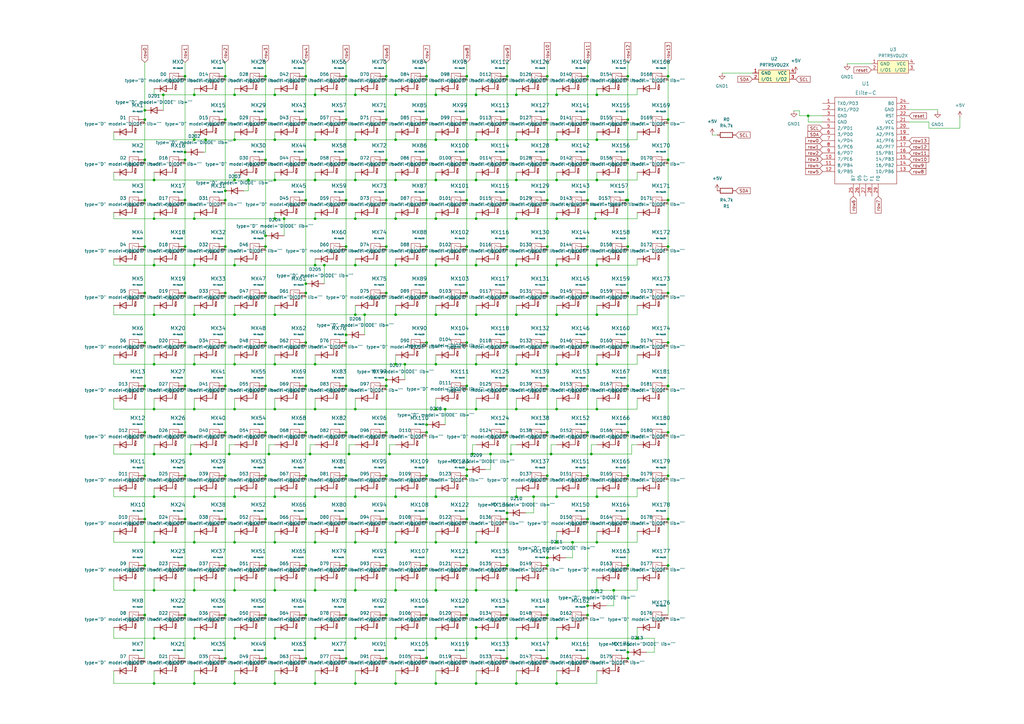
<source format=kicad_sch>
(kicad_sch (version 20211123) (generator eeschema)
  (paper "A3")
  (junction (at 59.38 158.28))
  (junction (at 228.29 108.75))
  (junction (at 174.95 120.18))
  (junction (at 257.5 270.04))
  (junction (at 63.19 108.75))
  (junction (at 224.48 228.765))
  (junction (at 108.91 49.06))
  (junction (at 240.99 270.04))
  (junction (at 201.2 186.22))
  (junction (at 75.89 231.94))
  (junction (at 125.42 252.26))
  (junction (at 162.25 222.415))
  (junction (at 145.74 222.415))
  (junction (at 108.91 31.28))
  (junction (at 108.91 270.04))
  (junction (at 191.46 231.94))
  (junction (at 125.42 49.06))
  (junction (at 274.01 231.94))
  (junction (at 178.76 261.815))
  (junction (at 257.5 49.06))
  (junction (at 195.27 280.315))
  (junction (at 79.7 203.708))
  (junction (at 143.1453 186.22))
  (junction (at 63.19 149.39))
  (junction (at 240.99 248.45))
  (junction (at 240.99 31.28))
  (junction (at 145.74 38.9))
  (junction (at 75.89 65.57))
  (junction (at 191.46 158.28))
  (junction (at 145.74 73.825))
  (junction (at 92.4 195.11))
  (junction (at 211.78 203.708))
  (junction (at 129.23 167.805))
  (junction (at 112.72 222.415))
  (junction (at 129.23 242.1))
  (junction (at 274.01 31.28))
  (junction (at 75.89 101.13))
  (junction (at 116.53 89.7))
  (junction (at 274.01 195.11))
  (junction (at 228.29 129.07))
  (junction (at 240.99 177.33))
  (junction (at 75.89 82.08))
  (junction (at 141.93 252.26))
  (junction (at 92.4 31.28))
  (junction (at 149.55 129.07))
  (junction (at 129.23 261.815))
  (junction (at 112.72 280.315))
  (junction (at 75.89 62.395))
  (junction (at 331.47 47.498))
  (junction (at 224.48 65.57))
  (junction (at 63.19 280.315))
  (junction (at 162.25 203.708))
  (junction (at 251.7059 242.1))
  (junction (at 141.93 31.28))
  (junction (at 125.42 270.04))
  (junction (at 112.72 167.805))
  (junction (at 162.25 38.9))
  (junction (at 162.25 108.75))
  (junction (at 274.01 82.08))
  (junction (at 92.4 101.13))
  (junction (at 59.38 45.25))
  (junction (at 224.48 177.33))
  (junction (at 145.74 167.805))
  (junction (at 244.8 108.75))
  (junction (at 79.7 38.9))
  (junction (at 96.21 38.9))
  (junction (at 257.5 212.89))
  (junction (at 141.93 231.94))
  (junction (at 79.7 89.7))
  (junction (at 141.93 158.28))
  (junction (at 224.48 31.28))
  (junction (at 195.27 222.415))
  (junction (at 162.25 73.825))
  (junction (at 240.99 101.13))
  (junction (at 96.21 222.415))
  (junction (at 244.8 242.1))
  (junction (at 129.23 149.39))
  (junction (at 159.7628 186.22))
  (junction (at 166.06 149.39))
  (junction (at 158.44 177.33))
  (junction (at 129.23 38.9))
  (junction (at 228.29 57.315))
  (junction (at 145.74 261.815))
  (junction (at 145.74 242.1))
  (junction (at 178.76 129.07))
  (junction (at 224.48 101.13))
  (junction (at 244.8 167.805))
  (junction (at 79.7 129.07))
  (junction (at 96.21 108.75))
  (junction (at 75.89 120.18))
  (junction (at 141.93 101.13))
  (junction (at 207.97 212.89))
  (junction (at 108.91 231.94))
  (junction (at 195.27 38.9))
  (junction (at 158.44 31.28))
  (junction (at 228.29 167.805))
  (junction (at 191.46 252.26))
  (junction (at 79.7 222.415))
  (junction (at 174.95 212.89))
  (junction (at 174.95 231.94))
  (junction (at 211.78 242.1))
  (junction (at 211.78 108.75))
  (junction (at 195.27 89.7))
  (junction (at 195.27 129.07))
  (junction (at 125.42 82.08))
  (junction (at 125.42 212.89))
  (junction (at 162.25 261.815))
  (junction (at 75.89 140.5))
  (junction (at 191.46 140.5))
  (junction (at 79.7 108.75))
  (junction (at 195.27 167.805))
  (junction (at 211.78 167.805))
  (junction (at 162.25 280.315))
  (junction (at 59.38 140.5))
  (junction (at 234.8235 222.415))
  (junction (at 244.8 203.708))
  (junction (at 141.93 212.89))
  (junction (at 145.74 57.315))
  (junction (at 257.5 140.5))
  (junction (at 79.7 149.39))
  (junction (at 92.4 82.08))
  (junction (at 158.44 252.26))
  (junction (at 158.44 212.89))
  (junction (at 242.5251 186.22))
  (junction (at 108.91 120.18))
  (junction (at 178.76 149.39))
  (junction (at 158.44 101.13))
  (junction (at 191.46 49.06))
  (junction (at 63.19 73.825))
  (junction (at 129.23 73.825))
  (junction (at 224.48 158.28))
  (junction (at 158.44 158.28))
  (junction (at 195.27 108.75))
  (junction (at 63.19 222.415))
  (junction (at 211.78 73.825))
  (junction (at 75.89 158.28))
  (junction (at 125.42 195.11))
  (junction (at 207.97 140.5))
  (junction (at 141.93 49.06))
  (junction (at 178.76 242.1))
  (junction (at 224.48 195.11))
  (junction (at 257.5 231.94))
  (junction (at 174.95 65.57))
  (junction (at 228.29 203.708))
  (junction (at 125.42 31.28))
  (junction (at 274.01 140.5))
  (junction (at 257.5 82.0782))
  (junction (at 240.99 140.5))
  (junction (at 207.97 65.57))
  (junction (at 224.48 252.26))
  (junction (at 244.8 57.315))
  (junction (at 75.89 252.26))
  (junction (at 207.97 177.33))
  (junction (at 224.48 82.08))
  (junction (at 274.01 212.89))
  (junction (at 257.5 31.28))
  (junction (at 174.95 269.8433))
  (junction (at 92.4 158.28))
  (junction (at 191.46 31.28))
  (junction (at 79.7 261.815))
  (junction (at 174.95 140.5))
  (junction (at 174.95 174.155))
  (junction (at 141.93 140.5))
  (junction (at 174.95 177.33))
  (junction (at 75.89 31.28))
  (junction (at 191.46 192.57))
  (junction (at 129.23 57.315))
  (junction (at 158.44 195.11))
  (junction (at 79.7 242.1))
  (junction (at 207.97 231.94))
  (junction (at 211.78 57.315))
  (junction (at 59.38 49.06))
  (junction (at 96.21 167.805))
  (junction (at 224.48 49.06))
  (junction (at 129.23 280.315))
  (junction (at 207.97 252.26))
  (junction (at 75.89 212.89))
  (junction (at 195.27 57.315))
  (junction (at 211.78 38.9))
  (junction (at 228.29 222.415))
  (junction (at 59.38 120.18))
  (junction (at 174.95 49.06))
  (junction (at 59.38 82.08))
  (junction (at 75.89 177.33))
  (junction (at 112.72 57.315))
  (junction (at 63.19 129.07))
  (junction (at 191.46 82.08))
  (junction (at 129.23 108.75))
  (junction (at 125.42 231.94))
  (junction (at 175.006 269.8433))
  (junction (at 92.4 177.33))
  (junction (at 125.42 177.33))
  (junction (at 59.38 231.94))
  (junction (at 211.78 89.7))
  (junction (at 191.46 195.11))
  (junction (at 178.76 203.708))
  (junction (at 92.4 140.5))
  (junction (at 145.74 129.07))
  (junction (at 108.91 96.685))
  (junction (at 207.97 158.28))
  (junction (at 162.25 129.07))
  (junction (at 195.27 149.39))
  (junction (at 211.78 129.07))
  (junction (at 96.21 203.708))
  (junction (at 244.165 89.7))
  (junction (at 228.29 73.825))
  (junction (at 224.48 270.04))
  (junction (at 244.8 38.9))
  (junction (at 244.8 73.825))
  (junction (at 240.99 65.57))
  (junction (at 59.38 65.57))
  (junction (at 162.25 149.39))
  (junction (at 112.72 89.7))
  (junction (at 96.21 261.815))
  (junction (at 108.91 101.13))
  (junction (at 228.29 280.315))
  (junction (at 207.97 270.04))
  (junction (at 125.42 65.57))
  (junction (at 63.19 203.708))
  (junction (at 108.91 65.57))
  (junction (at 240.99 158.28))
  (junction (at 158.44 155.74))
  (junction (at 96.21 73.825))
  (junction (at 228.29 149.39))
  (junction (at 162.25 89.7))
  (junction (at 195.27 242.1))
  (junction (at 108.91 158.28))
  (junction (at 59.38 195.11))
  (junction (at 112.72 261.815))
  (junction (at 158.44 82.08))
  (junction (at 174.95 252.26))
  (junction (at 63.19 89.7))
  (junction (at 141.93 270.04))
  (junction (at 79.7 280.315))
  (junction (at 207.97 101.13))
  (junction (at 108.91 212.89))
  (junction (at 110.2919 186.22))
  (junction (at 244.8 222.415))
  (junction (at 162.25 242.1))
  (junction (at 257.5 177.33))
  (junction (at 63.19 261.815))
  (junction (at 274.01 177.33))
  (junction (at 228.29 261.815))
  (junction (at 257.5 267.5))
  (junction (at 178.76 222.415))
  (junction (at 193.802 186.22))
  (junction (at 207.97 49.06))
  (junction (at 133.04 108.75))
  (junction (at 145.74 280.315))
  (junction (at 195.27 261.815))
  (junction (at 218.8541 203.708))
  (junction (at 274.01 158.28))
  (junction (at 108.91 177.33))
  (junction (at 158.44 270.04))
  (junction (at 96.21 129.07))
  (junction (at 158.44 120.18))
  (junction (at 92.4 231.94))
  (junction (at 127.1638 186.22))
  (junction (at 174.95 82.08))
  (junction (at 174.95 31.28))
  (junction (at 178.76 73.825))
  (junction (at 191.46 120.18))
  (junction (at 257.5 195.11))
  (junction (at 158.44 231.94))
  (junction (at 96.21 280.315))
  (junction (at 141.93 137.325))
  (junction (at 108.91 195.11))
  (junction (at 257.5 65.57))
  (junction (at 108.91 252.26))
  (junction (at 112.72 73.825))
  (junction (at 274.01 65.57))
  (junction (at 79.7 167.805))
  (junction (at 59.38 177.33))
  (junction (at 274.01 101.13))
  (junction (at 92.4 78.27))
  (junction (at 75.89 195.11))
  (junction (at 112.72 203.708))
  (junction (at 191.46 212.89))
  (junction (at 211.78 280.315))
  (junction (at 178.76 38.9))
  (junction (at 224.48 231.94))
  (junction (at 158.44 49.06))
  (junction (at 125.42 158.28))
  (junction (at 244.8 129.07))
  (junction (at 274.01 49.06))
  (junction (at 145.74 108.75))
  (junction (at 78.1733 186.22))
  (junction (at 145.74 89.7))
  (junction (at 240.99 120.18))
  (junction (at 92.4 120.18))
  (junction (at 178.76 89.7))
  (junction (at 141.93 177.33))
  (junction (at 257.5 158.28))
  (junction (at 178.76 57.315))
  (junction (at 63.19 186.22))
  (junction (at 228.29 89.7))
  (junction (at 261.31 261.815))
  (junction (at 191.46 101.13))
  (junction (at 129.23 89.7))
  (junction (at 92.4 212.89))
  (junction (at 59.38 252.26))
  (junction (at 174.95 195.11))
  (junction (at 108.91 140.5))
  (junction (at 257.5 120.18))
  (junction (at 67 38.9))
  (junction (at 195.27 73.825))
  (junction (at 240.99 212.89))
  (junction (at 59.38 212.89))
  (junction (at 96.21 242.1))
  (junction (at 125.42 140.5))
  (junction (at 92.4 49.06))
  (junction (at 59.38 101.13))
  (junction (at 207.97 31.28))
  (junction (at 101.854 73.825))
  (junction (at 178.76 167.805))
  (junction (at 92.4 252.26))
  (junction (at 274.01 120.18))
  (junction (at 207.97 82.08))
  (junction (at 112.72 149.39))
  (junction (at 244.8 149.39))
  (junction (at 207.97 210.35))
  (junction (at 257.5 101.13))
  (junction (at 96.21 57.315))
  (junction (at 182.57 167.805))
  (junction (at 226.0207 186.22))
  (junction (at 240.99 195.11))
  (junction (at 240.99 82.08))
  (junction (at 178.76 280.315))
  (junction (at 96.21 149.39))
  (junction (at 92.4 270.04))
  (junction (at 63.19 242.1))
  (junction (at 228.29 38.9))
  (junction (at 112.72 242.1))
  (junction (at 240.99 252.26))
  (junction (at 158.44 65.57))
  (junction (at 224.48 140.5))
  (junction (at 207.97 120.18))
  (junction (at 178.76 108.75))
  (junction (at 240.99 49.06))
  (junction (at 79.7 57.315))
  (junction (at 112.72 38.9))
  (junction (at 112.72 129.07))
  (junction (at 125.42 120.18))
  (junction (at 141.93 65.57))
  (junction (at 256.865 82.08))
  (junction (at 94.0277 186.22))
  (junction (at 129.23 203.708))
  (junction (at 224.48 120.18))
  (junction (at 141.93 195.11))
  (junction (at 191.46 65.57))
  (junction (at 145.74 203.708))
  (junction (at 211.78 149.39))
  (junction (at 63.19 167.805))
  (junction (at 174.95 101.13))
  (junction (at 209.5587 186.22))
  (junction (at 141.93 82.08))
  (junction (at 125.42 116.37))
  (junction (at 129.23 222.415))
  (junction (at 195.27 257.34))
  (junction (at 84.3126 57.315))
  (junction (at 211.78 261.815))
  (junction (at 162.25 57.315))
  (wire (pts (xy 125.476 270.04) (xy 125.42 270.04)))
  (wire (pts (xy 244.8 167.805) (xy 228.29 167.805)))
  (wire (pts (xy 174.95 120.18) (xy 174.95 140.5)))
  (wire (pts (xy 261.31 200.19) (xy 261.31 203.708)))
  (wire (pts (xy 174.95 212.89) (xy 174.95 231.94)))
  (wire (pts (xy 257.5 212.89) (xy 257.5 231.94)))
  (wire (pts (xy 174.95 82.08) (xy 174.95 101.13)))
  (wire (pts (xy 211.78 73.825) (xy 228.29 73.825)))
  (wire (pts (xy 296.164 29.972) (xy 308.61 29.972)))
  (wire (pts (xy 46.68 237.02) (xy 46.68 242.1)))
  (wire (pts (xy 240.99 65.57) (xy 240.99 82.08)))
  (wire (pts (xy 224.48 49.06) (xy 224.48 65.57)))
  (wire (pts (xy 108.91 252.26) (xy 108.91 270.04)))
  (wire (pts (xy 372.872 44.958) (xy 384.556 44.958)))
  (wire (pts (xy 145.74 222.415) (xy 129.23 222.415)))
  (wire (pts (xy 129.23 280.315) (xy 145.74 280.315)))
  (wire (pts (xy 79.7 261.815) (xy 96.21 261.815)))
  (wire (pts (xy 195.27 108.75) (xy 211.78 108.75)))
  (wire (pts (xy 129.23 222.415) (xy 112.72 222.415)))
  (wire (pts (xy 116.53 89.7) (xy 129.23 89.7)))
  (wire (pts (xy 79.7 149.39) (xy 63.19 149.39)))
  (wire (pts (xy 261.31 217.97) (xy 261.31 222.415)))
  (wire (pts (xy 75.89 62.395) (xy 75.89 65.57)))
  (wire (pts (xy 79.7 36.36) (xy 79.7 38.9)))
  (wire (pts (xy 125.42 140.5) (xy 125.42 158.28)))
  (wire (pts (xy 195.27 73.825) (xy 211.78 73.825)))
  (wire (pts (xy 257.5 158.28) (xy 257.5 177.33)))
  (wire (pts (xy 261.31 167.805) (xy 244.8 167.805)))
  (wire (pts (xy 112.72 280.315) (xy 129.23 280.315)))
  (wire (pts (xy 211.78 87.16) (xy 211.78 89.7)))
  (wire (pts (xy 162.25 261.815) (xy 178.76 261.815)))
  (wire (pts (xy 158.44 82.08) (xy 158.44 101.13)))
  (wire (pts (xy 195.27 275.12) (xy 195.27 280.315)))
  (wire (pts (xy 178.76 261.815) (xy 195.27 261.815)))
  (wire (pts (xy 162.25 38.9) (xy 178.76 38.9)))
  (wire (pts (xy 79.7 222.415) (xy 63.19 222.415)))
  (wire (pts (xy 159.7628 182.41) (xy 162.25 182.41)))
  (wire (pts (xy 145.74 70.65) (xy 145.74 73.825)))
  (wire (pts (xy 261.31 70.65) (xy 261.31 73.825)))
  (wire (pts (xy 174.95 195.11) (xy 174.95 212.89)))
  (wire (pts (xy 63.19 217.97) (xy 63.19 222.415)))
  (wire (pts (xy 129.23 261.815) (xy 145.74 261.815)))
  (wire (pts (xy 162.25 257.34) (xy 162.25 261.815)))
  (wire (pts (xy 125.42 25.565) (xy 125.42 31.28)))
  (wire (pts (xy 63.19 108.75) (xy 46.68 108.75)))
  (wire (pts (xy 92.4 49.06) (xy 92.4 78.27)))
  (wire (pts (xy 59.38 212.89) (xy 59.38 231.94)))
  (wire (pts (xy 108.91 25.565) (xy 108.91 31.28)))
  (wire (pts (xy 112.72 167.805) (xy 96.21 167.805)))
  (wire (pts (xy 257.5 49.06) (xy 257.5 65.57)))
  (wire (pts (xy 63.19 125.26) (xy 63.19 129.07)))
  (wire (pts (xy 112.72 257.34) (xy 112.72 261.815)))
  (wire (pts (xy 240.99 101.13) (xy 240.99 120.18)))
  (wire (pts (xy 129.23 149.39) (xy 112.72 149.39)))
  (wire (pts (xy 79.7 275.12) (xy 79.7 280.315)))
  (wire (pts (xy 274.01 231.94) (xy 274.01 252.26)))
  (wire (pts (xy 244.8 149.39) (xy 228.29 149.39)))
  (wire (pts (xy 96.21 145.58) (xy 96.21 149.39)))
  (wire (pts (xy 178.76 129.07) (xy 162.25 129.07)))
  (wire (pts (xy 46.68 73.825) (xy 63.19 73.825)))
  (wire (pts (xy 108.91 177.33) (xy 108.91 195.11)))
  (wire (pts (xy 46.68 275.12) (xy 46.68 280.315)))
  (wire (pts (xy 195.27 217.97) (xy 195.27 222.415)))
  (wire (pts (xy 195.27 125.26) (xy 195.27 129.07)))
  (wire (pts (xy 191.46 140.5) (xy 191.46 158.28)))
  (wire (pts (xy 191.46 195.11) (xy 191.46 212.89)))
  (wire (pts (xy 145.74 73.825) (xy 162.25 73.825)))
  (wire (pts (xy 211.78 203.708) (xy 218.8541 203.708)))
  (wire (pts (xy 63.19 186.22) (xy 78.1733 186.22)))
  (wire (pts (xy 228.29 200.19) (xy 228.29 203.708)))
  (wire (pts (xy 244.8 54.14) (xy 244.8 57.315)))
  (wire (pts (xy 268.3975 267.5) (xy 265.12 267.5)))
  (wire (pts (xy 211.78 237.02) (xy 211.78 242.1)))
  (wire (pts (xy 46.68 70.65) (xy 46.68 73.825)))
  (wire (pts (xy 162.25 145.58) (xy 162.25 149.39)))
  (wire (pts (xy 244.8 163.36) (xy 244.8 167.805)))
  (wire (pts (xy 274.01 65.57) (xy 274.01 82.08)))
  (wire (pts (xy 224.48 195.11) (xy 224.48 228.765)))
  (wire (pts (xy 211.78 36.36) (xy 211.78 38.9)))
  (wire (pts (xy 244.165 87.16) (xy 244.165 89.7)))
  (wire (pts (xy 158.496 270.04) (xy 158.44 270.04)))
  (wire (pts (xy 201.2 192.57) (xy 199.08 192.57)))
  (wire (pts (xy 92.456 270.04) (xy 92.4 270.04)))
  (wire (pts (xy 257.5 65.57) (xy 257.5 82.0782)))
  (wire (pts (xy 274.01 195.11) (xy 274.01 212.89)))
  (wire (pts (xy 191.516 270.04) (xy 191.46 270.04)))
  (wire (pts (xy 125.42 31.28) (xy 125.42 49.06)))
  (wire (pts (xy 116.53 96.685) (xy 116.53 89.7)))
  (wire (pts (xy 92.4 195.11) (xy 92.4 212.89)))
  (wire (pts (xy 208.026 270.04) (xy 207.97 270.04)))
  (wire (pts (xy 240.99 82.08) (xy 240.99 101.13)))
  (wire (pts (xy 211.78 242.1) (xy 244.8 242.1)))
  (wire (pts (xy 261.31 257.34) (xy 261.31 261.815)))
  (wire (pts (xy 178.76 167.805) (xy 182.57 167.805)))
  (wire (pts (xy 162.25 89.7) (xy 145.74 89.7)))
  (wire (pts (xy 178.76 125.26) (xy 178.76 129.07)))
  (wire (pts (xy 83.51 62.395) (xy 84.3126 62.395)))
  (wire (pts (xy 145.74 275.12) (xy 145.74 280.315)))
  (wire (pts (xy 108.91 231.94) (xy 108.91 252.26)))
  (wire (pts (xy 145.74 217.97) (xy 145.74 222.415)))
  (wire (pts (xy 178.76 163.36) (xy 178.76 167.805)))
  (wire (pts (xy 92.4 252.26) (xy 92.4 270.04)))
  (wire (pts (xy 162.25 149.39) (xy 166.06 149.39)))
  (wire (pts (xy 112.72 87.16) (xy 112.72 89.7)))
  (wire (pts (xy 244.8 237.02) (xy 244.8 242.1)))
  (wire (pts (xy 59.38 120.18) (xy 59.38 140.5)))
  (wire (pts (xy 96.21 222.415) (xy 79.7 222.415)))
  (wire (pts (xy 96.21 167.805) (xy 79.7 167.805)))
  (wire (pts (xy 211.78 70.65) (xy 211.78 73.825)))
  (wire (pts (xy 75.89 65.57) (xy 75.89 82.08)))
  (wire (pts (xy 143.1453 186.22) (xy 143.1453 182.41)))
  (wire (pts (xy 112.72 217.97) (xy 112.72 222.415)))
  (wire (pts (xy 274.01 31.28) (xy 274.01 49.06)))
  (wire (pts (xy 174.95 65.57) (xy 174.95 82.08)))
  (wire (pts (xy 257.5 25.565) (xy 257.5 31.28)))
  (wire (pts (xy 63.19 73.825) (xy 96.21 73.825)))
  (wire (pts (xy 46.68 57.315) (xy 79.7 57.315)))
  (wire (pts (xy 79.7 87.16) (xy 79.7 89.7)))
  (wire (pts (xy 75.89 158.28) (xy 75.89 177.33)))
  (wire (pts (xy 224.48 82.08) (xy 224.48 101.13)))
  (wire (pts (xy 178.76 70.65) (xy 178.76 73.825)))
  (wire (pts (xy 162.25 275.12) (xy 162.25 280.315)))
  (wire (pts (xy 274.01 120.18) (xy 274.01 140.5)))
  (wire (pts (xy 162.25 36.36) (xy 162.25 38.9)))
  (wire (pts (xy 141.93 212.89) (xy 141.93 231.94)))
  (wire (pts (xy 141.93 25.565) (xy 141.93 31.28)))
  (wire (pts (xy 261.31 237.02) (xy 261.31 242.1)))
  (wire (pts (xy 174.95 177.33) (xy 174.95 195.11)))
  (wire (pts (xy 331.47 50.038) (xy 331.47 47.498)))
  (wire (pts (xy 46.68 54.14) (xy 46.68 57.315)))
  (wire (pts (xy 162.25 200.19) (xy 162.25 203.708)))
  (wire (pts (xy 96.21 217.97) (xy 96.21 222.415)))
  (wire (pts (xy 145.74 261.815) (xy 162.25 261.815)))
  (wire (pts (xy 158.44 195.11) (xy 158.44 212.89)))
  (wire (pts (xy 92.4 31.28) (xy 92.4 49.06)))
  (wire (pts (xy 211.78 149.39) (xy 195.27 149.39)))
  (wire (pts (xy 92.4 101.13) (xy 92.4 120.18)))
  (wire (pts (xy 94.0277 186.22) (xy 94.0277 182.41)))
  (wire (pts (xy 46.68 203.708) (xy 63.19 203.708)))
  (wire (pts (xy 96.21 73.825) (xy 101.854 73.825)))
  (wire (pts (xy 207.97 82.08) (xy 207.97 101.13)))
  (wire (pts (xy 79.7 54.14) (xy 79.7 57.315)))
  (wire (pts (xy 228.29 73.825) (xy 244.8 73.825)))
  (wire (pts (xy 193.802 186.22) (xy 201.2 186.22)))
  (wire (pts (xy 209.5587 182.41) (xy 211.78 182.41)))
  (wire (pts (xy 195.27 242.1) (xy 178.76 242.1)))
  (wire (pts (xy 240.99 140.5) (xy 240.99 158.28)))
  (wire (pts (xy 166.06 155.74) (xy 166.06 149.39)))
  (wire (pts (xy 218.8541 203.708) (xy 218.8541 210.35)))
  (wire (pts (xy 224.48 140.5) (xy 224.48 158.28)))
  (wire (pts (xy 274.01 158.28) (xy 274.01 177.33)))
  (wire (pts (xy 141.93 31.28) (xy 141.93 49.06)))
  (wire (pts (xy 125.42 65.57) (xy 125.42 82.08)))
  (wire (pts (xy 178.76 73.825) (xy 195.27 73.825)))
  (wire (pts (xy 129.23 257.34) (xy 129.23 261.815)))
  (wire (pts (xy 129.23 70.65) (xy 129.23 73.825)))
  (wire (pts (xy 129.23 149.39) (xy 162.25 149.39)))
  (wire (pts (xy 101.854 78.27) (xy 101.854 73.825)))
  (wire (pts (xy 63.19 186.22) (xy 46.68 186.22)))
  (wire (pts (xy 129.23 200.19) (xy 129.23 203.708)))
  (wire (pts (xy 125.42 212.89) (xy 125.42 231.94)))
  (wire (pts (xy 143.1453 186.22) (xy 159.7628 186.22)))
  (wire (pts (xy 274.01 212.89) (xy 274.01 231.94)))
  (wire (pts (xy 63.19 182.41) (xy 63.19 186.22)))
  (wire (pts (xy 92.4 177.33) (xy 92.4 195.11)))
  (wire (pts (xy 241.046 270.04) (xy 240.99 270.04)))
  (wire (pts (xy 211.78 129.07) (xy 195.27 129.07)))
  (wire (pts (xy 75.89 231.94) (xy 75.89 252.26)))
  (wire (pts (xy 257.5 101.13) (xy 257.5 120.18)))
  (wire (pts (xy 257.5 195.11) (xy 257.5 212.89)))
  (wire (pts (xy 158.44 120.18) (xy 158.44 155.74)))
  (wire (pts (xy 224.48 25.565) (xy 224.48 31.28)))
  (wire (pts (xy 207.97 231.94) (xy 207.97 252.26)))
  (wire (pts (xy 96.21 203.708) (xy 112.72 203.708)))
  (wire (pts (xy 162.25 54.14) (xy 162.25 57.315)))
  (wire (pts (xy 96.21 200.19) (xy 96.21 203.708)))
  (wire (pts (xy 162.25 87.16) (xy 162.25 89.7)))
  (wire (pts (xy 145.74 125.26) (xy 145.74 129.07)))
  (wire (pts (xy 59.38 65.57) (xy 59.38 82.08)))
  (wire (pts (xy 141.93 49.06) (xy 141.93 65.57)))
  (wire (pts (xy 234.8235 228.765) (xy 232.1 228.765)))
  (wire (pts (xy 141.93 140.5) (xy 141.93 158.28)))
  (wire (pts (xy 195.27 106.21) (xy 195.27 108.75)))
  (wire (pts (xy 178.76 54.14) (xy 178.76 57.315)))
  (wire (pts (xy 75.89 177.33) (xy 75.89 195.11)))
  (wire (pts (xy 159.7628 186.22) (xy 193.802 186.22)))
  (wire (pts (xy 193.802 186.22) (xy 193.802 182.41)))
  (wire (pts (xy 92.4 212.89) (xy 92.4 231.94)))
  (wire (pts (xy 257.5 231.94) (xy 257.5 267.5)))
  (wire (pts (xy 46.68 257.34) (xy 46.68 261.815)))
  (wire (pts (xy 242.5251 186.22) (xy 242.5251 182.41)))
  (wire (pts (xy 143.1453 182.41) (xy 145.74 182.41)))
  (wire (pts (xy 79.7 280.315) (xy 96.21 280.315)))
  (wire (pts (xy 63.19 145.58) (xy 63.19 149.39)))
  (wire (pts (xy 331.47 47.498) (xy 327.914 47.498)))
  (wire (pts (xy 244.8 73.825) (xy 261.31 73.825)))
  (wire (pts (xy 108.91 140.5) (xy 108.91 158.28)))
  (wire (pts (xy 129.23 145.58) (xy 129.23 149.39)))
  (wire (pts (xy 63.19 167.805) (xy 46.68 167.805)))
  (wire (pts (xy 46.68 261.815) (xy 63.19 261.815)))
  (wire (pts (xy 149.55 129.07) (xy 162.25 129.07)))
  (wire (pts (xy 224.48 101.13) (xy 224.48 120.18)))
  (wire (pts (xy 178.76 57.315) (xy 195.27 57.315)))
  (wire (pts (xy 63.19 36.36) (xy 63.19 38.9)))
  (wire (pts (xy 211.78 57.315) (xy 228.29 57.315)))
  (wire (pts (xy 261.31 261.815) (xy 268.3975 261.815)))
  (wire (pts (xy 251.7059 248.45) (xy 248.61 248.45)))
  (wire (pts (xy 195.27 89.7) (xy 178.76 89.7)))
  (wire (pts (xy 96.21 106.21) (xy 96.21 108.75)))
  (wire (pts (xy 162.25 57.315) (xy 178.76 57.315)))
  (wire (pts (xy 261.31 145.58) (xy 261.31 149.39)))
  (wire (pts (xy 211.78 200.19) (xy 211.78 203.708)))
  (wire (pts (xy 274.01 25.565) (xy 274.01 31.28)))
  (wire (pts (xy 112.72 57.315) (xy 129.23 57.315)))
  (wire (pts (xy 96.21 261.815) (xy 112.72 261.815)))
  (wire (pts (xy 244.165 89.7) (xy 228.29 89.7)))
  (wire (pts (xy 240.99 31.28) (xy 240.99 49.06)))
  (wire (pts (xy 195.27 129.07) (xy 178.76 129.07)))
  (wire (pts (xy 108.966 270.04) (xy 108.91 270.04)))
  (wire (pts (xy 174.95 252.26) (xy 174.95 269.8433)))
  (wire (pts (xy 207.97 210.35) (xy 207.97 212.89)))
  (wire (pts (xy 79.7 257.34) (xy 79.7 261.815)))
  (wire (pts (xy 211.78 242.1) (xy 195.27 242.1)))
  (wire (pts (xy 79.7 200.19) (xy 79.7 203.708)))
  (wire (pts (xy 129.23 275.12) (xy 129.23 280.315)))
  (wire (pts (xy 92.4 78.27) (xy 92.4 82.08)))
  (wire (pts (xy 240.99 177.33) (xy 240.99 195.11)))
  (wire (pts (xy 240.99 212.89) (xy 240.99 248.45)))
  (wire (pts (xy 162.25 73.825) (xy 178.76 73.825)))
  (wire (pts (xy 145.74 257.34) (xy 145.74 261.815)))
  (wire (pts (xy 178.76 87.16) (xy 178.76 89.7)))
  (wire (pts (xy 226.0207 186.22) (xy 242.5251 186.22)))
  (wire (pts (xy 162.25 108.75) (xy 178.76 108.75)))
  (wire (pts (xy 268.3975 261.815) (xy 268.3975 267.5)))
  (wire (pts (xy 112.72 261.815) (xy 129.23 261.815)))
  (wire (pts (xy 112.72 125.26) (xy 112.72 129.07)))
  (wire (pts (xy 129.23 108.75) (xy 133.04 108.75)))
  (wire (pts (xy 195.27 145.58) (xy 195.27 149.39)))
  (wire (pts (xy 384.556 44.958) (xy 384.556 45.72)))
  (wire (pts (xy 59.38 101.13) (xy 59.38 120.18)))
  (wire (pts (xy 257.5 120.18) (xy 257.5 140.5)))
  (wire (pts (xy 79.7 89.7) (xy 112.72 89.7)))
  (wire (pts (xy 112.72 129.07) (xy 96.21 129.07)))
  (wire (pts (xy 46.68 167.805) (xy 46.68 163.36)))
  (wire (pts (xy 112.72 149.39) (xy 96.21 149.39)))
  (wire (pts (xy 195.27 261.815) (xy 211.78 261.815)))
  (wire (pts (xy 158.44 49.06) (xy 158.44 65.57)))
  (wire (pts (xy 96.21 242.1) (xy 79.7 242.1)))
  (wire (pts (xy 207.97 65.57) (xy 207.97 82.08)))
  (wire (pts (xy 112.72 275.12) (xy 112.72 280.315)))
  (wire (pts (xy 257.5 140.5) (xy 257.5 158.28)))
  (wire (pts (xy 112.72 237.02) (xy 112.72 242.1)))
  (wire (pts (xy 228.29 203.708) (xy 244.8 203.708)))
  (wire (pts (xy 257.5 82.0782) (xy 256.865 82.0782)))
  (wire (pts (xy 207.97 25.565) (xy 207.97 31.28)))
  (wire (pts (xy 141.93 158.28) (xy 141.93 177.33)))
  (wire (pts (xy 75.89 101.13) (xy 75.89 120.18)))
  (wire (pts (xy 228.29 222.415) (xy 234.8235 222.415)))
  (wire (pts (xy 228.29 57.315) (xy 244.8 57.315)))
  (wire (pts (xy 59.436 270.04) (xy 59.38 270.04)))
  (wire (pts (xy 112.72 89.7) (xy 116.53 89.7)))
  (wire (pts (xy 63.19 237.02) (xy 63.19 242.1)))
  (wire (pts (xy 228.29 129.07) (xy 211.78 129.07)))
  (wire (pts (xy 178.76 222.415) (xy 195.27 222.415)))
  (wire (pts (xy 63.19 275.12) (xy 63.19 280.315)))
  (wire (pts (xy 182.57 167.805) (xy 195.27 167.805)))
  (wire (pts (xy 125.42 116.37) (xy 125.42 120.18)))
  (wire (pts (xy 125.42 49.06) (xy 125.42 65.57)))
  (wire (pts (xy 145.74 54.14) (xy 145.74 57.315)))
  (wire (pts (xy 96.21 149.39) (xy 79.7 149.39)))
  (wire (pts (xy 158.44 231.94) (xy 158.44 252.26)))
  (wire (pts (xy 228.29 163.36) (xy 228.29 167.805)))
  (wire (pts (xy 207.97 177.33) (xy 207.97 210.35)))
  (wire (pts (xy 211.78 257.34) (xy 211.78 261.815)))
  (wire (pts (xy 162.25 125.26) (xy 162.25 129.07)))
  (wire (pts (xy 224.48 120.18) (xy 224.48 140.5)))
  (wire (pts (xy 244.8 203.708) (xy 261.31 203.708)))
  (wire (pts (xy 125.42 158.28) (xy 125.42 177.33)))
  (wire (pts (xy 110.2919 186.22) (xy 110.2919 182.41)))
  (wire (pts (xy 125.42 120.18) (xy 125.42 140.5)))
  (wire (pts (xy 96.21 163.36) (xy 96.21 167.805)))
  (wire (pts (xy 158.44 31.28) (xy 158.44 49.06)))
  (wire (pts (xy 178.76 275.12) (xy 178.76 280.315)))
  (wire (pts (xy 112.72 38.9) (xy 129.23 38.9)))
  (wire (pts (xy 393.7 52.578) (xy 393.7 48.26)))
  (wire (pts (xy 96.21 57.315) (xy 112.72 57.315)))
  (wire (pts (xy 158.44 158.28) (xy 158.44 177.33)))
  (wire (pts (xy 59.38 158.28) (xy 59.38 177.33)))
  (wire (pts (xy 63.19 280.315) (xy 79.7 280.315)))
  (wire (pts (xy 257.5 267.5) (xy 257.5 270.04)))
  (wire (pts (xy 145.74 87.16) (xy 145.74 89.7)))
  (wire (pts (xy 211.78 280.315) (xy 228.29 280.315)))
  (wire (pts (xy 96.21 108.75) (xy 79.7 108.75)))
  (wire (pts (xy 96.21 257.34) (xy 96.21 261.815)))
  (wire (pts (xy 257.556 270.04) (xy 257.5 270.04)))
  (wire (pts (xy 158.44 212.89) (xy 158.44 231.94)))
  (wire (pts (xy 141.93 252.26) (xy 141.93 270.04)))
  (wire (pts (xy 195.27 57.315) (xy 211.78 57.315)))
  (wire (pts (xy 141.93 82.08) (xy 141.93 101.13)))
  (wire (pts (xy 218.8541 210.35) (xy 215.59 210.35)))
  (wire (pts (xy 158.44 65.57) (xy 158.44 82.08)))
  (wire (pts (xy 224.48 228.765) (xy 224.48 231.94)))
  (wire (pts (xy 110.2919 182.41) (xy 112.72 182.41)))
  (wire (pts (xy 92.4 120.18) (xy 92.4 140.5)))
  (wire (pts (xy 195.27 280.315) (xy 211.78 280.315)))
  (wire (pts (xy 228.29 70.65) (xy 228.29 73.825)))
  (wire (pts (xy 261.31 242.1) (xy 251.7059 242.1)))
  (wire (pts (xy 145.74 237.02) (xy 145.74 242.1)))
  (wire (pts (xy 145.74 200.19) (xy 145.74 203.708)))
  (wire (pts (xy 209.5587 186.22) (xy 209.5587 182.41)))
  (wire (pts (xy 244.8 222.415) (xy 261.31 222.415)))
  (wire (pts (xy 228.29 167.805) (xy 211.78 167.805)))
  (wire (pts (xy 240.99 25.565) (xy 240.99 31.28)))
  (wire (pts (xy 259.0578 186.22) (xy 259.0578 182.41)))
  (wire (pts (xy 145.74 89.7) (xy 129.23 89.7)))
  (wire (pts (xy 79.7 242.1) (xy 63.19 242.1)))
  (wire (pts (xy 228.29 106.21) (xy 228.29 108.75)))
  (wire (pts (xy 84.3126 62.395) (xy 84.3126 57.315)))
  (wire (pts (xy 244.8 145.58) (xy 244.8 149.39)))
  (wire (pts (xy 112.72 203.708) (xy 129.23 203.708)))
  (wire (pts (xy 274.01 82.08) (xy 274.01 101.13)))
  (wire (pts (xy 96.21 237.02) (xy 96.21 242.1)))
  (wire (pts (xy 112.72 163.36) (xy 112.72 167.805)))
  (wire (pts (xy 59.38 49.06) (xy 59.38 65.57)))
  (wire (pts (xy 195.27 163.36) (xy 195.27 167.805)))
  (wire (pts (xy 108.91 31.28) (xy 108.91 49.06)))
  (wire (pts (xy 191.46 252.26) (xy 191.46 270.04)))
  (wire (pts (xy 207.97 31.28) (xy 207.97 49.06)))
  (wire (pts (xy 178.76 242.1) (xy 162.25 242.1)))
  (wire (pts (xy 274.01 49.06) (xy 274.01 65.57)))
  (wire (pts (xy 112.72 36.36) (xy 112.72 38.9)))
  (wire (pts (xy 59.38 195.11) (xy 59.38 212.89)))
  (wire (pts (xy 244.8 38.9) (xy 261.31 38.9)))
  (wire (pts (xy 94.0277 186.22) (xy 110.2919 186.22)))
  (wire (pts (xy 79.7 57.315) (xy 84.3126 57.315)))
  (wire (pts (xy 108.91 158.28) (xy 108.91 177.33)))
  (wire (pts (xy 191.46 158.28) (xy 191.46 192.57)))
  (wire (pts (xy 92.4 25.565) (xy 92.4 31.28)))
  (wire (pts (xy 178.76 89.7) (xy 162.25 89.7)))
  (wire (pts (xy 274.01 177.33) (xy 274.01 195.11)))
  (wire (pts (xy 195.27 54.14) (xy 195.27 57.315)))
  (wire (pts (xy 174.95 25.565) (xy 174.95 31.28)))
  (wire (pts (xy 257.5 31.28) (xy 257.5 49.06)))
  (wire (pts (xy 178.76 108.75) (xy 195.27 108.75)))
  (wire (pts (xy 101.854 73.825) (xy 112.72 73.825)))
  (wire (pts (xy 261.31 163.36) (xy 261.31 167.805)))
  (wire (pts (xy 110.2919 186.22) (xy 127.1638 186.22)))
  (wire (pts (xy 141.93 137.325) (xy 141.93 140.5)))
  (wire (pts (xy 182.57 174.155) (xy 182.57 167.805)))
  (wire (pts (xy 228.29 108.75) (xy 244.8 108.75)))
  (wire (pts (xy 226.0207 182.41) (xy 228.29 182.41)))
  (wire (pts (xy 178.76 237.02) (xy 178.76 242.1)))
  (wire (pts (xy 242.5251 186.22) (xy 259.0578 186.22)))
  (wire (pts (xy 75.89 82.08) (xy 75.89 101.13)))
  (wire (pts (xy 112.72 70.65) (xy 112.72 73.825)))
  (wire (pts (xy 75.89 195.11) (xy 75.89 212.89)))
  (wire (pts (xy 127.1638 186.22) (xy 127.1638 182.41)))
  (wire (pts (xy 145.74 280.315) (xy 162.25 280.315)))
  (wire (pts (xy 145.74 222.415) (xy 162.25 222.415)))
  (wire (pts (xy 129.23 203.708) (xy 145.74 203.708)))
  (wire (pts (xy 211.78 261.815) (xy 228.29 261.815)))
  (wire (pts (xy 195.27 257.34) (xy 195.27 261.815)))
  (wire (pts (xy 228.29 275.12) (xy 228.29 280.315)))
  (wire (pts (xy 78.1733 186.22) (xy 94.0277 186.22)))
  (wire (pts (xy 195.27 36.36) (xy 195.27 38.9)))
  (wire (pts (xy 244.8 108.75) (xy 261.31 108.75)))
  (wire (pts (xy 46.68 217.97) (xy 46.68 222.415)))
  (wire (pts (xy 228.29 280.315) (xy 244.8 280.315)))
  (wire (pts (xy 240.99 120.18) (xy 240.99 140.5)))
  (wire (pts (xy 96.21 36.36) (xy 96.21 38.9)))
  (wire (pts (xy 129.23 87.16) (xy 129.23 89.7)))
  (wire (pts (xy 244.8 70.65) (xy 244.8 73.825)))
  (wire (pts (xy 92.4 140.5) (xy 92.4 158.28)))
  (wire (pts (xy 259.0578 182.41) (xy 261.31 182.41)))
  (wire (pts (xy 46.68 200.19) (xy 46.68 203.708)))
  (wire (pts (xy 228.29 145.58) (xy 228.29 149.39)))
  (wire (pts (xy 145.74 167.805) (xy 129.23 167.805)))
  (wire (pts (xy 141.93 101.13) (xy 141.93 137.325)))
  (wire (pts (xy 129.23 38.9) (xy 145.74 38.9)))
  (wire (pts (xy 125.42 252.26) (xy 125.42 270.04)))
  (wire (pts (xy 46.68 87.16) (xy 46.68 89.7)))
  (wire (pts (xy 112.72 129.07) (xy 145.74 129.07)))
  (wire (pts (xy 125.42 177.33) (xy 125.42 195.11)))
  (wire (pts (xy 191.46 82.08) (xy 191.46 101.13)))
  (wire (pts (xy 207.97 140.5) (xy 207.97 158.28)))
  (wire (pts (xy 63.19 70.65) (xy 63.19 73.825)))
  (wire (pts (xy 96.21 129.07) (xy 79.7 129.07)))
  (wire (pts (xy 149.55 137.325) (xy 149.55 129.07)))
  (wire (pts (xy 59.38 231.94) (xy 59.38 252.26)))
  (wire (pts (xy 125.42 231.94) (xy 125.42 252.26)))
  (wire (pts (xy 46.68 186.22) (xy 46.68 182.41)))
  (wire (pts (xy 211.78 125.26) (xy 211.78 129.07)))
  (wire (pts (xy 129.23 36.36) (xy 129.23 38.9)))
  (wire (pts (xy 112.72 242.1) (xy 96.21 242.1)))
  (wire (pts (xy 125.42 195.11) (xy 125.42 212.89)))
  (wire (pts (xy 228.29 87.16) (xy 228.29 89.7)))
  (wire (pts (xy 178.76 38.9) (xy 195.27 38.9)))
  (wire (pts (xy 174.95 231.94) (xy 174.95 252.26)))
  (wire (pts (xy 158.44 177.33) (xy 158.44 195.11)))
  (wire (pts (xy 46.68 149.39) (xy 46.68 145.58)))
  (wire (pts (xy 108.91 195.11) (xy 108.91 212.89)))
  (wire (pts (xy 79.7 38.9) (xy 96.21 38.9)))
  (wire (pts (xy 166.06 149.39) (xy 178.76 149.39)))
  (wire (pts (xy 207.97 49.06) (xy 207.97 65.57)))
  (wire (pts (xy 337.312 50.038) (xy 331.47 50.038)))
  (wire (pts (xy 292.1 55.372) (xy 294.132 55.372)))
  (wire (pts (xy 145.74 163.36) (xy 145.74 167.805)))
  (wire (pts (xy 92.4 231.94) (xy 92.4 252.26)))
  (wire (pts (xy 127.1638 182.41) (xy 129.23 182.41)))
  (wire (pts (xy 251.7059 242.1) (xy 251.7059 248.45)))
  (wire (pts (xy 75.89 25.565) (xy 75.89 31.28)))
  (wire (pts (xy 234.8235 222.415) (xy 234.8235 228.765)))
  (wire (pts (xy 261.31 54.14) (xy 261.31 57.315)))
  (wire (pts (xy 228.29 54.14) (xy 228.29 57.315)))
  (wire (pts (xy 261.31 106.21) (xy 261.31 108.75)))
  (wire (pts (xy 207.97 212.89) (xy 207.97 231.94)))
  (wire (pts (xy 327.914 45.466) (xy 325.628 45.466)))
  (wire (pts (xy 244.8 200.19) (xy 244.8 203.708)))
  (wire (pts (xy 129.23 217.97) (xy 129.23 222.415)))
  (wire (pts (xy 228.29 257.34) (xy 228.29 261.815)))
  (wire (pts (xy 240.99 195.11) (xy 240.99 212.89)))
  (wire (pts (xy 244.8 125.26) (xy 244.8 129.07)))
  (wire (pts (xy 145.74 57.315) (xy 162.25 57.315)))
  (wire (pts (xy 129.23 73.825) (xy 145.74 73.825)))
  (wire (pts (xy 79.7 129.07) (xy 63.19 129.07)))
  (wire (pts (xy 226.0207 186.22) (xy 226.0207 182.41)))
  (wire (pts (xy 63.19 149.39) (xy 46.68 149.39)))
  (wire (pts (xy 191.46 120.18) (xy 191.46 140.5)))
  (wire (pts (xy 78.1733 186.22) (xy 78.1733 182.41)))
  (wire (pts (xy 63.19 261.815) (xy 79.7 261.815)))
  (wire (pts (xy 178.76 145.58) (xy 178.76 149.39)))
  (wire (pts (xy 79.7 145.58) (xy 79.7 149.39)))
  (wire (pts (xy 145.74 203.708) (xy 162.25 203.708)))
  (wire (pts (xy 207.97 158.28) (xy 207.97 177.33)))
  (wire (pts (xy 63.19 242.1) (xy 46.68 242.1)))
  (wire (pts (xy 372.872 50.038) (xy 381 50.038)))
  (wire (pts (xy 96.21 108.75) (xy 129.23 108.75)))
  (wire (pts (xy 201.2 186.22) (xy 209.5587 186.22)))
  (wire (pts (xy 224.48 177.33) (xy 224.48 195.11)))
  (wire (pts (xy 141.93 65.57) (xy 141.93 82.08)))
  (wire (pts (xy 228.29 89.7) (xy 211.78 89.7)))
  (wire (pts (xy 112.72 200.19) (xy 112.72 203.708)))
  (wire (pts (xy 162.25 242.1) (xy 145.74 242.1)))
  (wire (pts (xy 94.0277 182.41) (xy 96.21 182.41)))
  (wire (pts (xy 211.78 275.12) (xy 211.78 280.315)))
  (wire (pts (xy 211.78 108.75) (xy 228.29 108.75)))
  (wire (pts (xy 92.4 158.28) (xy 92.4 177.33)))
  (wire (pts (xy 63.19 87.16) (xy 63.19 89.7)))
  (wire (pts (xy 191.46 212.89) (xy 191.46 231.94)))
  (wire (pts (xy 257.5 82.0782) (xy 257.5 101.13)))
  (wire (pts (xy 79.7 237.02) (xy 79.7 242.1)))
  (wire (pts (xy 174.95 269.8433) (xy 174.95 270.04)))
  (wire (pts (xy 209.5587 186.22) (xy 226.0207 186.22)))
  (wire (pts (xy 158.44 155.74) (xy 158.44 158.28)))
  (wire (pts (xy 112.72 222.415) (xy 96.21 222.415)))
  (wire (pts (xy 162.25 203.708) (xy 178.76 203.708)))
  (wire (pts (xy 327.914 47.498) (xy 327.914 45.466)))
  (wire (pts (xy 46.68 108.75) (xy 46.68 106.21)))
  (wire (pts (xy 162.25 217.97) (xy 162.25 222.415)))
  (wire (pts (xy 256.865 82.0782) (xy 256.865 82.08)))
  (wire (pts (xy 112.72 54.14) (xy 112.72 57.315)))
  (wire (pts (xy 195.27 149.39) (xy 178.76 149.39)))
  (wire (pts (xy 112.72 73.825) (xy 129.23 73.825)))
  (wire (pts (xy 84.3126 57.315) (xy 96.21 57.315)))
  (wire (pts (xy 108.91 212.89) (xy 108.91 231.94)))
  (wire (pts (xy 162.25 106.21) (xy 162.25 108.75)))
  (wire (pts (xy 162.25 237.02) (xy 162.25 242.1)))
  (wire (pts (xy 178.76 217.97) (xy 178.76 222.415)))
  (wire (pts (xy 240.99 49.06) (xy 240.99 65.57)))
  (wire (pts (xy 381 50.038) (xy 381 52.578)))
  (wire (pts (xy 96.21 125.26) (xy 96.21 129.07)))
  (wire (pts (xy 75.89 212.89) (xy 75.89 231.94)))
  (wire (pts (xy 211.78 145.58) (xy 211.78 149.39)))
  (wire (pts (xy 228.29 217.97) (xy 228.29 222.415)))
  (wire (pts (xy 96.21 54.14) (xy 96.21 57.315)))
  (wire (pts (xy 59.38 177.33) (xy 59.38 195.11)))
  (wire (pts (xy 261.31 89.7) (xy 244.165 89.7)))
  (wire (pts (xy 158.44 101.13) (xy 158.44 120.18)))
  (wire (pts (xy 178.76 257.34) (xy 178.76 261.815)))
  (wire (pts (xy 175.006 269.8433) (xy 174.95 269.8433)))
  (wire (pts (xy 75.89 140.5) (xy 75.89 158.28)))
  (wire (pts (xy 162.25 280.315) (xy 178.76 280.315)))
  (wire (pts (xy 244.8 36.36) (xy 244.8 38.9)))
  (wire (pts (xy 228.29 38.9) (xy 244.8 38.9)))
  (wire (pts (xy 261.31 87.16) (xy 261.31 89.7)))
  (wire (pts (xy 211.78 167.805) (xy 195.27 167.805)))
  (wire (pts (xy 141.93 231.94) (xy 141.93 252.26)))
  (wire (pts (xy 158.44 252.26) (xy 158.44 270.04)))
  (wire (pts (xy 79.7 108.75) (xy 63.19 108.75)))
  (wire (pts (xy 79.7 167.805) (xy 63.19 167.805)))
  (wire (pts (xy 244.8 106.21) (xy 244.8 108.75)))
  (wire (pts (xy 191.46 192.57) (xy 191.46 195.11)))
  (wire (pts (xy 337.312 47.498) (xy 331.47 47.498)))
  (wire (pts (xy 274.01 140.5) (xy 274.01 158.28)))
  (wire (pts (xy 79.7 125.26) (xy 79.7 129.07)))
  (wire (pts (xy 108.91 96.685) (xy 108.91 101.13)))
  (wire (pts (xy 228.29 149.39) (xy 211.78 149.39)))
  (wire (pts (xy 240.99 252.26) (xy 240.99 270.04)))
  (wire (pts (xy 127.1638 186.22) (xy 143.1453 186.22)))
  (wire (pts (xy 145.74 167.805) (xy 178.76 167.805)))
  (wire (pts (xy 108.91 120.18) (xy 108.91 140.5)))
  (wire (pts (xy 145.74 129.07) (xy 149.55 129.07)))
  (wire (pts (xy 145.74 106.21) (xy 145.74 108.75)))
  (wire (pts (xy 228.29 125.26) (xy 228.29 129.07)))
  (wire (pts (xy 59.38 45.25) (xy 59.38 49.06)))
  (wire (pts (xy 67 38.9) (xy 79.7 38.9)))
  (wire (pts (xy 129.23 106.21) (xy 129.23 108.75)))
  (wire (pts (xy 193.802 182.41) (xy 195.27 182.41)))
  (wire (pts (xy 141.93 195.11) (xy 141.93 212.89)))
  (wire (pts (xy 224.48 65.57) (xy 224.48 82.08)))
  (wire (pts (xy 79.7 163.36) (xy 79.7 167.805)))
  (wire (pts (xy 63.19 129.07) (xy 46.68 129.07)))
  (wire (pts (xy 191.46 231.94) (xy 191.46 252.26)))
  (wire (pts (xy 78.1733 182.41) (xy 79.7 182.41)))
  (wire (pts (xy 145.74 38.9) (xy 162.25 38.9)))
  (wire (pts (xy 178.76 106.21) (xy 178.76 108.75)))
  (wire (pts (xy 129.23 167.805) (xy 112.72 167.805)))
  (wire (pts (xy 162.25 108.75) (xy 145.74 108.75)))
  (wire (pts (xy 207.97 101.13) (xy 207.97 120.18)))
  (wire (pts (xy 162.25 222.415) (xy 178.76 222.415)))
  (wire (pts (xy 174.95 101.13) (xy 174.95 120.18)))
  (wire (pts (xy 251.7059 242.1) (xy 244.8 242.1)))
  (wire (pts (xy 100.02 78.27) (xy 101.854 78.27)))
  (wire (pts (xy 224.536 270.04) (xy 224.48 270.04)))
  (wire (pts (xy 63.19 257.34) (xy 63.19 261.815)))
  (wire (pts (xy 59.38 25.565) (xy 59.38 45.25)))
  (wire (pts (xy 46.68 129.07) (xy 46.68 125.26)))
  (wire (pts (xy 158.44 25.565) (xy 158.44 31.28)))
  (wire (pts (xy 159.7628 186.22) (xy 159.7628 182.41)))
  (wire (pts (xy 79.7 217.97) (xy 79.7 222.415)))
  (wire (pts (xy 178.76 203.708) (xy 211.78 203.708)))
  (wire (pts (xy 75.946 270.04) (xy 75.89 270.04)))
  (wire (pts (xy 228.29 261.815) (xy 261.31 261.815)))
  (wire (pts (xy 201.2 186.22) (xy 201.2 192.57)))
  (wire (pts (xy 108.91 65.57) (xy 108.91 96.685)))
  (wire (pts (xy 195.27 257.315) (xy 195.27 257.34)))
  (wire (pts (xy 112.72 145.58) (xy 112.72 149.39)))
  (wire (pts (xy 191.46 49.06) (xy 191.46 65.57)))
  (wire (pts (xy 63.19 200.19) (xy 63.19 203.708)))
  (wire (pts (xy 63.19 222.415) (xy 46.68 222.415)))
  (wire (pts (xy 211.78 106.21) (xy 211.78 108.75)))
  (wire (pts (xy 178.76 200.19) (xy 178.76 203.708)))
  (wire (pts (xy 261.31 149.39) (xy 244.8 149.39)))
  (wire (pts (xy 79.7 89.7) (xy 63.19 89.7)))
  (wire (pts (xy 141.986 270.04) (xy 141.93 270.04)))
  (wire (pts (xy 145.74 36.36) (xy 145.74 38.9)))
  (wire (pts (xy 79.7 106.21) (xy 79.7 108.75)))
  (wire (pts (xy 145.74 242.1) (xy 129.23 242.1)))
  (wire (pts (xy 178.76 280.315) (xy 195.27 280.315)))
  (wire (pts (xy 133.04 108.75) (xy 145.74 108.75)))
  (wire (pts (xy 261.31 125.26) (xy 261.31 129.07)))
  (wire (pts (xy 63.19 203.708) (xy 79.7 203.708)))
  (wire (pts (xy 244.8 217.97) (xy 244.8 222.415)))
  (wire (pts (xy 240.99 158.28) (xy 240.99 177.33)))
  (wire (pts (xy 108.91 101.13) (xy 108.91 120.18)))
  (wire (pts (xy 224.48 252.26) (xy 224.48 270.04)))
  (wire (pts (xy 96.21 70.65) (xy 96.21 73.825)))
  (wire (pts (xy 211.78 38.9) (xy 228.29 38.9)))
  (wire (pts (xy 195.27 222.415) (xy 228.29 222.415)))
  (wire (pts (xy 75.89 252.26) (xy 75.89 270.04)))
  (wire (pts (xy 195.27 38.9) (xy 211.78 38.9)))
  (wire (pts (xy 79.7 203.708) (xy 96.21 203.708)))
  (wire (pts (xy 191.46 101.13) (xy 191.46 120.18)))
  (wire (pts (xy 67 45.25) (xy 67 38.9)))
  (wire (pts (xy 211.78 163.36) (xy 211.78 167.805)))
  (wire (pts (xy 242.5251 182.41) (xy 244.8 182.41)))
  (wire (pts (xy 195.27 237.02) (xy 195.27 242.1)))
  (wire (pts (xy 381 52.578) (xy 393.7 52.578)))
  (wire (pts (xy 224.48 231.94) (xy 224.48 252.26)))
  (wire (pts (xy 174.95 49.06) (xy 174.95 65.57)))
  (wire (pts (xy 63.19 163.36) (xy 63.19 167.805)))
  (wire (pts (xy 96.21 38.9) (xy 112.72 38.9)))
  (wire (pts (xy 347.472 26.162) (xy 357.378 26.162)))
  (wire (pts (xy 129.23 242.1) (xy 112.72 242.1)))
  (wire (pts (xy 63.19 89.7) (xy 46.68 89.7)))
  (wire (pts (xy 224.48 31.28) (xy 224.48 49.06)))
  (wire (pts (xy 195.27 87.16) (xy 195.27 89.7)))
  (wire (pts (xy 63.19 106.21) (xy 63.19 108.75)))
  (wire (pts (xy 191.46 31.28) (xy 191.46 49.06)))
  (wire (pts (xy 96.21 280.315) (xy 112.72 280.315)))
  (wire (pts (xy 108.91 49.06) (xy 108.91 65.57)))
  (wire (pts (xy 244.8 57.315) (xy 261.31 57.315)))
  (wire (pts (xy 75.89 120.18) (xy 75.89 140.5)))
  (wire (pts (xy 257.5 177.33) (xy 257.5 195.11)))
  (wire (pts (xy 261.31 36.36) (xy 261.31 38.9)))
  (wire (pts (xy 129.23 237.02) (xy 129.23 242.1)))
  (wire (pts (xy 244.8 129.07) (xy 261.31 129.07)))
  (wire (pts (xy 234.8235 222.415) (xy 244.8 222.415)))
  (wire (pts (xy 174.95 174.155) (xy 174.95 177.33)))
  (wire (pts (xy 59.38 252.26) (xy 59.38 270.04)))
  (wire (pts (xy 191.46 65.57) (xy 191.46 82.08)))
  (wire (pts (xy 178.76 36.36) (xy 178.76 38.9)))
  (wire (pts (xy 59.38 82.08) (xy 59.38 101.13)))
  (wire (pts (xy 244.8 275.12) (xy 244.8 280.315)))
  (wire (pts (xy 191.46 25.565) (xy 191.46 31.28)))
  (wire (pts (xy 96.21 275.12) (xy 96.21 280.315)))
  (wire (pts (xy 240.99 248.45) (xy 240.99 252.26)))
  (wire (pts (xy 211.78 54.14) (xy 211.78 57.315)))
  (wire (pts (xy 162.25 70.65) (xy 162.25 73.825)))
  (wire (pts (xy 129.23 163.36) (xy 129.23 167.805)))
  (wire (pts (xy 133.04 116.37) (xy 133.04 108.75)))
  (wire (pts (xy 67 38.9) (xy 63.19 38.9)))
  (wire (pts (xy 228.29 129.07) (xy 244.8 129.07)))
  (wire (pts (xy 207.97 252.26) (xy 207.97 270.04)))
  (wire (pts (xy 224.48 158.28) (xy 224.48 177.33)))
  (wire (pts (xy 228.29 36.36) (xy 228.29 38.9)))
  (wire (pts (xy 207.97 120.18) (xy 207.97 140.5)))
  (wire (pts (xy 129.23 54.14) (xy 129.23 57.315)))
  (wire (pts (xy 195.27 70.65) (xy 195.27 73.825)))
  (wire (pts (xy 141.93 177.33) (xy 141.93 195.11)))
  (wire (pts (xy 174.95 140.5) (xy 174.95 174.155)))
  (wire (pts (xy 174.95 31.28) (xy 174.95 49.06)))
  (wire (pts (xy 59.38 140.5) (xy 59.38 158.28)))
  (wire (pts (xy 211.78 89.7) (xy 195.27 89.7)))
  (wire (pts (xy 218.8541 203.708) (xy 228.29 203.708)))
  (wire (pts (xy 46.68 280.315) (xy 63.19 280.315)))
  (wire (pts (xy 129.23 57.315) (xy 145.74 57.315)))
  (wire (pts (xy 274.01 101.13) (xy 274.01 120.18)))
  (wire (pts (xy 92.4 82.08) (xy 92.4 101.13)))
  (wire (pts (xy 125.42 82.08) (xy 125.42 116.37)))
  (wire (pts (xy 75.89 31.28) (xy 75.89 62.395)))
  (global_label "SDA" (shape input) (at 301.752 78.232 0) (property "Intersheet References" "${INTERSHEET_REFS}" (effects hide)))
  (global_label "SCL" (shape input) (at 301.752 55.372 0) (property "Intersheet References" "${INTERSHEET_REFS}" (effects hide)))
  (global_label "row2" (shape input) (at 337.312 62.738 180) (property "Intersheet References" "${INTERSHEET_REFS}" (effects hide)))
  (global_label "row3" (shape input) (at 108.91 25.565 90) (property "Intersheet References" "${INTERSHEET_REFS}" (effects hide)))
  (global_label "row4" (shape input) (at 337.312 67.818 180) (property "Intersheet References" "${INTERSHEET_REFS}" (effects hide)))
  (global_label "SDA" (shape input) (at 337.312 55.118 180) (property "Intersheet References" "${INTERSHEET_REFS}" (effects hide)))
  (global_label "row7" (shape input) (at 360.172 80.518 270) (property "Intersheet References" "${INTERSHEET_REFS}" (effects hide)))
  (global_label "row10" (shape input) (at 372.872 65.278 0) (property "Intersheet References" "${INTERSHEET_REFS}" (effects hide)))
  (global_label "row11" (shape input) (at 240.99 25.565 90) (property "Intersheet References" "${INTERSHEET_REFS}" (effects hide)))
  (global_label "row2" (shape input) (at 92.4 25.565 90) (property "Intersheet References" "${INTERSHEET_REFS}" (effects hide)))
  (global_label "row6" (shape input) (at 350.012 80.518 270) (property "Intersheet References" "${INTERSHEET_REFS}" (effects hide)))
  (global_label "reset" (shape input) (at 357.378 28.702 180) (property "Intersheet References" "${INTERSHEET_REFS}" (effects hide)))
  (global_label "row1" (shape input) (at 337.312 60.198 180) (property "Intersheet References" "${INTERSHEET_REFS}" (effects hide)))
  (global_label "row13" (shape input) (at 274.01 25.565 90) (property "Intersheet References" "${INTERSHEET_REFS}" (effects hide)))
  (global_label "row5" (shape input) (at 337.312 70.358 180) (property "Intersheet References" "${INTERSHEET_REFS}" (effects hide)))
  (global_label "row9" (shape input) (at 207.97 25.565 90) (property "Intersheet References" "${INTERSHEET_REFS}" (effects hide)))
  (global_label "row3" (shape input) (at 337.312 65.278 180) (property "Intersheet References" "${INTERSHEET_REFS}" (effects hide)))
  (global_label "row1" (shape input) (at 75.89 25.565 90) (property "Intersheet References" "${INTERSHEET_REFS}" (effects hide)))
  (global_label "row6" (shape input) (at 158.44 25.565 90) (property "Intersheet References" "${INTERSHEET_REFS}" (effects hide)))
  (global_label "row5" (shape input) (at 141.93 25.565 90) (property "Intersheet References" "${INTERSHEET_REFS}" (effects hide)))
  (global_label "SCL" (shape input) (at 326.39 32.512 0) (property "Intersheet References" "${INTERSHEET_REFS}" (effects hide)))
  (global_label "row7" (shape input) (at 174.95 25.565 90) (property "Intersheet References" "${INTERSHEET_REFS}" (effects hide)))
  (global_label "row0" (shape input) (at 337.312 57.658 180) (property "Intersheet References" "${INTERSHEET_REFS}" (effects hide)))
  (global_label "row12" (shape input) (at 257.5 25.565 90) (property "Intersheet References" "${INTERSHEET_REFS}" (effects hide)))
  (global_label "row12" (shape input) (at 372.872 60.198 0) (property "Intersheet References" "${INTERSHEET_REFS}" (effects hide)))
  (global_label "row0" (shape input) (at 59.38 25.565 90) (property "Intersheet References" "${INTERSHEET_REFS}" (effects hide)))
  (global_label "row8" (shape input) (at 191.46 25.565 90) (property "Intersheet References" "${INTERSHEET_REFS}" (effects hide)))
  (global_label "row11" (shape input) (at 372.872 62.738 0) (property "Intersheet References" "${INTERSHEET_REFS}" (effects hide)))
  (global_label "reset" (shape input) (at 372.872 47.498 0) (property "Intersheet References" "${INTERSHEET_REFS}" (effects hide)))
  (global_label "row9" (shape input) (at 372.872 67.818 0) (property "Intersheet References" "${INTERSHEET_REFS}" (effects hide)))
  (global_label "SCL" (shape input) (at 337.312 52.578 180) (property "Intersheet References" "${INTERSHEET_REFS}" (effects hide)))
  (global_label "row8" (shape input) (at 372.872 70.358 0) (property "Intersheet References" "${INTERSHEET_REFS}" (effects hide)))
  (global_label "row4" (shape input) (at 125.42 25.565 90) (property "Intersheet References" "${INTERSHEET_REFS}" (effects hide)))
  (global_label "row13" (shape input) (at 372.872 57.658 0) (property "Intersheet References" "${INTERSHEET_REFS}" (effects hide)))
  (global_label "row10" (shape input) (at 224.48 25.565 90) (property "Intersheet References" "${INTERSHEET_REFS}" (effects hide)))
  (global_label "SDA" (shape input) (at 308.61 32.512 180) (property "Intersheet References" "${INTERSHEET_REFS}" (effects hide)))
  (symbol (lib_id "Simulation_SPICE:DIODE") (at 149.55 125.26 180) (unit 1)
    (property "Reference" "D75" (at 149.55 119.38 0))
    (property "Value" "DIODE" (at 149.55 121.92 0))
    (property "Footprint" "Keebio-Parts:Diode-dual" (effects hide))
    (property "Spice_Netlist_Enabled" "Y" (effects hide))
    (property "Spice_Primitive" "D" (effects hide))
  )
  (symbol (lib_id "MX_Alps_Hybrid:MX-NoLED") (at 105.1 121.45 0) (unit 1)
    (property "Reference" "MX47" (at 105.9856 114.3 0) (effects (font (size 1.524 1.524))))
    (property "Value" "MX-NoLED" (at 105.9856 116.84 0) (effects (font (size 0.508 0.508))))
    (property "Footprint" "MX_Alps_Hybrid:MXOnly-1U-Hotswap" (effects hide))
  )
  (symbol (lib_id "MX_Alps_Hybrid:MX-NoLED") (at 154.63 196.38 0) (unit 1)
    (property "Reference" "MX95" (at 155.5156 189.23 0) (effects (font (size 1.524 1.524))))
    (property "Value" "MX-NoLED" (at 155.5156 191.77 0) (effects (font (size 0.508 0.508))))
    (property "Footprint" "MX_Alps_Hybrid:MXOnly-1U-Hotswap" (effects hide))
  )
  (symbol (lib_id "MX_Alps_Hybrid:MX-NoLED") (at 88.59 159.55 0) (unit 1)
    (property "Reference" "MX41" (at 89.4756 152.4 0) (effects (font (size 1.524 1.524))))
    (property "Value" "MX-NoLED" (at 89.4756 154.94 0) (effects (font (size 0.508 0.508))))
    (property "Footprint" "MX_Alps_Hybrid:MXOnly-1U-Hotswap" (effects hide))
  )
  (symbol (lib_id "Simulation_SPICE:DIODE") (at 166.06 106.21 180) (unit 1)
    (property "Reference" "D88" (at 166.06 100.33 0))
    (property "Value" "DIODE" (at 166.06 102.87 0))
    (property "Footprint" "Keebio-Parts:Diode-dual" (effects hide))
    (property "Spice_Netlist_Enabled" "Y" (effects hide))
    (property "Spice_Primitive" "D" (effects hide))
  )
  (symbol (lib_id "Simulation_SPICE:DIODE") (at 182.57 36.36 180) (unit 1)
    (property "Reference" "D98" (at 182.57 30.48 0))
    (property "Value" "DIODE" (at 182.57 33.02 0))
    (property "Footprint" "Keebio-Parts:Diode-dual" (effects hide))
    (property "Spice_Netlist_Enabled" "Y" (effects hide))
    (property "Spice_Primitive" "D" (effects hide))
  )
  (symbol (lib_id "Simulation_SPICE:DIODE") (at 67 36.36 180) (unit 1)
    (property "Reference" "D0" (at 67 30.48 0))
    (property "Value" "DIODE" (at 67 33.02 0))
    (property "Footprint" "Keebio-Parts:Diode-dual" (effects hide))
    (property "Spice_Netlist_Enabled" "Y" (effects hide))
    (property "Spice_Primitive" "D" (effects hide))
  )
  (symbol (lib_id "Simulation_SPICE:DIODE") (at 232.1 200.19 180) (unit 1)
    (property "Reference" "D151" (at 232.1 194.31 0))
    (property "Value" "DIODE" (at 232.1 196.85 0))
    (property "Footprint" "Keebio-Parts:Diode-dual" (effects hide))
    (property "Spice_Netlist_Enabled" "Y" (effects hide))
    (property "Spice_Primitive" "D" (effects hide))
  )
  (symbol (lib_id "MX_Alps_Hybrid:MX-NoLED") (at 72.08 159.55 0) (unit 1)
    (property "Reference" "MX27" (at 72.9656 152.4 0) (effects (font (size 1.524 1.524))))
    (property "Value" "MX-NoLED" (at 72.9656 154.94 0) (effects (font (size 0.508 0.508))))
    (property "Footprint" "MX_Alps_Hybrid:MXOnly-1U-Hotswap" (effects hide))
  )
  (symbol (lib_id "MX_Alps_Hybrid:MX-NoLED") (at 121.61 253.53 0) (unit 1)
    (property "Reference" "MX64" (at 122.4956 246.38 0) (effects (font (size 1.524 1.524))))
    (property "Value" "MX-NoLED" (at 122.4956 248.92 0) (effects (font (size 0.508 0.508))))
    (property "Footprint" "MX_Alps_Hybrid:MXOnly-1U-Hotswap" (effects hide))
  )
  (symbol (lib_id "Simulation_SPICE:DIODE") (at 149.55 106.21 180) (unit 1)
    (property "Reference" "D74" (at 149.55 100.33 0))
    (property "Value" "DIODE" (at 149.55 102.87 0))
    (property "Footprint" "Keebio-Parts:Diode-dual" (effects hide))
    (property "Spice_Netlist_Enabled" "Y" (effects hide))
    (property "Spice_Primitive" "D" (effects hide))
  )
  (symbol (lib_id "MX_Alps_Hybrid:MX-NoLED") (at 55.57 214.16 0) (unit 1)
    (property "Reference" "MX10" (at 56.4556 207.01 0) (effects (font (size 1.524 1.524))))
    (property "Value" "MX-NoLED" (at 56.4556 209.55 0) (effects (font (size 0.508 0.508))))
    (property "Footprint" "MX_Alps_Hybrid:MXOnly-1U-Hotswap" (effects hide))
  )
  (symbol (lib_id "MX_Alps_Hybrid:MX-NoLED") (at 88.59 102.4 0) (unit 1)
    (property "Reference" "MX32" (at 89.4756 95.25 0) (effects (font (size 1.524 1.524))))
    (property "Value" "MX-NoLED" (at 89.4756 97.79 0) (effects (font (size 0.508 0.508))))
    (property "Footprint" "MX_Alps_Hybrid:MXOnly-1U-Hotswap" (effects hide))
  )
  (symbol (lib_id "Simulation_SPICE:DIODE") (at 182.57 125.26 180) (unit 1)
    (property "Reference" "D103" (at 182.57 119.38 0))
    (property "Value" "DIODE" (at 182.57 121.92 0))
    (property "Footprint" "Keebio-Parts:Diode-dual" (effects hide))
    (property "Spice_Netlist_Enabled" "Y" (effects hide))
    (property "Spice_Primitive" "D" (effects hide))
  )
  (symbol (lib_id "MX_Alps_Hybrid:MX-NoLED") (at 138.12 141.77 0) (unit 1)
    (property "Reference" "MX76" (at 139.0056 134.62 0) (effects (font (size 1.524 1.524))))
    (property "Value" "MX-NoLED" (at 139.0056 137.16 0) (effects (font (size 0.508 0.508))))
    (property "Footprint" "MX_Alps_Hybrid:MXOnly-1U-Hotswap" (effects hide))
  )
  (symbol (lib_id "Simulation_SPICE:DIODE") (at 215.59 70.65 180) (unit 1)
    (property "Reference" "D128" (at 215.59 64.77 0))
    (property "Value" "DIODE" (at 215.59 67.31 0))
    (property "Footprint" "Keebio-Parts:Diode-dual" (effects hide))
    (property "Spice_Netlist_Enabled" "Y" (effects hide))
    (property "Spice_Primitive" "D" (effects hide))
  )
  (symbol (lib_id "Simulation_SPICE:DIODE") (at 215.59 106.21 180) (unit 1)
    (property "Reference" "D130" (at 215.59 100.33 0))
    (property "Value" "DIODE" (at 215.59 102.87 0))
    (property "Footprint" "Keebio-Parts:Diode-dual" (effects hide))
    (property "Spice_Netlist_Enabled" "Y" (effects hide))
    (property "Spice_Primitive" "D" (effects hide))
  )
  (symbol (lib_id "Simulation_SPICE:DIODE") (at 232.1 87.16 180) (unit 1)
    (property "Reference" "D143" (at 232.1 81.28 0))
    (property "Value" "DIODE" (at 232.1 83.82 0))
    (property "Footprint" "Keebio-Parts:Diode-dual" (effects hide))
    (property "Spice_Netlist_Enabled" "Y" (effects hide))
    (property "Spice_Primitive" "D" (effects hide))
  )
  (symbol (lib_id "Simulation_SPICE:DIODE") (at 50.49 217.97 180) (unit 1)
    (property "Reference" "D10" (at 50.49 212.09 0))
    (property "Value" "DIODE" (at 50.49 214.63 0))
    (property "Footprint" "Keebio-Parts:Diode-dual" (effects hide))
    (property "Spice_Netlist_Enabled" "Y" (effects hide))
    (property "Spice_Primitive" "D" (effects hide))
  )
  (symbol (lib_id "MX_Alps_Hybrid:MX-NoLED") (at 270.2 102.4 0) (unit 1)
    (property "Reference" "MX172" (at 271.0856 95.25 0) (effects (font (size 1.524 1.524))))
    (property "Value" "MX-NoLED" (at 271.0856 97.79 0) (effects (font (size 0.508 0.508))))
    (property "Footprint" "MX_Alps_Hybrid:MXOnly-1U-Hotswap" (effects hide))
  )
  (symbol (lib_id "Simulation_SPICE:DIODE") (at 215.59 87.16 180) (unit 1)
    (property "Reference" "D129" (at 215.59 81.28 0))
    (property "Value" "DIODE" (at 215.59 83.82 0))
    (property "Footprint" "Keebio-Parts:Diode-dual" (effects hide))
    (property "Spice_Netlist_Enabled" "Y" (effects hide))
    (property "Spice_Primitive" "D" (effects hide))
  )
  (symbol (lib_id "Simulation_SPICE:DIODE") (at 215.59 275.12 180) (unit 1)
    (property "Reference" "D147" (at 215.59 269.24 0))
    (property "Value" "DIODE" (at 215.59 271.78 0))
    (property "Footprint" "Keebio-Parts:Diode-dual" (effects hide))
    (property "Spice_Netlist_Enabled" "Y" (effects hide))
    (property "Spice_Primitive" "D" (effects hide))
  )
  (symbol (lib_id "Simulation_SPICE:DIODE") (at 265.12 145.58 180) (unit 1)
    (property "Reference" "D174" (at 265.12 139.7 0))
    (property "Value" "DIODE" (at 265.12 142.24 0))
    (property "Footprint" "Keebio-Parts:Diode-dual" (effects hide))
    (property "Spice_Netlist_Enabled" "Y" (effects hide))
    (property "Spice_Primitive" "D" (effects hide))
  )
  (symbol (lib_id "Simulation_SPICE:DIODE") (at 232.1 36.36 180) (unit 1)
    (property "Reference" "D140" (at 232.1 30.48 0))
    (property "Value" "DIODE" (at 232.1 33.02 0))
    (property "Footprint" "Keebio-Parts:Diode-dual" (effects hide))
    (property "Spice_Netlist_Enabled" "Y" (effects hide))
    (property "Spice_Primitive" "D" (effects hide))
  )
  (symbol (lib_id "MX_Alps_Hybrid:MX-NoLED") (at 72.08 121.45 0) (unit 1)
    (property "Reference" "MX19" (at 72.9656 114.3 0) (effects (font (size 1.524 1.524))))
    (property "Value" "MX-NoLED" (at 72.9656 116.84 0) (effects (font (size 0.508 0.508))))
    (property "Footprint" "MX_Alps_Hybrid:MXOnly-1U-Hotswap" (effects hide))
  )
  (symbol (lib_id "Simulation_SPICE:DIODE") (at 265.12 200.19 180) (unit 1)
    (property "Reference" "D179" (at 265.12 194.31 0))
    (property "Value" "DIODE" (at 265.12 196.85 0))
    (property "Footprint" "Keebio-Parts:Diode-dual" (effects hide))
    (property "Spice_Netlist_Enabled" "Y" (effects hide))
    (property "Spice_Primitive" "D" (effects hide))
  )
  (symbol (lib_id "MX_Alps_Hybrid:MX-NoLED") (at 253.69 233.21 0) (unit 1)
    (property "Reference" "MX163" (at 254.5756 226.06 0) (effects (font (size 1.524 1.524))))
    (property "Value" "MX-NoLED" (at 254.5756 228.6 0) (effects (font (size 0.508 0.508))))
    (property "Footprint" "MX_Alps_Hybrid:MXOnly-1U-Hotswap" (effects hide))
  )
  (symbol (lib_id "MX_Alps_Hybrid:MX-NoLED") (at 138.12 102.4 0) (unit 1)
    (property "Reference" "MX60" (at 139.0056 95.25 0) (effects (font (size 1.524 1.524))))
    (property "Value" "MX-NoLED" (at 139.0056 97.79 0) (effects (font (size 0.508 0.508))))
    (property "Footprint" "MX_Alps_Hybrid:MXOnly-1U-Hotswap" (effects hide))
  )
  (symbol (lib_id "Simulation_SPICE:DIODE") (at 100.02 217.97 180) (unit 1)
    (property "Reference" "D52" (at 100.02 212.09 0))
    (property "Value" "DIODE" (at 100.02 214.63 0))
    (property "Footprint" "Keebio-Parts:Diode-dual" (effects hide))
    (property "Spice_Netlist_Enabled" "Y" (effects hide))
    (property "Spice_Primitive" "D" (effects hide))
  )
  (symbol (lib_id "MX_Alps_Hybrid:MX-NoLED") (at 171.14 66.84 0) (unit 1)
    (property "Reference" "MX86" (at 172.0256 59.69 0) (effects (font (size 1.524 1.524))))
    (property "Value" "MX-NoLED" (at 172.0256 62.23 0) (effects (font (size 0.508 0.508))))
    (property "Footprint" "MX_Alps_Hybrid:MXOnly-1U-Hotswap" (effects hide))
  )
  (symbol (lib_id "Simulation_SPICE:DIODE") (at 149.55 257.34 180) (unit 1)
    (property "Reference" "D92" (at 149.55 251.46 0))
    (property "Value" "DIODE" (at 149.55 254 0))
    (property "Footprint" "Keebio-Parts:Diode-dual" (effects hide))
    (property "Spice_Netlist_Enabled" "Y" (effects hide))
    (property "Spice_Primitive" "D" (effects hide))
  )
  (symbol (lib_id "MX_Alps_Hybrid:MX-NoLED") (at 105.1 214.16 0) (unit 1)
    (property "Reference" "MX52" (at 105.9856 207.01 0) (effects (font (size 1.524 1.524))))
    (property "Value" "MX-NoLED" (at 105.9856 209.55 0) (effects (font (size 0.508 0.508))))
    (property "Footprint" "MX_Alps_Hybrid:MXOnly-1U-Hotswap" (effects hide))
  )
  (symbol (lib_id "MX_Alps_Hybrid:MX-NoLED") (at 121.61 271.31 0) (unit 1)
    (property "Reference" "MX63" (at 122.4956 264.16 0) (effects (font (size 1.524 1.524))))
    (property "Value" "MX-NoLED" (at 122.4956 266.7 0) (effects (font (size 0.508 0.508))))
    (property "Footprint" "MX_Alps_Hybrid:MXOnly-1U-Hotswap" (effects hide))
  )
  (symbol (lib_id "Simulation_SPICE:DIODE") (at 50.49 200.19 180) (unit 1)
    (property "Reference" "D11" (at 50.49 194.31 0))
    (property "Value" "DIODE" (at 50.49 196.85 0))
    (property "Footprint" "Keebio-Parts:Diode-dual" (effects hide))
    (property "Spice_Netlist_Enabled" "Y" (effects hide))
    (property "Spice_Primitive" "D" (effects hide))
  )
  (symbol (lib_id "Simulation_SPICE:DIODE") (at 166.06 125.26 180) (unit 1)
    (property "Reference" "D89" (at 166.06 119.38 0))
    (property "Value" "DIODE" (at 166.06 121.92 0))
    (property "Footprint" "Keebio-Parts:Diode-dual" (effects hide))
    (property "Spice_Netlist_Enabled" "Y" (effects hide))
    (property "Spice_Primitive" "D" (effects hide))
  )
  (symbol (lib_id "MX_Alps_Hybrid:MX-NoLED") (at 88.59 253.53 0) (unit 1)
    (property "Reference" "MX36" (at 89.4756 246.38 0) (effects (font (size 1.524 1.524))))
    (property "Value" "MX-NoLED" (at 89.4756 248.92 0) (effects (font (size 0.508 0.508))))
    (property "Footprint" "MX_Alps_Hybrid:MXOnly-1U-Hotswap" (effects hide))
  )
  (symbol (lib_id "MX_Alps_Hybrid:MX-NoLED") (at 187.65 121.45 0) (unit 1)
    (property "Reference" "MX103" (at 188.5356 114.3 0) (effects (font (size 1.524 1.524))))
    (property "Value" "MX-NoLED" (at 188.5356 116.84 0) (effects (font (size 0.508 0.508))))
    (property "Footprint" "MX_Alps_Hybrid:MXOnly-1U-Hotswap" (effects hide))
  )
  (symbol (lib_id "Simulation_SPICE:DIODE") (at 50.49 237.02 180) (unit 1)
    (property "Reference" "D9" (at 50.49 231.14 0))
    (property "Value" "DIODE" (at 50.49 233.68 0))
    (property "Footprint" "Keebio-Parts:Diode-dual" (effects hide))
    (property "Spice_Netlist_Enabled" "Y" (effects hide))
    (property "Spice_Primitive" "D" (effects hide))
  )
  (symbol (lib_id "MX_Alps_Hybrid:MX-NoLED") (at 105.1 253.53 0) (unit 1)
    (property "Reference" "MX50" (at 105.9856 246.38 0) (effects (font (size 1.524 1.524))))
    (property "Value" "MX-NoLED" (at 105.9856 248.92 0) (effects (font (size 0.508 0.508))))
    (property "Footprint" "MX_Alps_Hybrid:MXOnly-1U-Hotswap" (effects hide))
  )
  (symbol (lib_id "Simulation_SPICE:DIODE") (at 100.02 275.12 180) (unit 1)
    (property "Reference" "D49" (at 100.02 269.24 0))
    (property "Value" "DIODE" (at 100.02 271.78 0))
    (property "Footprint" "Keebio-Parts:Diode-dual" (effects hide))
    (property "Spice_Netlist_Enabled" "Y" (effects hide))
    (property "Spice_Primitive" "D" (effects hide))
  )
  (symbol (lib_id "Simulation_SPICE:DIODE") (at 199.08 70.65 180) (unit 1)
    (property "Reference" "D114" (at 199.08 64.77 0))
    (property "Value" "DIODE" (at 199.08 67.31 0))
    (property "Footprint" "Keebio-Parts:Diode-dual" (effects hide))
    (property "Spice_Netlist_Enabled" "Y" (effects hide))
    (property "Spice_Primitive" "D" (effects hide))
  )
  (symbol (lib_id "Simulation_SPICE:DIODE") (at 199.08 54.14 180) (unit 1)
    (property "Reference" "D113" (at 199.08 48.26 0))
    (property "Value" "DIODE" (at 199.08 50.8 0))
    (property "Footprint" "Keebio-Parts:Diode-dual" (effects hide))
    (property "Spice_Netlist_Enabled" "Y" (effects hide))
    (property "Spice_Primitive" "D" (effects hide))
  )
  (symbol (lib_id "MX_Alps_Hybrid:MX-NoLED") (at 253.69 214.16 0) (unit 1)
    (property "Reference" "MX164" (at 254.5756 207.01 0) (effects (font (size 1.524 1.524))))
    (property "Value" "MX-NoLED" (at 254.5756 209.55 0) (effects (font (size 0.508 0.508))))
    (property "Footprint" "MX_Alps_Hybrid:MXOnly-1U-Hotswap" (effects hide))
  )
  (symbol (lib_id "Simulation_SPICE:DIODE") (at 199.08 145.58 180) (unit 1)
    (property "Reference" "D118" (at 199.08 139.7 0))
    (property "Value" "DIODE" (at 199.08 142.24 0))
    (property "Footprint" "Keebio-Parts:Diode-dual" (effects hide))
    (property "Spice_Netlist_Enabled" "Y" (effects hide))
    (property "Spice_Primitive" "D" (effects hide))
  )
  (symbol (lib_id "MX_Alps_Hybrid:MX-NoLED") (at 270.2 32.55 0) (unit 1)
    (property "Reference" "MX168" (at 271.0856 25.4 0) (effects (font (size 1.524 1.524))))
    (property "Value" "MX-NoLED" (at 271.0856 27.94 0) (effects (font (size 0.508 0.508))))
    (property "Footprint" "MX_Alps_Hybrid:MXOnly-1U-Hotswap" (effects hide))
  )
  (symbol (lib_id "MX_Alps_Hybrid:MX-NoLED") (at 105.1 196.38 0) (unit 1)
    (property "Reference" "MX53" (at 105.9856 189.23 0) (effects (font (size 1.524 1.524))))
    (property "Value" "MX-NoLED" (at 105.9856 191.77 0) (effects (font (size 0.508 0.508))))
    (property "Footprint" "MX_Alps_Hybrid:MXOnly-1U-Hotswap" (effects hide))
  )
  (symbol (lib_id "power:+5V") (at 393.7 48.26 0) (unit 1)
    (property "Reference" "#PWR0107" (effects hide))
    (property "Value" "+5V" (at 393.7 43.18 0))
  )
  (symbol (lib_id "Simulation_SPICE:DIODE") (at 182.57 257.34 180) (unit 1)
    (property "Reference" "D120" (at 182.57 251.46 0))
    (property "Value" "DIODE" (at 182.57 254 0))
    (property "Footprint" "Keebio-Parts:Diode-dual" (effects hide))
    (property "Spice_Netlist_Enabled" "Y" (effects hide))
    (property "Spice_Primitive" "D" (effects hide))
  )
  (symbol (lib_id "MX_Alps_Hybrid:MX-NoLED") (at 187.65 253.53 0) (unit 1)
    (property "Reference" "MX120" (at 188.5356 246.38 0) (effects (font (size 1.524 1.524))))
    (property "Value" "MX-NoLED" (at 188.5356 248.92 0) (effects (font (size 0.508 0.508))))
    (property "Footprint" "MX_Alps_Hybrid:MXOnly-1U-Hotswap" (effects hide))
  )
  (symbol (lib_id "MX_Alps_Hybrid:MX-NoLED") (at 253.69 32.55 0) (unit 1)
    (property "Reference" "MX154" (at 254.5756 25.4 0) (effects (font (size 1.524 1.524))))
    (property "Value" "MX-NoLED" (at 254.5756 27.94 0) (effects (font (size 0.508 0.508))))
    (property "Footprint" "MX_Alps_Hybrid:MXOnly-1U-Hotswap" (effects hide))
  )
  (symbol (lib_id "Simulation_SPICE:DIODE") (at 67 237.02 180) (unit 1)
    (property "Reference" "D23" (at 67 231.14 0))
    (property "Value" "DIODE" (at 67 233.68 0))
    (property "Footprint" "Keebio-Parts:Diode-dual" (effects hide))
    (property "Spice_Netlist_Enabled" "Y" (effects hide))
    (property "Spice_Primitive" "D" (effects hide))
  )
  (symbol (lib_id "Simulation_SPICE:DIODE") (at 67 257.34 180) (unit 1)
    (property "Reference" "D22" (at 67 251.46 0))
    (property "Value" "DIODE" (at 67 254 0))
    (property "Footprint" "Keebio-Parts:Diode-dual" (effects hide))
    (property "Spice_Netlist_Enabled" "Y" (effects hide))
    (property "Spice_Primitive" "D" (effects hide))
  )
  (symbol (lib_id "Simulation_SPICE:DIODE") (at 83.51 106.21 180) (unit 1)
    (property "Reference" "D32" (at 83.51 100.33 0))
    (property "Value" "DIODE" (at 83.51 102.87 0))
    (property "Footprint" "Keebio-Parts:Diode-dual" (effects hide))
    (property "Spice_Netlist_Enabled" "Y" (effects hide))
    (property "Spice_Primitive" "D" (effects hide))
  )
  (symbol (lib_id "MX_Alps_Hybrid:MX-NoLED") (at 55.57 178.6 0) (unit 1)
    (property "Reference" "MX12" (at 56.4556 171.45 0) (effects (font (size 1.524 1.524))))
    (property "Value" "MX-NoLED" (at 56.4556 173.99 0) (effects (font (size 0.508 0.508))))
    (property "Footprint" "MX_Alps_Hybrid:MXOnly-1U-Hotswap" (effects hide))
  )
  (symbol (lib_id "Simulation_SPICE:DIODE") (at 182.57 145.58 180) (unit 1)
    (property "Reference" "D104" (at 182.57 139.23 0))
    (property "Value" "DIODE" (at 182.57 141.77 0))
    (property "Footprint" "Keebio-Parts:Diode-dual" (effects hide))
    (property "Spice_Netlist_Enabled" "Y" (effects hide))
    (property "Spice_Primitive" "D" (effects hide))
  )
  (symbol (lib_id "Simulation_SPICE:DIODE") (at 265.12 237.02 180) (unit 1)
    (property "Reference" "D177" (at 265.12 231.14 0))
    (property "Value" "DIODE" (at 265.12 233.68 0))
    (property "Footprint" "Keebio-Parts:Diode-dual" (effects hide))
    (property "Spice_Netlist_Enabled" "Y" (effects hide))
    (property "Spice_Primitive" "D" (effects hide))
  )
  (symbol (lib_id "MX_Alps_Hybrid:MX-NoLED") (at 55.57 66.84 0) (unit 1)
    (property "Reference" "MX2" (at 56.4556 59.69 0) (effects (font (size 1.524 1.524))))
    (property "Value" "MX-NoLED" (at 56.4556 62.23 0) (effects (font (size 0.508 0.508))))
    (property "Footprint" "MX_Alps_Hybrid:MXOnly-1U-Hotswap" (effects hide))
  )
  (symbol (lib_id "Simulation_SPICE:DIODE") (at 232.1 275.12 180) (unit 1)
    (property "Reference" "D161" (at 232.1 269.24 0))
    (property "Value" "DIODE" (at 232.1 271.78 0))
    (property "Footprint" "Keebio-Parts:Diode-dual" (effects hide))
    (property "Spice_Netlist_Enabled" "Y" (effects hide))
    (property "Spice_Primitive" "D" (effects hide))
  )
  (symbol (lib_id "MX_Alps_Hybrid:MX-NoLED") (at 88.59 141.77 0) (unit 1)
    (property "Reference" "MX34" (at 89.4756 134.62 0) (effects (font (size 1.524 1.524))))
    (property "Value" "MX-NoLED" (at 89.4756 137.16 0) (effects (font (size 0.508 0.508))))
    (property "Footprint" "MX_Alps_Hybrid:MXOnly-1U-Hotswap" (effects hide))
  )
  (symbol (lib_id "Simulation_SPICE:DIODE") (at 133.04 145.58 180) (unit 1)
    (property "Reference" "D76" (at 133.04 139.7 0))
    (property "Value" "DIODE" (at 133.04 142.24 0))
    (property "Footprint" "Keebio-Parts:Diode-dual" (effects hide))
    (property "Spice_Netlist_Enabled" "Y" (effects hide))
    (property "Spice_Primitive" "D" (effects hide))
  )
  (symbol (lib_id "Simulation_SPICE:DIODE") (at 83.51 182.41 180) (unit 1)
    (property "Reference" "D40" (at 83.51 176.53 0))
    (property "Value" "DIODE" (at 83.51 179.07 0))
    (property "Footprint" "Keebio-Parts:Diode-dual" (effects hide))
    (property "Spice_Netlist_Enabled" "Y" (effects hide))
    (property "Spice_Primitive" "D" (effects hide))
  )
  (symbol (lib_id "Simulation_SPICE:DIODE") (at 67 163.36 180) (unit 1)
    (property "Reference" "D27" (at 67 157.48 0))
    (property "Value" "DIODE" (at 67 160.02 0))
    (property "Footprint" "Keebio-Parts:Diode-dual" (effects hide))
    (property "Spice_Netlist_Enabled" "Y" (effects hide))
    (property "Spice_Primitive" "D" (effects hide))
  )
  (symbol (lib_id "MX_Alps_Hybrid:MX-NoLED") (at 220.67 32.55 0) (unit 1)
    (property "Reference" "MX126" (at 221.5556 25.4 0) (effects (font (size 1.524 1.524))))
    (property "Value" "MX-NoLED" (at 221.5556 27.94 0) (effects (font (size 0.508 0.508))))
    (property "Footprint" "MX_Alps_Hybrid:MXOnly-1U-Hotswap" (effects hide))
  )
  (symbol (lib_id "MX_Alps_Hybrid:MX-NoLED") (at 171.14 121.45 0) (unit 1)
    (property "Reference" "MX89" (at 172.0256 114.3 0) (effects (font (size 1.524 1.524))))
    (property "Value" "MX-NoLED" (at 172.0256 116.84 0) (effects (font (size 0.508 0.508))))
    (property "Footprint" "MX_Alps_Hybrid:MXOnly-1U-Hotswap" (effects hide))
  )
  (symbol (lib_id "MX_Alps_Hybrid:MX-NoLED") (at 105.1 271.31 0) (unit 1)
    (property "Reference" "MX49" (at 105.9856 264.16 0) (effects (font (size 1.524 1.524))))
    (property "Value" "MX-NoLED" (at 105.9856 266.7 0) (effects (font (size 0.508 0.508))))
    (property "Footprint" "MX_Alps_Hybrid:MXOnly-1U-Hotswap" (effects hide))
  )
  (symbol (lib_id "MX_Alps_Hybrid:MX-NoLED") (at 220.67 121.45 0) (unit 1)
    (property "Reference" "MX131" (at 221.5556 114.3 0) (effects (font (size 1.524 1.524))))
    (property "Value" "MX-NoLED" (at 221.5556 116.84 0) (effects (font (size 0.508 0.508))))
    (property "Footprint" "MX_Alps_Hybrid:MXOnly-1U-Hotswap" (effects hide))
  )
  (symbol (lib_id "Simulation_SPICE:DIODE") (at 199.08 217.97 180) (unit 1)
    (property "Reference" "D136" (at 199.08 212.09 0))
    (property "Value" "DIODE" (at 199.08 214.63 0))
    (property "Footprint" "Keebio-Parts:Diode-dual" (effects hide))
    (property "Spice_Netlist_Enabled" "Y" (effects hide))
    (property "Spice_Primitive" "D" (effects hide))
  )
  (symbol (lib_id "MX_Alps_Hybrid:MX-NoLED") (at 220.67 178.6 0) (unit 1)
    (property "Reference" "MX138" (at 221.5556 171.45 0) (effects (font (size 1.524 1.524))))
    (property "Value" "MX-NoLED" (at 221.5556 173.99 0) (effects (font (size 0.508 0.508))))
    (property "Footprint" "MX_Alps_Hybrid:MXOnly-1U-Hotswap" (effects hide))
  )
  (symbol (lib_id "MX_Alps_Hybrid:MX-NoLED") (at 253.69 102.4 0) (unit 1)
    (property "Reference" "MX158" (at 254.5756 95.25 0) (effects (font (size 1.524 1.524))))
    (property "Value" "MX-NoLED" (at 254.5756 97.79 0) (effects (font (size 0.508 0.508))))
    (property "Footprint" "MX_Alps_Hybrid:MXOnly-1U-Hotswap" (effects hide))
  )
  (symbol (lib_id "MX_Alps_Hybrid:MX-NoLED") (at 121.61 214.16 0) (unit 1)
    (property "Reference" "MX66" (at 122.4956 207.01 0) (effects (font (size 1.524 1.524))))
    (property "Value" "MX-NoLED" (at 122.4956 209.55 0) (effects (font (size 0.508 0.508))))
    (property "Footprint" "MX_Alps_Hybrid:MXOnly-1U-Hotswap" (effects hide))
  )
  (symbol (lib_id "MX_Alps_Hybrid:MX-NoLED") (at 72.08 271.31 0) (unit 1)
    (property "Reference" "MX21" (at 72.9656 264.16 0) (effects (font (size 1.524 1.524))))
    (property "Value" "MX-NoLED" (at 72.9656 266.7 0) (effects (font (size 0.508 0.508))))
    (property "Footprint" "MX_Alps_Hybrid:MXOnly-1U-Hotswap" (effects hide))
  )
  (symbol (lib_id "MX_Alps_Hybrid:MX-NoLED") (at 154.63 121.45 0) (unit 1)
    (property "Reference" "MX75" (at 155.5156 114.3 0) (effects (font (size 1.524 1.524))))
    (property "Value" "MX-NoLED" (at 155.5156 116.84 0) (effects (font (size 0.508 0.508))))
    (property "Footprint" "MX_Alps_Hybrid:MXOnly-1U-Hotswap" (effects hide))
  )
  (symbol (lib_id "Simulation_SPICE:DIODE") (at 211.78 210.35 180) (unit 1)
    (property "Reference" "D210" (at 211.78 204.47 0))
    (property "Value" "DIODE" (at 211.78 207.01 0))
    (property "Footprint" "Keebio-Parts:Diode-dual" (effects hide))
    (property "Spice_Netlist_Enabled" "Y" (effects hide))
    (property "Spice_Primitive" "D" (effects hide))
  )
  (symbol (lib_id "Simulation_SPICE:DIODE") (at 199.08 275.12 180) (unit 1)
    (property "Reference" "D133" (at 199.08 269.24 0))
    (property "Value" "DIODE" (at 199.08 271.78 0))
    (property "Footprint" "Keebio-Parts:Diode-dual" (effects hide))
    (property "Spice_Netlist_Enabled" "Y" (effects hide))
    (property "Spice_Primitive" "D" (effects hide))
  )
  (symbol (lib_id "Simulation_SPICE:DIODE") (at 199.08 36.36 180) (unit 1)
    (property "Reference" "D112" (at 199.08 30.48 0))
    (property "Value" "DIODE" (at 199.08 33.02 0))
    (property "Footprint" "Keebio-Parts:Diode-dual" (effects hide))
    (property "Spice_Netlist_Enabled" "Y" (effects hide))
    (property "Spice_Primitive" "D" (effects hide))
  )
  (symbol (lib_id "Simulation_SPICE:DIODE") (at 116.53 163.36 180) (unit 1)
    (property "Reference" "D69" (at 116.53 157.48 0))
    (property "Value" "DIODE" (at 116.53 160.02 0))
    (property "Footprint" "Keebio-Parts:Diode-dual" (effects hide))
    (property "Spice_Netlist_Enabled" "Y" (effects hide))
    (property "Spice_Primitive" "D" (effects hide))
  )
  (symbol (lib_id "Simulation_SPICE:DIODE") (at 248.61 70.65 180) (unit 1)
    (property "Reference" "D156" (at 248.61 64.77 0))
    (property "Value" "DIODE" (at 248.61 67.31 0))
    (property "Footprint" "Keebio-Parts:Diode-dual" (effects hide))
    (property "Spice_Netlist_Enabled" "Y" (effects hide))
    (property "Spice_Primitive" "D" (effects hide))
  )
  (symbol (lib_id "Simulation_SPICE:DIODE") (at 116.53 257.34 180) (unit 1)
    (property "Reference" "D64" (at 116.53 251.46 0))
    (property "Value" "DIODE" (at 116.53 254 0))
    (property "Footprint" "Keebio-Parts:Diode-dual" (effects hide))
    (property "Spice_Netlist_Enabled" "Y" (effects hide))
    (property "Spice_Primitive" "D" (effects hide))
  )
  (symbol (lib_id "Simulation_SPICE:DIODE") (at 50.49 257.34 180) (unit 1)
    (property "Reference" "D8" (at 50.49 251.46 0))
    (property "Value" "DIODE" (at 50.49 254 0))
    (property "Footprint" "Keebio-Parts:Diode-dual" (effects hide))
    (property "Spice_Netlist_Enabled" "Y" (effects hide))
    (property "Spice_Primitive" "D" (effects hide))
  )
  (symbol (lib_id "MX_Alps_Hybrid:MX-NoLED") (at 154.63 159.55 0) (unit 1)
    (property "Reference" "MX97" (at 155.5156 152.4 0) (effects (font (size 1.524 1.524))))
    (property "Value" "MX-NoLED" (at 155.5156 154.94 0) (effects (font (size 0.508 0.508))))
    (property "Footprint" "MX_Alps_Hybrid:MXOnly-1U-Hotswap" (effects hide))
  )
  (symbol (lib_id "MX_Alps_Hybrid:MX-NoLED") (at 171.14 271.31 0) (unit 1)
    (property "Reference" "MX105" (at 172.0256 264.16 0) (effects (font (size 1.524 1.524))))
    (property "Value" "MX-NoLED" (at 172.0256 266.7 0) (effects (font (size 0.508 0.508))))
    (property "Footprint" "MX_Alps_Hybrid:MXOnly-1U-Hotswap" (effects hide))
  )
  (symbol (lib_id "Simulation_SPICE:DIODE") (at 265.12 163.36 180) (unit 1)
    (property "Reference" "D181" (at 265.12 157.48 0))
    (property "Value" "DIODE" (at 265.12 160.02 0))
    (property "Footprint" "Keebio-Parts:Diode-dual" (effects hide))
    (property "Spice_Netlist_Enabled" "Y" (effects hide))
    (property "Spice_Primitive" "D" (effects hide))
  )
  (symbol (lib_id "MX_Alps_Hybrid:MX-NoLED") (at 204.16 32.55 0) (unit 1)
    (property "Reference" "MX112" (at 205.0456 25.4 0) (effects (font (size 1.524 1.524))))
    (property "Value" "MX-NoLED" (at 205.0456 27.94 0) (effects (font (size 0.508 0.508))))
    (property "Footprint" "MX_Alps_Hybrid:MXOnly-1U-Hotswap" (effects hide))
  )
  (symbol (lib_id "MX_Alps_Hybrid:MX-NoLED") (at 55.57 271.31 0) (unit 1)
    (property "Reference" "MX7" (at 56.4556 264.16 0) (effects (font (size 1.524 1.524))))
    (property "Value" "MX-NoLED" (at 56.4556 266.7 0) (effects (font (size 0.508 0.508))))
    (property "Footprint" "MX_Alps_Hybrid:MXOnly-1U-Hotswap" (effects hide))
  )
  (symbol (lib_id "Simulation_SPICE:DIODE") (at 166.06 36.36 180) (unit 1)
    (property "Reference" "D84" (at 166.06 30.48 0))
    (property "Value" "DIODE" (at 166.06 33.02 0))
    (property "Footprint" "Keebio-Parts:Diode-dual" (effects hide))
    (property "Spice_Netlist_Enabled" "Y" (effects hide))
    (property "Spice_Primitive" "D" (effects hide))
  )
  (symbol (lib_id "MX_Alps_Hybrid:MX-NoLED") (at 253.69 178.6 0) (unit 1)
    (property "Reference" "MX166" (at 254.5756 171.45 0) (effects (font (size 1.524 1.524))))
    (property "Value" "MX-NoLED" (at 254.5756 173.99 0) (effects (font (size 0.508 0.508))))
    (property "Footprint" "MX_Alps_Hybrid:MXOnly-1U-Hotswap" (effects hide))
  )
  (symbol (lib_id "Simulation_SPICE:DIODE") (at 67 106.21 180) (unit 1)
    (property "Reference" "D18" (at 67 100.33 0))
    (property "Value" "DIODE" (at 67 102.87 0))
    (property "Footprint" "Keebio-Parts:Diode-dual" (effects hide))
    (property "Spice_Netlist_Enabled" "Y" (effects hide))
    (property "Spice_Primitive" "D" (effects hide))
  )
  (symbol (lib_id "Simulation_SPICE:DIODE") (at 50.49 70.65 180) (unit 1)
    (property "Reference" "D2" (at 50.49 64.77 0))
    (property "Value" "DIODE" (at 50.49 67.31 0))
    (property "Footprint" "Keebio-Parts:Diode-dual" (effects hide))
    (property "Spice_Netlist_Enabled" "Y" (effects hide))
    (property "Spice_Primitive" "D" (effects hide))
  )
  (symbol (lib_id "Simulation_SPICE:DIODE") (at 199.08 106.21 180) (unit 1)
    (property "Reference" "D116" (at 199.08 100.33 0))
    (property "Value" "DIODE" (at 199.08 102.87 0))
    (property "Footprint" "Keebio-Parts:Diode-dual" (effects hide))
    (property "Spice_Netlist_Enabled" "Y" (effects hide))
    (property "Spice_Primitive" "D" (effects hide))
  )
  (symbol (lib_id "Simulation_SPICE:DIODE") (at 248.61 36.36 180) (unit 1)
    (property "Reference" "D154" (at 248.61 30.48 0))
    (property "Value" "DIODE" (at 248.61 33.02 0))
    (property "Footprint" "Keebio-Parts:Diode-dual" (effects hide))
    (property "Spice_Netlist_Enabled" "Y" (effects hide))
    (property "Spice_Primitive" "D" (effects hide))
  )
  (symbol (lib_id "MX_Alps_Hybrid:MX-NoLED") (at 105.1 102.4 0) (unit 1)
    (property "Reference" "MX46" (at 105.9856 95.25 0) (effects (font (size 1.524 1.524))))
    (property "Value" "MX-NoLED" (at 105.9856 97.79 0) (effects (font (size 0.508 0.508))))
    (property "Footprint" "MX_Alps_Hybrid:MXOnly-1U-Hotswap" (effects hide))
  )
  (symbol (lib_id "MX_Alps_Hybrid:MX-NoLED") (at 204.16 66.84 0) (unit 1)
    (property "Reference" "MX114" (at 205.0456 59.69 0) (effects (font (size 1.524 1.524))))
    (property "Value" "MX-NoLED" (at 205.0456 62.23 0) (effects (font (size 0.508 0.508))))
    (property "Footprint" "MX_Alps_Hybrid:MXOnly-1U-Hotswap" (effects hide))
  )
  (symbol (lib_id "MX_Alps_Hybrid:MX-NoLED") (at 88.59 196.38 0) (unit 1)
    (property "Reference" "MX39" (at 89.4756 189.23 0) (effects (font (size 1.524 1.524))))
    (property "Value" "MX-NoLED" (at 89.4756 191.77 0) (effects (font (size 0.508 0.508))))
    (property "Footprint" "MX_Alps_Hybrid:MXOnly-1U-Hotswap" (effects hide))
  )
  (symbol (lib_id "MX_Alps_Hybrid:MX-NoLED") (at 237.18 102.4 0) (unit 1)
    (property "Reference" "MX144" (at 238.0656 95.25 0) (effects (font (size 1.524 1.524))))
    (property "Value" "MX-NoLED" (at 238.0656 97.79 0) (effects (font (size 0.508 0.508))))
    (property "Footprint" "MX_Alps_Hybrid:MXOnly-1U-Hotswap" (effects hide))
  )
  (symbol (lib_id "MX_Alps_Hybrid:MX-NoLED") (at 270.2 196.38 0) (unit 1)
    (property "Reference" "MX179" (at 271.0856 189.23 0) (effects (font (size 1.524 1.524))))
    (property "Value" "MX-NoLED" (at 271.0856 191.77 0) (effects (font (size 0.508 0.508))))
    (property "Footprint" "MX_Alps_Hybrid:MXOnly-1U-Hotswap" (effects hide))
  )
  (symbol (lib_id "MX_Alps_Hybrid:MX-NoLED") (at 72.08 83.35 0) (unit 1)
    (property "Reference" "MX17" (at 72.9656 76.2 0) (effects (font (size 1.524 1.524))))
    (property "Value" "MX-NoLED" (at 72.9656 78.74 0) (effects (font (size 0.508 0.508))))
    (property "Footprint" "MX_Alps_Hybrid:MXOnly-1U-Hotswap" (effects hide))
  )
  (symbol (lib_id "MX_Alps_Hybrid:MX-NoLED") (at 55.57 196.38 0) (unit 1)
    (property "Reference" "MX11" (at 56.4556 189.23 0) (effects (font (size 1.524 1.524))))
    (property "Value" "MX-NoLED" (at 56.4556 191.77 0) (effects (font (size 0.508 0.508))))
    (property "Footprint" "MX_Alps_Hybrid:MXOnly-1U-Hotswap" (effects hide))
  )
  (symbol (lib_id "Simulation_SPICE:DIODE") (at 265.12 54.14 180) (unit 1)
    (property "Reference" "D169" (at 265.12 48.26 0))
    (property "Value" "DIODE" (at 265.12 50.8 0))
    (property "Footprint" "Keebio-Parts:Diode-dual" (effects hide))
    (property "Spice_Netlist_Enabled" "Y" (effects hide))
    (property "Spice_Primitive" "D" (effects hide))
  )
  (symbol (lib_id "MX_Alps_Hybrid:MX-NoLED") (at 220.67 233.21 0) (unit 1)
    (property "Reference" "MX149" (at 221.5556 226.06 0) (effects (font (size 1.524 1.524))))
    (property "Value" "MX-NoLED" (at 221.5556 228.6 0) (effects (font (size 0.508 0.508))))
    (property "Footprint" "MX_Alps_Hybrid:MXOnly-1U-Hotswap" (effects hide))
  )
  (symbol (lib_id "MX_Alps_Hybrid:MX-NoLED") (at 171.14 83.35 0) (unit 1)
    (property "Reference" "MX87" (at 172.0256 76.2 0) (effects (font (size 1.524 1.524))))
    (property "Value" "MX-NoLED" (at 172.0256 78.74 0) (effects (font (size 0.508 0.508))))
    (property "Footprint" "MX_Alps_Hybrid:MXOnly-1U-Hotswap" (effects hide))
  )
  (symbol (lib_id "Simulation_SPICE:DIODE") (at 133.04 70.65 180) (unit 1)
    (property "Reference" "D58" (at 133.04 64.77 0))
    (property "Value" "DIODE" (at 133.04 67.31 0))
    (property "Footprint" "Keebio-Parts:Diode-dual" (effects hide))
    (property "Spice_Netlist_Enabled" "Y" (effects hide))
    (property "Spice_Primitive" "D" (effects hide))
  )
  (symbol (lib_id "Simulation_SPICE:DIODE") (at 67 275.12 180) (unit 1)
    (property "Reference" "D21" (at 67 269.24 0))
    (property "Value" "DIODE" (at 67 271.78 0))
    (property "Footprint" "Keebio-Parts:Diode-dual" (effects hide))
    (property "Spice_Netlist_Enabled" "Y" (effects hide))
    (property "Spice_Primitive" "D" (effects hide))
  )
  (symbol (lib_id "Simulation_SPICE:DIODE") (at 116.53 54.14 180) (unit 1)
    (property "Reference" "D43" (at 116.53 48.26 0))
    (property "Value" "DIODE" (at 116.53 50.8 0))
    (property "Footprint" "Keebio-Parts:Diode-dual" (effects hide))
    (property "Spice_Netlist_Enabled" "Y" (effects hide))
    (property "Spice_Primitive" "D" (effects hide))
  )
  (symbol (lib_id "Simulation_SPICE:DIODE") (at 166.06 200.19 180) (unit 1)
    (property "Reference" "D109" (at 166.06 194.31 0))
    (property "Value" "DIODE" (at 166.06 196.85 0))
    (property "Footprint" "Keebio-Parts:Diode-dual" (effects hide))
    (property "Spice_Netlist_Enabled" "Y" (effects hide))
    (property "Spice_Primitive" "D" (effects hide))
  )
  (symbol (lib_id "MX_Alps_Hybrid:MX-NoLED") (at 237.18 121.45 0) (unit 1)
    (property "Reference" "MX145" (at 238.0656 114.3 0) (effects (font (size 1.524 1.524))))
    (property "Value" "MX-NoLED" (at 238.0656 116.84 0) (effects (font (size 0.508 0.508))))
    (property "Footprint" "MX_Alps_Hybrid:MXOnly-1U-Hotswap" (effects hide))
  )
  (symbol (lib_id "Simulation_SPICE:DIODE") (at 83.51 54.14 180) (unit 1)
    (property "Reference" "D15" (at 83.51 48.26 0))
    (property "Value" "DIODE" (at 83.51 50.8 0))
    (property "Footprint" "Keebio-Parts:Diode-dual" (effects hide))
    (property "Spice_Netlist_Enabled" "Y" (effects hide))
    (property "Spice_Primitive" "D" (effects hide))
  )
  (symbol (lib_id "MX_Alps_Hybrid:MX-NoLED") (at 138.12 159.55 0) (unit 1)
    (property "Reference" "MX83" (at 139.0056 152.4 0) (effects (font (size 1.524 1.524))))
    (property "Value" "MX-NoLED" (at 139.0056 154.94 0) (effects (font (size 0.508 0.508))))
    (property "Footprint" "MX_Alps_Hybrid:MXOnly-1U-Hotswap" (effects hide))
  )
  (symbol (lib_id "MX_Alps_Hybrid:MX-NoLED") (at 253.69 50.33 0) (unit 1)
    (property "Reference" "MX155" (at 254.5756 43.18 0) (effects (font (size 1.524 1.524))))
    (property "Value" "MX-NoLED" (at 254.5756 45.72 0) (effects (font (size 0.508 0.508))))
    (property "Footprint" "MX_Alps_Hybrid:MXOnly-1U-Hotswap" (effects hide))
  )
  (symbol (lib_id "MX_Alps_Hybrid:MX-NoLED") (at 121.61 32.55 0) (unit 1)
    (property "Reference" "MX42" (at 122.4956 25.4 0) (effects (font (size 1.524 1.524))))
    (property "Value" "MX-NoLED" (at 122.4956 27.94 0) (effects (font (size 0.508 0.508))))
    (property "Footprint" "MX_Alps_Hybrid:MXOnly-1U-Hotswap" (effects hide))
  )
  (symbol (lib_id "Simulation_SPICE:DIODE") (at 182.57 237.02 180) (unit 1)
    (property "Reference" "D121" (at 182.57 231.14 0))
    (property "Value" "DIODE" (at 182.57 233.68 0))
    (property "Footprint" "Keebio-Parts:Diode-dual" (effects hide))
    (property "Spice_Netlist_Enabled" "Y" (effects hide))
    (property "Spice_Primitive" "D" (effects hide))
  )
  (symbol (lib_id "Simulation_SPICE:DIODE") (at 265.12 70.65 180) (unit 1)
    (property "Reference" "D170" (at 265.12 64.77 0))
    (property "Value" "DIODE" (at 265.12 67.31 0))
    (property "Footprint" "Keebio-Parts:Diode-dual" (effects hide))
    (property "Spice_Netlist_Enabled" "Y" (effects hide))
    (property "Spice_Primitive" "D" (effects hide))
  )
  (symbol (lib_id "MX_Alps_Hybrid:MX-NoLED") (at 72.08 141.77 0) (unit 1)
    (property "Reference" "MX20" (at 72.9656 134.62 0) (effects (font (size 1.524 1.524))))
    (property "Value" "MX-NoLED" (at 72.9656 137.16 0) (effects (font (size 0.508 0.508))))
    (property "Footprint" "MX_Alps_Hybrid:MXOnly-1U-Hotswap" (effects hide))
  )
  (symbol (lib_id "Simulation_SPICE:DIODE") (at 248.61 200.19 180) (unit 1)
    (property "Reference" "D165" (at 248.61 194.31 0))
    (property "Value" "DIODE" (at 248.61 196.85 0))
    (property "Footprint" "Keebio-Parts:Diode-dual" (effects hide))
    (property "Spice_Netlist_Enabled" "Y" (effects hide))
    (property "Spice_Primitive" "D" (effects hide))
  )
  (symbol (lib_id "Simulation_SPICE:DIODE") (at 248.61 217.97 180) (unit 1)
    (property "Reference" "D164" (at 248.61 212.09 0))
    (property "Value" "DIODE" (at 248.61 214.63 0))
    (property "Footprint" "Keebio-Parts:Diode-dual" (effects hide))
    (property "Spice_Netlist_Enabled" "Y" (effects hide))
    (property "Spice_Primitive" "D" (effects hide))
  )
  (symbol (lib_id "MX_Alps_Hybrid:MX-NoLED") (at 237.18 83.35 0) (unit 1)
    (property "Reference" "MX143" (at 238.0656 76.2 0) (effects (font (size 1.524 1.524))))
    (property "Value" "MX-NoLED" (at 238.0656 78.74 0) (effects (font (size 0.508 0.508))))
    (property "Footprint" "MX_Alps_Hybrid:MXOnly-1U-Hotswap" (effects hide))
  )
  (symbol (lib_id "power:GND1") (at 325.628 45.466 0) (unit 1)
    (property "Reference" "#PWR0105" (effects hide))
    (property "Value" "GND1" (at 325.628 50.8 0))
  )
  (symbol (lib_id "MX_Alps_Hybrid:MX-NoLED") (at 237.18 50.33 0) (unit 1)
    (property "Reference" "MX141" (at 238.0656 43.18 0) (effects (font (size 1.524 1.524))))
    (property "Value" "MX-NoLED" (at 238.0656 45.72 0) (effects (font (size 0.508 0.508))))
    (property "Footprint" "MX_Alps_Hybrid:MXOnly-1U-Hotswap" (effects hide))
  )
  (symbol (lib_id "Simulation_SPICE:DIODE") (at 133.04 257.34 180) (unit 1)
    (property "Reference" "D78" (at 133.04 251.46 0))
    (property "Value" "DIODE" (at 133.04 254 0))
    (property "Footprint" "Keebio-Parts:Diode-dual" (effects hide))
    (property "Spice_Netlist_Enabled" "Y" (effects hide))
    (property "Spice_Primitive" "D" (effects hide))
  )
  (symbol (lib_id "Simulation_SPICE:DIODE") (at 67 217.97 180) (unit 1)
    (property "Reference" "D24" (at 67 212.09 0))
    (property "Value" "DIODE" (at 67 214.63 0))
    (property "Footprint" "Keebio-Parts:Diode-dual" (effects hide))
    (property "Spice_Netlist_Enabled" "Y" (effects hide))
    (property "Spice_Primitive" "D" (effects hide))
  )
  (symbol (lib_id "Simulation_SPICE:DIODE") (at 50.49 87.16 180) (unit 1)
    (property "Reference" "D3" (at 50.49 81.28 0))
    (property "Value" "DIODE" (at 50.49 83.82 0))
    (property "Footprint" "Keebio-Parts:Diode-dual" (effects hide))
    (property "Spice_Netlist_Enabled" "Y" (effects hide))
    (property "Spice_Primitive" "D" (effects hide))
  )
  (symbol (lib_id "Simulation_SPICE:DIODE") (at 182.57 275.12 180) (unit 1)
    (property "Reference" "D119" (at 182.57 269.24 0))
    (property "Value" "DIODE" (at 182.57 271.78 0))
    (property "Footprint" "Keebio-Parts:Diode-dual" (effects hide))
    (property "Spice_Netlist_Enabled" "Y" (effects hide))
    (property "Spice_Primitive" "D" (effects hide))
  )
  (symbol (lib_id "MX_Alps_Hybrid:MX-NoLED") (at 237.18 214.16 0) (unit 1)
    (property "Reference" "MX150" (at 238.0656 207.01 0) (effects (font (size 1.524 1.524))))
    (property "Value" "MX-NoLED" (at 238.0656 209.55 0) (effects (font (size 0.508 0.508))))
    (property "Footprint" "MX_Alps_Hybrid:MXOnly-1U-Hotswap" (effects hide))
  )
  (symbol (lib_id "MX_Alps_Hybrid:MX-NoLED") (at 138.12 271.31 0) (unit 1)
    (property "Reference" "MX77" (at 139.0056 264.16 0) (effects (font (size 1.524 1.524))))
    (property "Value" "MX-NoLED" (at 139.0056 266.7 0) (effects (font (size 0.508 0.508))))
    (property "Footprint" "MX_Alps_Hybrid:MXOnly-1U-Hotswap" (effects hide))
  )
  (symbol (lib_id "MX_Alps_Hybrid:MX-NoLED") (at 187.65 196.38 0) (unit 1)
    (property "Reference" "MX123" (at 188.5356 189.23 0) (effects (font (size 1.524 1.524))))
    (property "Value" "MX-NoLED" (at 188.5356 191.77 0) (effects (font (size 0.508 0.508))))
    (property "Footprint" "MX_Alps_Hybrid:MXOnly-1U-Hotswap" (effects hide))
  )
  (symbol (lib_id "Simulation_SPICE:DIODE") (at 133.04 163.36 180) (unit 1)
    (property "Reference" "D83" (at 133.04 157.48 0))
    (property "Value" "DIODE" (at 133.04 160.02 0))
    (property "Footprint" "Keebio-Parts:Diode-dual" (effects hide))
    (property "Spice_Netlist_Enabled" "Y" (effects hide))
    (property "Spice_Primitive" "D" (effects hide))
  )
  (symbol (lib_id "Simulation_SPICE:DIODE") (at 248.61 145.58 180) (unit 1)
    (property "Reference" "D160" (at 248.61 139.7 0))
    (property "Value" "DIODE" (at 248.61 142.24 0))
    (property "Footprint" "Keebio-Parts:Diode-dual" (effects hide))
    (property "Spice_Netlist_Enabled" "Y" (effects hide))
    (property "Spice_Primitive" "D" (effects hide))
  )
  (symbol (lib_id "Simulation_SPICE:DIODE") (at 116.53 275.12 180) (unit 1)
    (property "Reference" "D63" (at 116.53 269.24 0))
    (property "Value" "DIODE" (at 116.53 271.78 0))
    (property "Footprint" "Keebio-Parts:Diode-dual" (effects hide))
    (property "Spice_Netlist_Enabled" "Y" (effects hide))
    (property "Spice_Primitive" "D" (effects hide))
  )
  (symbol (lib_id "Simulation_SPICE:DIODE") (at 182.57 106.21 180) (unit 1)
    (property "Reference" "D102" (at 182.57 100.33 0))
    (property "Value" "DIODE" (at 182.57 102.87 0))
    (property "Footprint" "Keebio-Parts:Diode-dual" (effects hide))
    (property "Spice_Netlist_Enabled" "Y" (effects hide))
    (property "Spice_Primitive" "D" (effects hide))
  )
  (symbol (lib_id "MX_Alps_Hybrid:MX-NoLED") (at 237.18 271.31 0) (unit 1)
    (property "Reference" "MX161" (at 238.0656 264.16 0) (effects (font (size 1.524 1.524))))
    (property "Value" "MX-NoLED" (at 238.0656 266.7 0) (effects (font (size 0.508 0.508))))
    (property "Footprint" "MX_Alps_Hybrid:MXOnly-1U-Hotswap" (effects hide))
  )
  (symbol (lib_id "MX_Alps_Hybrid:MX-NoLED") (at 270.2 178.6 0) (unit 1)
    (property "Reference" "MX180" (at 271.0856 171.45 0) (effects (font (size 1.524 1.524))))
    (property "Value" "MX-NoLED" (at 271.0856 173.99 0) (effects (font (size 0.508 0.508))))
    (property "Footprint" "MX_Alps_Hybrid:MXOnly-1U-Hotswap" (effects hide))
  )
  (symbol (lib_id "Simulation_SPICE:DIODE") (at 83.51 36.36 180) (unit 1)
    (property "Reference" "D14" (at 83.51 30.48 0))
    (property "Value" "DIODE" (at 83.51 33.02 0))
    (property "Footprint" "Keebio-Parts:Diode-dual" (effects hide))
    (property "Spice_Netlist_Enabled" "Y" (effects hide))
    (property "Spice_Primitive" "D" (effects hide))
  )
  (symbol (lib_id "MX_Alps_Hybrid:MX-NoLED") (at 55.57 121.45 0) (unit 1)
    (property "Reference" "MX5" (at 56.4556 114.3 0) (effects (font (size 1.524 1.524))))
    (property "Value" "MX-NoLED" (at 56.4556 116.84 0) (effects (font (size 0.508 0.508))))
    (property "Footprint" "MX_Alps_Hybrid:MXOnly-1U-Hotswap" (effects hide))
  )
  (symbol (lib_id "Simulation_SPICE:DIODE") (at 199.08 125.26 180) (unit 1)
    (property "Reference" "D117" (at 199.08 119.38 0))
    (property "Value" "DIODE" (at 199.08 121.92 0))
    (property "Footprint" "Keebio-Parts:Diode-dual" (effects hide))
    (property "Spice_Netlist_Enabled" "Y" (effects hide))
    (property "Spice_Primitive" "D" (effects hide))
  )
  (symbol (lib_id "MX_Alps_Hybrid:MX-NoLED") (at 105.1 50.33 0) (unit 1)
    (property "Reference" "MX29" (at 105.9856 43.18 0) (effects (font (size 1.524 1.524))))
    (property "Value" "MX-NoLED" (at 105.9856 45.72 0) (effects (font (size 0.508 0.508))))
    (property "Footprint" "MX_Alps_Hybrid:MXOnly-1U-Hotswap" (effects hide))
  )
  (symbol (lib_id "Simulation_SPICE:DIODE") (at 248.61 275.12 180) (unit 1)
    (property "Reference" "D175" (at 248.61 269.24 0))
    (property "Value" "DIODE" (at 248.61 271.78 0))
    (property "Footprint" "Keebio-Parts:Diode-dual" (effects hide))
    (property "Spice_Netlist_Enabled" "Y" (effects hide))
    (property "Spice_Primitive" "D" (effects hide))
  )
  (symbol (lib_id "Simulation_SPICE:DIODE") (at 166.06 145.58 180) (unit 1)
    (property "Reference" "D90" (at 166.06 139.7 0))
    (property "Value" "DIODE" (at 166.06 142.24 0))
    (property "Footprint" "Keebio-Parts:Diode-dual" (effects hide))
    (property "Spice_Netlist_Enabled" "Y" (effects hide))
    (property "Spice_Primitive" "D" (effects hide))
  )
  (symbol (lib_id "MX_Alps_Hybrid:MX-NoLED") (at 171.14 233.21 0) (unit 1)
    (property "Reference" "MX107" (at 172.0256 226.06 0) (effects (font (size 1.524 1.524))))
    (property "Value" "MX-NoLED" (at 172.0256 228.6 0) (effects (font (size 0.508 0.508))))
    (property "Footprint" "MX_Alps_Hybrid:MXOnly-1U-Hotswap" (effects hide))
  )
  (symbol (lib_id "Simulation_SPICE:DIODE") (at 133.04 200.19 180) (unit 1)
    (property "Reference" "D81" (at 133.04 194.31 0))
    (property "Value" "DIODE" (at 133.04 196.85 0))
    (property "Footprint" "Keebio-Parts:Diode-dual" (effects hide))
    (property "Spice_Netlist_Enabled" "Y" (effects hide))
    (property "Spice_Primitive" "D" (effects hide))
  )
  (symbol (lib_id "Simulation_SPICE:DIODE") (at 244.8 248.45 180) (unit 1)
    (property "Reference" "D212" (at 244.8 242.57 0))
    (property "Value" "DIODE" (at 244.8 245.11 0))
    (property "Footprint" "Keebio-Parts:Diode-dual" (effects hide))
    (property "Spice_Netlist_Enabled" "Y" (effects hide))
    (property "Spice_Primitive" "D" (effects hide))
  )
  (symbol (lib_id "MX_Alps_Hybrid:MX-NoLED") (at 105.1 233.21 0) (unit 1)
    (property "Reference" "MX51" (at 105.9856 226.06 0) (effects (font (size 1.524 1.524))))
    (property "Value" "MX-NoLED" (at 105.9856 228.6 0) (effects (font (size 0.508 0.508))))
    (property "Footprint" "MX_Alps_Hybrid:MXOnly-1U-Hotswap" (effects hide))
  )
  (symbol (lib_id "Simulation_SPICE:DIODE") (at 232.1 182.41 180) (unit 1)
    (property "Reference" "D152" (at 232.1 176.53 0))
    (property "Value" "DIODE" (at 232.1 179.07 0))
    (property "Footprint" "Keebio-Parts:Diode-dual" (effects hide))
    (property "Spice_Netlist_Enabled" "Y" (effects hide))
    (property "Spice_Primitive" "D" (effects hide))
  )
  (symbol (lib_id "Simulation_SPICE:DIODE") (at 215.59 125.26 180) (unit 1)
    (property "Reference" "D131" (at 215.59 119.38 0))
    (property "Value" "DIODE" (at 215.59 121.92 0))
    (property "Footprint" "Keebio-Parts:Diode-dual" (effects hide))
    (property "Spice_Netlist_Enabled" "Y" (effects hide))
    (property "Spice_Primitive" "D" (effects hide))
  )
  (symbol (lib_id "Simulation_SPICE:DIODE") (at 232.1 106.21 180) (unit 1)
    (property "Reference" "D144" (at 232.1 100.33 0))
    (property "Value" "DIODE" (at 232.1 102.87 0))
    (property "Footprint" "Keebio-Parts:Diode-dual" (effects hide))
    (property "Spice_Netlist_Enabled" "Y" (effects hide))
    (property "Spice_Primitive" "D" (effects hide))
  )
  (symbol (lib_id "Simulation_SPICE:DIODE") (at 67 145.58 180) (unit 1)
    (property "Reference" "D20" (at 67 139.7 0))
    (property "Value" "DIODE" (at 67 142.24 0))
    (property "Footprint" "Keebio-Parts:Diode-dual" (effects hide))
    (property "Spice_Netlist_Enabled" "Y" (effects hide))
    (property "Spice_Primitive" "D" (effects hide))
  )
  (symbol (lib_id "Simulation_SPICE:DIODE") (at 166.06 237.02 180) (unit 1)
    (property "Reference" "D107" (at 166.06 231.14 0))
    (property "Value" "DIODE" (at 166.06 233.68 0))
    (property "Footprint" "Keebio-Parts:Diode-dual" (effects hide))
    (property "Spice_Netlist_Enabled" "Y" (effects hide))
    (property "Spice_Primitive" "D" (effects hide))
  )
  (symbol (lib_id "MX_Alps_Hybrid:MX-NoLED") (at 171.14 178.6 0) (unit 1)
    (property "Reference" "MX110" (at 172.0256 171.45 0) (effects (font (size 1.524 1.524))))
    (property "Value" "MX-NoLED" (at 172.0256 173.99 0) (effects (font (size 0.508 0.508))))
    (property "Footprint" "MX_Alps_Hybrid:MXOnly-1U-Hotswap" (effects hide))
  )
  (symbol (lib_id "Simulation_SPICE:DIODE") (at 265.12 36.36 180) (unit 1)
    (property "Reference" "D168" (at 265.12 30.48 0))
    (property "Value" "DIODE" (at 265.12 33.02 0))
    (property "Footprint" "Keebio-Parts:Diode-dual" (effects hide))
    (property "Spice_Netlist_Enabled" "Y" (effects hide))
    (property "Spice_Primitive" "D" (effects hide))
  )
  (symbol (lib_id "Simulation_SPICE:DIODE") (at 116.53 70.65 180) (unit 1)
    (property "Reference" "D44" (at 116.53 64.77 0))
    (property "Value" "DIODE" (at 116.53 67.31 0))
    (property "Footprint" "Keebio-Parts:Diode-dual" (effects hide))
    (property "Spice_Netlist_Enabled" "Y" (effects hide))
    (property "Spice_Primitive" "D" (effects hide))
  )
  (symbol (lib_id "Simulation_SPICE:DIODE") (at 50.49 145.58 180) (unit 1)
    (property "Reference" "D6" (at 50.49 139.7 0))
    (property "Value" "DIODE" (at 50.49 142.24 0))
    (property "Footprint" "Keebio-Parts:Diode-dual" (effects hide))
    (property "Spice_Netlist_Enabled" "Y" (effects hide))
    (property "Spice_Primitive" "D" (effects hide))
  )
  (symbol (lib_id "Simulation_SPICE:DIODE") (at 248.61 237.02 180) (unit 1)
    (property "Reference" "D163" (at 248.61 231.14 0))
    (property "Value" "DIODE" (at 248.61 233.68 0))
    (property "Footprint" "Keebio-Parts:Diode-dual" (effects hide))
    (property "Spice_Netlist_Enabled" "Y" (effects hide))
    (property "Spice_Primitive" "D" (effects hide))
  )
  (symbol (lib_id "Simulation_SPICE:DIODE") (at 67 87.16 180) (unit 1)
    (property "Reference" "D17" (at 67 81.28 0))
    (property "Value" "DIODE" (at 67 83.82 0))
    (property "Footprint" "Keebio-Parts:Diode-dual" (effects hide))
    (property "Spice_Netlist_Enabled" "Y" (effects hide))
    (property "Spice_Primitive" "D" (effects hide))
  )
  (symbol (lib_id "Simulation_SPICE:DIODE") (at 149.55 163.36 180) (unit 1)
    (property "Reference" "D97" (at 149.55 157.48 0))
    (property "Value" "DIODE" (at 149.55 160.02 0))
    (property "Footprint" "Keebio-Parts:Diode-dual" (effects hide))
    (property "Spice_Netlist_Enabled" "Y" (effects hide))
    (property "Spice_Primitive" "D" (effects hide))
  )
  (symbol (lib_id "Simulation_SPICE:DIODE") (at 116.53 145.58 180) (unit 1)
    (property "Reference" "D62" (at 116.53 139.7 0))
    (property "Value" "DIODE" (at 116.53 142.24 0))
    (property "Footprint" "Keebio-Parts:Diode-dual" (effects hide))
    (property "Spice_Netlist_Enabled" "Y" (effects hide))
    (property "Spice_Primitive" "D" (effects hide))
  )
  (symbol (lib_id "Simulation_SPICE:DIODE") (at 100.02 145.58 180) (unit 1)
    (property "Reference" "D48" (at 100.02 139.7 0))
    (property "Value" "DIODE" (at 100.02 142.24 0))
    (property "Footprint" "Keebio-Parts:Diode-dual" (effects hide))
    (property "Spice_Netlist_Enabled" "Y" (effects hide))
    (property "Spice_Primitive" "D" (effects hide))
  )
  (symbol (lib_id "MX_Alps_Hybrid:MX-NoLED") (at 72.08 66.84 0) (unit 1)
    (property "Reference" "MX16" (at 72.9656 59.69 0) (effects (font (size 1.524 1.524))))
    (property "Value" "MX-NoLED" (at 72.9656 62.23 0) (effects (font (size 0.508 0.508))))
    (property "Footprint" "MX_Alps_Hybrid:MXOnly-1U-Hotswap" (effects hide))
  )
  (symbol (lib_id "Simulation_SPICE:DIODE") (at 199.08 182.41 180) (unit 1)
    (property "Reference" "D124" (at 199.08 176.53 0))
    (property "Value" "DIODE" (at 199.08 179.07 0))
    (property "Footprint" "Keebio-Parts:Diode-dual" (effects hide))
    (property "Spice_Netlist_Enabled" "Y" (effects hide))
    (property "Spice_Primitive" "D" (effects hide))
  )
  (symbol (lib_id "Simulation_SPICE:DIODE") (at 145.74 137.325 180) (unit 1)
    (property "Reference" "D206" (at 145.74 130.81 0))
    (property "Value" "DIODE" (at 145.74 133.35 0))
    (property "Footprint" "Keebio-Parts:Diode-dual" (effects hide))
    (property "Spice_Netlist_Enabled" "Y" (effects hide))
    (property "Spice_Primitive" "D" (effects hide))
  )
  (symbol (lib_id "Simulation_SPICE:DIODE") (at 232.1 257.34 180) (unit 1)
    (property "Reference" "D162" (at 232.1 251.46 0))
    (property "Value" "DIODE" (at 232.1 254 0))
    (property "Footprint" "Keebio-Parts:Diode-dual" (effects hide))
    (property "Spice_Netlist_Enabled" "Y" (effects hide))
    (property "Spice_Primitive" "D" (effects hide))
  )
  (symbol (lib_id "MX_Alps_Hybrid:MX-NoLED") (at 121.61 121.45 0) (unit 1)
    (property "Reference" "MX61" (at 122.4956 114.3 0) (effects (font (size 1.524 1.524))))
    (property "Value" "MX-NoLED" (at 122.4956 116.84 0) (effects (font (size 0.508 0.508))))
    (property "Footprint" "MX_Alps_Hybrid:MXOnly-1U-Hotswap" (effects hide))
  )
  (symbol (lib_id "MX_Alps_Hybrid:MX-NoLED") (at 88.59 50.33 0) (unit 1)
    (property "Reference" "MX15" (at 89.4756 43.18 0) (effects (font (size 1.524 1.524))))
    (property "Value" "MX-NoLED" (at 89.4756 45.72 0) (effects (font (size 0.508 0.508))))
    (property "Footprint" "MX_Alps_Hybrid:MXOnly-1U-Hotswap" (effects hide))
  )
  (symbol (lib_id "MX_Alps_Hybrid:MX-NoLED") (at 220.67 83.35 0) (unit 1)
    (property "Reference" "MX129" (at 221.5556 76.2 0) (effects (font (size 1.524 1.524))))
    (property "Value" "MX-NoLED" (at 221.5556 78.74 0) (effects (font (size 0.508 0.508))))
    (property "Footprint" "MX_Alps_Hybrid:MXOnly-1U-Hotswap" (effects hide))
  )
  (symbol (lib_id "MX_Alps_Hybrid:MX-NoLED") (at 270.2 50.33 0) (unit 1)
    (property "Reference" "MX169" (at 271.0856 43.18 0) (effects (font (size 1.524 1.524))))
    (property "Value" "MX-NoLED" (at 271.0856 45.72 0) (effects (font (size 0.508 0.508))))
    (property "Footprint" "MX_Alps_Hybrid:MXOnly-1U-Hotswap" (effects hide))
  )
  (symbol (lib_id "Simulation_SPICE:DIODE") (at 215.59 36.36 180) (unit 1)
    (property "Reference" "D126" (at 215.59 30.48 0))
    (property "Value" "DIODE" (at 215.59 33.02 0))
    (property "Footprint" "Keebio-Parts:Diode-dual" (effects hide))
    (property "Spice_Netlist_Enabled" "Y" (effects hide))
    (property "Spice_Primitive" "D" (effects hide))
  )
  (symbol (lib_id "Simulation_SPICE:DIODE") (at 149.55 87.16 180) (unit 1)
    (property "Reference" "D73" (at 149.55 81.28 0))
    (property "Value" "DIODE" (at 149.55 83.82 0))
    (property "Footprint" "Keebio-Parts:Diode-dual" (effects hide))
    (property "Spice_Netlist_Enabled" "Y" (effects hide))
    (property "Spice_Primitive" "D" (effects hide))
  )
  (symbol (lib_id "MX_Alps_Hybrid:MX-NoLED") (at 88.59 271.31 0) (unit 1)
    (property "Reference" "MX35" (at 89.4756 264.16 0) (effects (font (size 1.524 1.524))))
    (property "Value" "MX-NoLED" (at 89.4756 266.7 0) (effects (font (size 0.508 0.508))))
    (property "Footprint" "MX_Alps_Hybrid:MXOnly-1U-Hotswap" (effects hide))
  )
  (symbol (lib_id "Simulation_SPICE:DIODE") (at 67 125.26 180) (unit 1)
    (property "Reference" "D19" (at 67 119.38 0))
    (property "Value" "DIODE" (at 67 121.92 0))
    (property "Footprint" "Keebio-Parts:Diode-dual" (effects hide))
    (property "Spice_Netlist_Enabled" "Y" (effects hide))
    (property "Spice_Primitive" "D" (effects hide))
  )
  (symbol (lib_id "MX_Alps_Hybrid:MX-NoLED") (at 154.63 214.16 0) (unit 1)
    (property "Reference" "MX94" (at 155.5156 207.01 0) (effects (font (size 1.524 1.524))))
    (property "Value" "MX-NoLED" (at 155.5156 209.55 0) (effects (font (size 0.508 0.508))))
    (property "Footprint" "MX_Alps_Hybrid:MXOnly-1U-Hotswap" (effects hide))
  )
  (symbol (lib_id "Simulation_SPICE:DIODE") (at 166.06 182.41 180) (unit 1)
    (property "Reference" "D110" (at 166.06 176.53 0))
    (property "Value" "DIODE" (at 166.06 179.07 0))
    (property "Footprint" "Keebio-Parts:Diode-dual" (effects hide))
    (property "Spice_Netlist_Enabled" "Y" (effects hide))
    (property "Spice_Primitive" "D" (effects hide))
  )
  (symbol (lib_id "MX_Alps_Hybrid:MX-NoLED") (at 187.65 50.33 0) (unit 1)
    (property "Reference" "MX99" (at 188.5356 43.18 0) (effects (font (size 1.524 1.524))))
    (property "Value" "MX-NoLED" (at 188.5356 45.72 0) (effects (font (size 0.508 0.508))))
    (property "Footprint" "MX_Alps_Hybrid:MXOnly-1U-Hotswap" (effects hide))
  )
  (symbol (lib_id "Simulation_SPICE:DIODE") (at 199.08 163.36 180) (unit 1)
    (property "Reference" "D125" (at 199.08 157.48 0))
    (property "Value" "DIODE" (at 199.08 160.02 0))
    (property "Footprint" "Keebio-Parts:Diode-dual" (effects hide))
    (property "Spice_Netlist_Enabled" "Y" (effects hide))
    (property "Spice_Primitive" "D" (effects hide))
  )
  (symbol (lib_id "MX_Alps_Hybrid:MX-NoLED") (at 270.2 141.77 0) (unit 1)
    (property "Reference" "MX174" (at 271.0856 134.62 0) (effects (font (size 1.524 1.524))))
    (property "Value" "MX-NoLED" (at 271.0856 137.16 0) (effects (font (size 0.508 0.508))))
    (property "Footprint" "MX_Alps_Hybrid:MXOnly-1U-Hotswap" (effects hide))
  )
  (symbol (lib_id "Simulation_SPICE:DIODE") (at 215.59 182.41 180) (unit 1)
    (property "Reference" "D138" (at 215.59 176.53 0))
    (property "Value" "DIODE" (at 215.59 179.07 0))
    (property "Footprint" "Keebio-Parts:Diode-dual" (effects hide))
    (property "Spice_Netlist_Enabled" "Y" (effects hide))
    (property "Spice_Primitive" "D" (effects hide))
  )
  (symbol (lib_id "Simulation_SPICE:DIODE") (at 149.55 182.41 180) (unit 1)
    (property "Reference" "D96" (at 149.55 176.53 0))
    (property "Value" "DIODE" (at 149.55 179.07 0))
    (property "Footprint" "Keebio-Parts:Diode-dual" (effects hide))
    (property "Spice_Netlist_Enabled" "Y" (effects hide))
    (property "Spice_Primitive" "D" (effects hide))
  )
  (symbol (lib_id "Simulation_SPICE:DIODE") (at 166.06 54.14 180) (unit 1)
    (property "Reference" "D85" (at 166.06 48.26 0))
    (property "Value" "DIODE" (at 166.06 50.8 0))
    (property "Footprint" "Keebio-Parts:Diode-dual" (effects hide))
    (property "Spice_Netlist_Enabled" "Y" (effects hide))
    (property "Spice_Primitive" "D" (effects hide))
  )
  (symbol (lib_id "Simulation_SPICE:DIODE") (at 100.02 125.26 180) (unit 1)
    (property "Reference" "D47" (at 100.02 119.38 0))
    (property "Value" "DIODE" (at 100.02 121.92 0))
    (property "Footprint" "Keebio-Parts:Diode-dual" (effects hide))
    (property "Spice_Netlist_Enabled" "Y" (effects hide))
    (property "Spice_Primitive" "D" (effects hide))
  )
  (symbol (lib_id "MX_Alps_Hybrid:MX-NoLED") (at 270.2 66.84 0) (unit 1)
    (property "Reference" "MX170" (at 271.0856 59.69 0) (effects (font (size 1.524 1.524))))
    (property "Value" "MX-NoLED" (at 271.0856 62.23 0) (effects (font (size 0.508 0.508))))
    (property "Footprint" "MX_Alps_Hybrid:MXOnly-1U-Hotswap" (effects hide))
  )
  (symbol (lib_id "MX_Alps_Hybrid:MX-NoLED") (at 105.1 66.84 0) (unit 1)
    (property "Reference" "MX30" (at 105.9856 59.69 0) (effects (font (size 1.524 1.524))))
    (property "Value" "MX-NoLED" (at 105.9856 62.23 0) (effects (font (size 0.508 0.508))))
    (property "Footprint" "MX_Alps_Hybrid:MXOnly-1U-Hotswap" (effects hide))
  )
  (symbol (lib_id "Simulation_SPICE:DIODE") (at 100.02 237.02 180) (unit 1)
    (property "Reference" "D51" (at 100.02 231.14 0))
    (property "Value" "DIODE" (at 100.02 233.68 0))
    (property "Footprint" "Keebio-Parts:Diode-dual" (effects hide))
    (property "Spice_Netlist_Enabled" "Y" (effects hide))
    (property "Spice_Primitive" "D" (effects hide))
  )
  (symbol (lib_id "MX_Alps_Hybrid:MX-NoLED") (at 237.18 196.38 0) (unit 1)
    (property "Reference" "MX151" (at 238.0656 189.23 0) (effects (font (size 1.524 1.524))))
    (property "Value" "MX-NoLED" (at 238.0656 191.77 0) (effects (font (size 0.508 0.508))))
    (property "Footprint" "MX_Alps_Hybrid:MXOnly-1U-Hotswap" (effects hide))
  )
  (symbol (lib_id "MX_Alps_Hybrid:MX-NoLED") (at 253.055 83.35 0) (unit 1)
    (property "Reference" "MX157" (at 253.9406 76.2 0) (effects (font (size 1.524 1.524))))
    (property "Value" "MX-NoLED" (at 253.9406 78.74 0) (effects (font (size 0.508 0.508))))
    (property "Footprint" "MX_Alps_Hybrid:MXOnly-1U-Hotswap" (effects hide))
  )
  (symbol (lib_id "MX_Alps_Hybrid:MX-NoLED") (at 88.59 233.21 0) (unit 1)
    (property "Reference" "MX37" (at 89.4756 226.06 0) (effects (font (size 1.524 1.524))))
    (property "Value" "MX-NoLED" (at 89.4756 228.6 0) (effects (font (size 0.508 0.508))))
    (property "Footprint" "MX_Alps_Hybrid:MXOnly-1U-Hotswap" (effects hide))
  )
  (symbol (lib_id "Simulation_SPICE:DIODE") (at 116.53 217.97 180) (unit 1)
    (property "Reference" "D66" (at 116.53 212.09 0))
    (property "Value" "DIODE" (at 116.53 214.63 0))
    (property "Footprint" "Keebio-Parts:Diode-dual" (effects hide))
    (property "Spice_Netlist_Enabled" "Y" (effects hide))
    (property "Spice_Primitive" "D" (effects hide))
  )
  (symbol (lib_id "Simulation_SPICE:DIODE") (at 265.12 217.97 180) (unit 1)
    (property "Reference" "D178" (at 265.12 212.09 0))
    (property "Value" "DIODE" (at 265.12 214.63 0))
    (property "Footprint" "Keebio-Parts:Diode-dual" (effects hide))
    (property "Spice_Netlist_Enabled" "Y" (effects hide))
    (property "Spice_Primitive" "D" (effects hide))
  )
  (symbol (lib_id "MX_Alps_Hybrid:MX-NoLED") (at 187.65 83.35 0) (unit 1)
    (property "Reference" "MX101" (at 188.5356 76.2 0) (effects (font (size 1.524 1.524))))
    (property "Value" "MX-NoLED" (at 188.5356 78.74 0) (effects (font (size 0.508 0.508))))
    (property "Footprint" "MX_Alps_Hybrid:MXOnly-1U-Hotswap" (effects hide))
  )
  (symbol (lib_id "Simulation_SPICE:DIODE") (at 182.57 70.65 180) (unit 1)
    (property "Reference" "D100" (at 182.57 64.77 0))
    (property "Value" "DIODE" (at 182.57 67.31 0))
    (property "Footprint" "Keebio-Parts:Diode-dual" (effects hide))
    (property "Spice_Netlist_Enabled" "Y" (effects hide))
    (property "Spice_Primitive" "D" (effects hide))
  )
  (symbol (lib_id "Simulation_SPICE:DIODE") (at 166.06 217.97 180) (unit 1)
    (property "Reference" "D108" (at 166.06 212.09 0))
    (property "Value" "DIODE" (at 166.06 214.63 0))
    (property "Footprint" "Keebio-Parts:Diode-dual" (effects hide))
    (property "Spice_Netlist_Enabled" "Y" (effects hide))
    (property "Spice_Primitive" "D" (effects hide))
  )
  (symbol (lib_id "Simulation_SPICE:DIODE") (at 100.02 200.19 180) (unit 1)
    (property "Reference" "D53" (at 100.02 194.31 0))
    (property "Value" "DIODE" (at 100.02 196.85 0))
    (property "Footprint" "Keebio-Parts:Diode-dual" (effects hide))
    (property "Spice_Netlist_Enabled" "Y" (effects hide))
    (property "Spice_Primitive" "D" (effects hide))
  )
  (symbol (lib_id "power:+5V") (at 326.39 29.972 0) (unit 1)
    (property "Reference" "#PWR0104" (effects hide))
    (property "Value" "+5V" (at 326.39 24.892 0))
  )
  (symbol (lib_id "keebio:PRTR5V0U2X") (at 317.5 31.242 0) (unit 1)
    (property "Reference" "U2" (at 317.5 24.13 0))
    (property "Value" "PRTR5V0U2X" (at 317.5 26.67 0))
    (property "Footprint" "Keebio-Parts:I2C_Breakout" (effects hide))
  )
  (symbol (lib_id "Simulation_SPICE:DIODE") (at 83.51 145.58 180) (unit 1)
    (property "Reference" "D34" (at 83.51 139.7 0))
    (property "Value" "DIODE" (at 83.51 142.24 0))
    (property "Footprint" "Keebio-Parts:Diode-dual" (effects hide))
    (property "Spice_Netlist_Enabled" "Y" (effects hide))
    (property "Spice_Primitive" "D" (effects hide))
  )
  (symbol (lib_id "MX_Alps_Hybrid:MX-NoLED") (at 154.63 178.6 0) (unit 1)
    (property "Reference" "MX96" (at 155.5156 171.45 0) (effects (font (size 1.524 1.524))))
    (property "Value" "MX-NoLED" (at 155.5156 173.99 0) (effects (font (size 0.508 0.508))))
    (property "Footprint" "MX_Alps_Hybrid:MXOnly-1U-Hotswap" (effects hide))
  )
  (symbol (lib_id "MX_Alps_Hybrid:MX-NoLED") (at 138.12 196.38 0) (unit 1)
    (property "Reference" "MX81" (at 139.0056 189.23 0) (effects (font (size 1.524 1.524))))
    (property "Value" "MX-NoLED" (at 139.0056 191.77 0) (effects (font (size 0.508 0.508))))
    (property "Footprint" "MX_Alps_Hybrid:MXOnly-1U-Hotswap" (effects hide))
  )
  (symbol (lib_id "Simulation_SPICE:DIODE") (at 133.04 87.16 180) (unit 1)
    (property "Reference" "D59" (at 133.04 81.28 0))
    (property "Value" "DIODE" (at 133.04 83.82 0))
    (property "Footprint" "Keebio-Parts:Diode-dual" (effects hide))
    (property "Spice_Netlist_Enabled" "Y" (effects hide))
    (property "Spice_Primitive" "D" (effects hide))
  )
  (symbol (lib_id "MX_Alps_Hybrid:MX-NoLED") (at 138.12 50.33 0) (unit 1)
    (property "Reference" "MX57" (at 139.0056 43.18 0) (effects (font (size 1.524 1.524))))
    (property "Value" "MX-NoLED" (at 139.0056 45.72 0) (effects (font (size 0.508 0.508))))
    (property "Footprint" "MX_Alps_Hybrid:MXOnly-1U-Hotswap" (effects hide))
  )
  (symbol (lib_id "MX_Alps_Hybrid:MX-NoLED") (at 253.69 121.45 0) (unit 1)
    (property "Reference" "MX159" (at 254.5756 114.3 0) (effects (font (size 1.524 1.524))))
    (property "Value" "MX-NoLED" (at 254.5756 116.84 0) (effects (font (size 0.508 0.508))))
    (property "Footprint" "MX_Alps_Hybrid:MXOnly-1U-Hotswap" (effects hide))
  )
  (symbol (lib_id "Simulation_SPICE:DIODE") (at 232.1 70.65 180) (unit 1)
    (property "Reference" "D142" (at 232.1 64.77 0))
    (property "Value" "DIODE" (at 232.1 67.31 0))
    (property "Footprint" "Keebio-Parts:Diode-dual" (effects hide))
    (property "Spice_Netlist_Enabled" "Y" (effects hide))
    (property "Spice_Primitive" "D" (effects hide))
  )
  (symbol (lib_id "MX_Alps_Hybrid:MX-NoLED") (at 253.69 271.31 0) (unit 1)
    (property "Reference" "MX175" (at 254.5756 264.16 0) (effects (font (size 1.524 1.524))))
    (property "Value" "MX-NoLED" (at 254.5756 266.7 0) (effects (font (size 0.508 0.508))))
    (property "Footprint" "MX_Alps_Hybrid:MXOnly-1U-Hotswap" (effects hide))
  )
  (symbol (lib_id "Simulation_SPICE:DIODE") (at 100.02 182.41 180) (unit 1)
    (property "Reference" "D54" (at 100.02 176.53 0))
    (property "Value" "DIODE" (at 100.02 179.07 0))
    (property "Footprint" "Keebio-Parts:Diode-dual" (effects hide))
    (property "Spice_Netlist_Enabled" "Y" (effects hide))
    (property "Spice_Primitive" "D" (effects hide))
  )
  (symbol (lib_id "Simulation_SPICE:DIODE") (at 116.53 182.41 180) (unit 1)
    (property "Reference" "D68" (at 116.53 176.53 0))
    (property "Value" "DIODE" (at 116.53 179.07 0))
    (property "Footprint" "Keebio-Parts:Diode-dual" (effects hide))
    (property "Spice_Netlist_Enabled" "Y" (effects hide))
    (property "Spice_Primitive" "D" (effects hide))
  )
  (symbol (lib_id "MX_Alps_Hybrid:MX-NoLED") (at 171.14 32.55 0) (unit 1)
    (property "Reference" "MX84" (at 172.0256 25.4 0) (effects (font (size 1.524 1.524))))
    (property "Value" "MX-NoLED" (at 172.0256 27.94 0) (effects (font (size 0.508 0.508))))
    (property "Footprint" "MX_Alps_Hybrid:MXOnly-1U-Hotswap" (effects hide))
  )
  (symbol (lib_id "MX_Alps_Hybrid:MX-NoLED") (at 55.57 83.35 0) (unit 1)
    (property "Reference" "MX3" (at 56.4556 76.2 0) (effects (font (size 1.524 1.524))))
    (property "Value" "MX-NoLED" (at 56.4556 78.74 0) (effects (font (size 0.508 0.508))))
    (property "Footprint" "MX_Alps_Hybrid:MXOnly-1U-Hotswap" (effects hide))
  )
  (symbol (lib_id "Simulation_SPICE:DIODE") (at 129.23 116.37 180) (unit 1)
    (property "Reference" "D205" (at 129.23 110.49 0))
    (property "Value" "DIODE" (at 129.23 113.03 0))
    (property "Footprint" "Keebio-Parts:Diode-dual" (effects hide))
    (property "Spice_Netlist_Enabled" "Y" (effects hide))
    (property "Spice_Primitive" "D" (effects hide))
  )
  (symbol (lib_id "Simulation_SPICE:DIODE") (at 133.04 106.21 180) (unit 1)
    (property "Reference" "D60" (at 133.04 100.33 0))
    (property "Value" "DIODE" (at 133.04 102.87 0))
    (property "Footprint" "Keebio-Parts:Diode-dual" (effects hide))
    (property "Spice_Netlist_Enabled" "Y" (effects hide))
    (property "Spice_Primitive" "D" (effects hide))
  )
  (symbol (lib_id "Simulation_SPICE:DIODE") (at 199.08 87.16 180) (unit 1)
    (property "Reference" "D115" (at 199.08 81.28 0))
    (property "Value" "DIODE" (at 199.08 83.82 0))
    (property "Footprint" "Keebio-Parts:Diode-dual" (effects hide))
    (property "Spice_Netlist_Enabled" "Y" (effects hide))
    (property "Spice_Primitive" "D" (effects hide))
  )
  (symbol (lib_id "Simulation_SPICE:DIODE") (at 83.51 257.34 180) (unit 1)
    (property "Reference" "D36" (at 83.51 251.46 0))
    (property "Value" "DIODE" (at 83.51 254 0))
    (property "Footprint" "Keebio-Parts:Diode-dual" (effects hide))
    (property "Spice_Netlist_Enabled" "Y" (effects hide))
    (property "Spice_Primitive" "D" (effects hide))
  )
  (symbol (lib_id "MX_Alps_Hybrid:MX-NoLED") (at 253.69 196.38 0) (unit 1)
    (property "Reference" "MX165" (at 254.5756 189.23 0) (effects (font (size 1.524 1.524))))
    (property "Value" "MX-NoLED" (at 254.5756 191.77 0) (effects (font (size 0.508 0.508))))
    (property "Footprint" "MX_Alps_Hybrid:MXOnly-1U-Hotswap" (effects hide))
  )
  (symbol (lib_id "Simulation_SPICE:DIODE") (at 182.57 87.16 180) (unit 1)
    (property "Reference" "D101" (at 182.57 81.28 0))
    (property "Value" "DIODE" (at 182.57 83.82 0))
    (property "Footprint" "Keebio-Parts:Diode-dual" (effects hide))
    (property "Spice_Netlist_Enabled" "Y" (effects hide))
    (property "Spice_Primitive" "D" (effects hide))
  )
  (symbol (lib_id "MX_Alps_Hybrid:MX-NoLED") (at 121.61 141.77 0) (unit 1)
    (property "Reference" "MX62" (at 122.4956 134.62 0) (effects (font (size 1.524 1.524))))
    (property "Value" "MX-NoLED" (at 122.4956 137.16 0) (effects (font (size 0.508 0.508))))
    (property "Footprint" "MX_Alps_Hybrid:MXOnly-1U-Hotswap" (effects hide))
  )
  (symbol (lib_id "Simulation_SPICE:DIODE") (at 83.51 163.36 180) (unit 1)
    (property "Reference" "D41" (at 83.51 157.48 0))
    (property "Value" "DIODE" (at 83.51 160.02 0))
    (property "Footprint" "Keebio-Parts:Diode-dual" (effects hide))
    (property "Spice_Netlist_Enabled" "Y" (effects hide))
    (property "Spice_Primitive" "D" (effects hide))
  )
  (symbol (lib_id "MX_Alps_Hybrid:MX-NoLED") (at 187.65 141.77 0) (unit 1)
    (property "Reference" "MX104" (at 188.5356 134.62 0) (effects (font (size 1.524 1.524))))
    (property "Value" "MX-NoLED" (at 188.5356 137.16 0) (effects (font (size 0.508 0.508))))
    (property "Footprint" "MX_Alps_Hybrid:MXOnly-1U-Hotswap" (effects hide))
  )
  (symbol (lib_id "MX_Alps_Hybrid:MX-NoLED") (at 88.59 32.55 0) (unit 1)
    (property "Reference" "MX14" (at 89.4756 25.4 0) (effects (font (size 1.524 1.524))))
    (property "Value" "MX-NoLED" (at 89.4756 27.94 0) (effects (font (size 0.508 0.508))))
    (property "Footprint" "MX_Alps_Hybrid:MXOnly-1U-Hotswap" (effects hide))
  )
  (symbol (lib_id "MX_Alps_Hybrid:MX-NoLED") (at 270.2 159.55 0) (unit 1)
    (property "Reference" "MX181" (at 271.0856 152.4 0) (effects (font (size 1.524 1.524))))
    (property "Value" "MX-NoLED" (at 271.0856 154.94 0) (effects (font (size 0.508 0.508))))
    (property "Footprint" "MX_Alps_Hybrid:MXOnly-1U-Hotswap" (effects hide))
  )
  (symbol (lib_id "MX_Alps_Hybrid:MX-NoLED") (at 253.69 141.77 0) (unit 1)
    (property "Reference" "MX160" (at 254.5756 134.62 0) (effects (font (size 1.524 1.524))))
    (property "Value" "MX-NoLED" (at 254.5756 137.16 0) (effects (font (size 0.508 0.508))))
    (property "Footprint" "MX_Alps_Hybrid:MXOnly-1U-Hotswap" (effects hide))
  )
  (symbol (lib_id "Simulation_SPICE:DIODE") (at 182.57 54.14 180) (unit 1)
    (property "Reference" "D99" (at 182.57 48.26 0))
    (property "Value" "DIODE" (at 182.57 50.8 0))
    (property "Footprint" "Keebio-Parts:Diode-dual" (effects hide))
    (property "Spice_Netlist_Enabled" "Y" (effects hide))
    (property "Spice_Primitive" "D" (effects hide))
  )
  (symbol (lib_id "Simulation_SPICE:DIODE") (at 182.57 200.19 180) (unit 1)
    (property "Reference" "D123" (at 182.57 194.31 0))
    (property "Value" "DIODE" (at 182.57 196.85 0))
    (property "Footprint" "Keebio-Parts:Diode-dual" (effects hide))
    (property "Spice_Netlist_Enabled" "Y" (effects hide))
    (property "Spice_Primitive" "D" (effects hide))
  )
  (symbol (lib_id "Simulation_SPICE:DIODE") (at 100.02 163.36 180) (unit 1)
    (property "Reference" "D55" (at 100.02 157.48 0))
    (property "Value" "DIODE" (at 100.02 160.02 0))
    (property "Footprint" "Keebio-Parts:Diode-dual" (effects hide))
    (property "Spice_Netlist_Enabled" "Y" (effects hide))
    (property "Spice_Primitive" "D" (effects hide))
  )
  (symbol (lib_id "Simulation_SPICE:DIODE") (at 149.55 275.12 180) (unit 1)
    (property "Reference" "D91" (at 149.55 269.24 0))
    (property "Value" "DIODE" (at 149.55 271.78 0))
    (property "Footprint" "Keebio-Parts:Diode-dual" (effects hide))
    (property "Spice_Netlist_Enabled" "Y" (effects hide))
    (property "Spice_Primitive" "D" (effects hide))
  )
  (symbol (lib_id "MX_Alps_Hybrid:MX-NoLED") (at 237.18 178.6 0) (unit 1)
    (property "Reference" "MX152" (at 238.0656 171.45 0) (effects (font (size 1.524 1.524))))
    (property "Value" "MX-NoLED" (at 238.0656 173.99 0) (effects (font (size 0.508 0.508))))
    (property "Footprint" "MX_Alps_Hybrid:MXOnly-1U-Hotswap" (effects hide))
  )
  (symbol (lib_id "MX_Alps_Hybrid:MX-NoLED") (at 237.18 159.55 0) (unit 1)
    (property "Reference" "MX153" (at 238.0656 152.4 0) (effects (font (size 1.524 1.524))))
    (property "Value" "MX-NoLED" (at 238.0656 154.94 0) (effects (font (size 0.508 0.508))))
    (property "Footprint" "MX_Alps_Hybrid:MXOnly-1U-Hotswap" (effects hide))
  )
  (symbol (lib_id "MX_Alps_Hybrid:MX-NoLED") (at 171.14 102.4 0) (unit 1)
    (property "Reference" "MX88" (at 172.0256 95.25 0) (effects (font (size 1.524 1.524))))
    (property "Value" "MX-NoLED" (at 172.0256 97.79 0) (effects (font (size 0.508 0.508))))
    (property "Footprint" "MX_Alps_Hybrid:MXOnly-1U-Hotswap" (effects hide))
  )
  (symbol (lib_id "MX_Alps_Hybrid:MX-NoLED") (at 105.1 178.6 0) (unit 1)
    (property "Reference" "MX54" (at 105.9856 171.45 0) (effects (font (size 1.524 1.524))))
    (property "Value" "MX-NoLED" (at 105.9856 173.99 0) (effects (font (size 0.508 0.508))))
    (property "Footprint" "MX_Alps_Hybrid:MXOnly-1U-Hotswap" (effects hide))
  )
  (symbol (lib_id "MX_Alps_Hybrid:MX-NoLED") (at 220.67 50.33 0) (unit 1)
    (property "Reference" "MX127" (at 221.5556 43.18 0) (effects (font (size 1.524 1.524))))
    (property "Value" "MX-NoLED" (at 221.5556 45.72 0) (effects (font (size 0.508 0.508))))
    (property "Footprint" "MX_Alps_Hybrid:MXOnly-1U-Hotswap" (effects hide))
  )
  (symbol (lib_id "Simulation_SPICE:DIODE") (at 265.12 257.34 180) (unit 1)
    (property "Reference" "D176" (at 265.12 251.46 0))
    (property "Value" "DIODE" (at 265.12 254 0))
    (property "Footprint" "Keebio-Parts:Diode-dual" (effects hide))
    (property "Spice_Netlist_Enabled" "Y" (effects hide))
    (property "Spice_Primitive" "D" (effects hide))
  )
  (symbol (lib_id "Simulation_SPICE:DIODE") (at 116.53 237.02 180) (unit 1)
    (property "Reference" "D65" (at 116.53 231.14 0))
    (property "Value" "DIODE" (at 116.53 233.68 0))
    (property "Footprint" "Keebio-Parts:Diode-dual" (effects hide))
    (property "Spice_Netlist_Enabled" "Y" (effects hide))
    (property "Spice_Primitive" "D" (effects hide))
  )
  (symbol (lib_id "MX_Alps_Hybrid:MX-NoLED") (at 72.08 102.4 0) (unit 1)
    (property "Reference" "MX18" (at 72.9656 95.25 0) (effects (font (size 1.524 1.524))))
    (property "Value" "MX-NoLED" (at 72.9656 97.79 0) (effects (font (size 0.508 0.508))))
    (property "Footprint" "MX_Alps_Hybrid:MXOnly-1U-Hotswap" (effects hide))
  )
  (symbol (lib_id "Simulation_SPICE:DIODE") (at 232.1 54.14 180) (unit 1)
    (property "Reference" "D141" (at 232.1 48.26 0))
    (property "Value" "DIODE" (at 232.1 50.8 0))
    (property "Footprint" "Keebio-Parts:Diode-dual" (effects hide))
    (property "Spice_Netlist_Enabled" "Y" (effects hide))
    (property "Spice_Primitive" "D" (effects hide))
  )
  (symbol (lib_id "MX_Alps_Hybrid:MX-NoLED") (at 270.2 233.21 0) (unit 1)
    (property "Reference" "MX177" (at 271.0856 226.06 0) (effects (font (size 1.524 1.524))))
    (property "Value" "MX-NoLED" (at 271.0856 228.6 0) (effects (font (size 0.508 0.508))))
    (property "Footprint" "MX_Alps_Hybrid:MXOnly-1U-Hotswap" (effects hide))
  )
  (symbol (lib_id "Simulation_SPICE:DIODE") (at 149.55 200.19 180) (unit 1)
    (property "Reference" "D95" (at 149.55 194.31 0))
    (property "Value" "DIODE" (at 149.55 196.85 0))
    (property "Footprint" "Keebio-Parts:Diode-dual" (effects hide))
    (property "Spice_Netlist_Enabled" "Y" (effects hide))
    (property "Spice_Primitive" "D" (effects hide))
  )
  (symbol (lib_id "MX_Alps_Hybrid:MX-NoLED") (at 121.61 196.38 0) (unit 1)
    (property "Reference" "MX67" (at 122.4956 189.23 0) (effects (font (size 1.524 1.524))))
    (property "Value" "MX-NoLED" (at 122.4956 191.77 0) (effects (font (size 0.508 0.508))))
    (property "Footprint" "MX_Alps_Hybrid:MXOnly-1U-Hotswap" (effects hide))
  )
  (symbol (lib_id "Simulation_SPICE:DIODE") (at 162.25 155.74 180) (unit 1)
    (property "Reference" "D207" (at 162.25 149.86 0))
    (property "Value" "DIODE" (at 162.25 152.4 0))
    (property "Footprint" "Keebio-Parts:Diode-dual" (effects hide))
    (property "Spice_Netlist_Enabled" "Y" (effects hide))
    (property "Spice_Primitive" "D" (effects hide))
  )
  (symbol (lib_id "MX_Alps_Hybrid:MX-NoLED") (at 187.65 214.16 0) (unit 1)
    (property "Reference" "MX122" (at 188.5356 207.01 0) (effects (font (size 1.524 1.524))))
    (property "Value" "MX-NoLED" (at 188.5356 209.55 0) (effects (font (size 0.508 0.508))))
    (property "Footprint" "MX_Alps_Hybrid:MXOnly-1U-Hotswap" (effects hide))
  )
  (symbol (lib_id "MX_Alps_Hybrid:MX-NoLED") (at 204.16 50.33 0) (unit 1)
    (property "Reference" "MX113" (at 205.0456 43.18 0) (effects (font (size 1.524 1.524))))
    (property "Value" "MX-NoLED" (at 205.0456 45.72 0) (effects (font (size 0.508 0.508))))
    (property "Footprint" "MX_Alps_Hybrid:MXOnly-1U-Hotswap" (effects hide))
  )
  (symbol (lib_id "MX_Alps_Hybrid:MX-NoLED") (at 204.16 271.31 0) (unit 1)
    (property "Reference" "MX133" (at 205.0456 264.16 0) (effects (font (size 1.524 1.524))))
    (property "Value" "MX-NoLED" (at 205.0456 266.7 0) (effects (font (size 0.508 0.508))))
    (property "Footprint" "MX_Alps_Hybrid:MXOnly-1U-Hotswap" (effects hide))
  )
  (symbol (lib_id "MX_Alps_Hybrid:MX-NoLED") (at 88.59 121.45 0) (unit 1)
    (property "Reference" "MX33" (at 89.4756 114.3 0) (effects (font (size 1.524 1.524))))
    (property "Value" "MX-NoLED" (at 89.4756 116.84 0) (effects (font (size 0.508 0.508))))
    (property "Footprint" "MX_Alps_Hybrid:MXOnly-1U-Hotswap" (effects hide))
  )
  (symbol (lib_id "Simulation_SPICE:DIODE") (at 261.31 267.5 180) (unit 1)
    (property "Reference" "D213" (at 261.31 261.62 0))
    (property "Value" "DIODE" (at 261.31 264.16 0))
    (property "Footprint" "Keebio-Parts:Diode-dual" (effects hide))
    (property "Spice_Netlist_Enabled" "Y" (effects hide))
    (property "Spice_Primitive" "D" (effects hide))
  )
  (symbol (lib_id "Simulation_SPICE:DIODE") (at 79.7 62.395 180) (unit 1)
    (property "Reference" "D202" (at 79.7 55.88 0))
    (property "Value" "DIODE" (at 79.7 58.42 0))
    (property "Footprint" "Keebio-Parts:Diode-dual" (effects hide))
    (property "Spice_Netlist_Enabled" "Y" (effects hide))
    (property "Spice_Primitive" "D" (effects hide))
  )
  (symbol (lib_id "MX_Alps_Hybrid:MX-NoLED") (at 138.12 83.35 0) (unit 1)
    (property "Reference" "MX59" (at 139.0056 76.2 0) (effects (font (size 1.524 1.524))))
    (property "Value" "MX-NoLED" (at 139.0056 78.74 0) (effects (font (size 0.508 0.508))))
    (property "Footprint" "MX_Alps_Hybrid:MXOnly-1U-Hotswap" (effects hide))
  )
  (symbol (lib_id "Simulation_SPICE:DIODE") (at 50.49 125.26 180) (unit 1)
    (property "Reference" "D5" (at 50.49 119.38 0))
    (property "Value" "DIODE" (at 50.49 121.92 0))
    (property "Footprint" "Keebio-Parts:Diode-dual" (effects hide))
    (property "Spice_Netlist_Enabled" "Y" (effects hide))
    (property "Spice_Primitive" "D" (effects hide))
  )
  (symbol (lib_id "MX_Alps_Hybrid:MX-NoLED") (at 187.65 102.4 0) (unit 1)
    (property "Reference" "MX102" (at 188.5356 95.25 0) (effects (font (size 1.524 1.524))))
    (property "Value" "MX-NoLED" (at 188.5356 97.79 0) (effects (font (size 0.508 0.508))))
    (property "Footprint" "MX_Alps_Hybrid:MXOnly-1U-Hotswap" (effects hide))
  )
  (symbol (lib_id "MX_Alps_Hybrid:MX-NoLED") (at 204.16 141.77 0) (unit 1)
    (property "Reference" "MX118" (at 205.0456 134.62 0) (effects (font (size 1.524 1.524))))
    (property "Value" "MX-NoLED" (at 205.0456 137.16 0) (effects (font (size 0.508 0.508))))
    (property "Footprint" "MX_Alps_Hybrid:MXOnly-1U-Hotswap" (effects hide))
  )
  (symbol (lib_id "Simulation_SPICE:DIODE") (at 83.51 200.19 180) (unit 1)
    (property "Reference" "D39" (at 83.51 194.31 0))
    (property "Value" "DIODE" (at 83.51 196.85 0))
    (property "Footprint" "Keebio-Parts:Diode-dual" (effects hide))
    (property "Spice_Netlist_Enabled" "Y" (effects hide))
    (property "Spice_Primitive" "D" (effects hide))
  )
  (symbol (lib_id "Simulation_SPICE:DIODE") (at 100.02 106.21 180) (unit 1)
    (property "Reference" "D46" (at 100.02 100.33 0))
    (property "Value" "DIODE" (at 100.02 102.87 0))
    (property "Footprint" "Keebio-Parts:Diode-dual" (effects hide))
    (property "Spice_Netlist_Enabled" "Y" (effects hide))
    (property "Spice_Primitive" "D" (effects hide))
  )
  (symbol (lib_id "MX_Alps_Hybrid:MX-NoLED") (at 88.59 83.35 0) (unit 1)
    (property "Reference" "MX31" (at 89.4756 76.2 0) (effects (font (size 1.524 1.524))))
    (property "Value" "MX-NoLED" (at 89.4756 78.74 0) (effects (font (size 0.508 0.508))))
    (property "Footprint" "MX_Alps_Hybrid:MXOnly-1U-Hotswap" (effects hide))
  )
  (symbol (lib_id "Simulation_SPICE:DIODE") (at 83.51 217.97 180) (unit 1)
    (property "Reference" "D38" (at 83.51 212.09 0))
    (property "Value" "DIODE" (at 83.51 214.63 0))
    (property "Footprint" "Keebio-Parts:Diode-dual" (effects hide))
    (property "Spice_Netlist_Enabled" "Y" (effects hide))
    (property "Spice_Primitive" "D" (effects hide))
  )
  (symbol (lib_id "Simulation_SPICE:DIODE") (at 265.12 106.21 180) (unit 1)
    (property "Reference" "D172" (at 265.12 100.33 0))
    (property "Value" "DIODE" (at 265.12 102.87 0))
    (property "Footprint" "Keebio-Parts:Diode-dual" (effects hide))
    (property "Spice_Netlist_Enabled" "Y" (effects hide))
    (property "Spice_Primitive" "D" (effects hide))
  )
  (symbol (lib_id "Simulation_SPICE:DIODE") (at 83.51 125.26 180) (unit 1)
    (property "Reference" "D33" (at 83.51 119.38 0))
    (property "Value" "DIODE" (at 83.51 121.92 0))
    (property "Footprint" "Keebio-Parts:Diode-dual" (effects hide))
    (property "Spice_Netlist_Enabled" "Y" (effects hide))
    (property "Spice_Primitive" "D" (effects hide))
  )
  (symbol (lib_id "MX_Alps_Hybrid:MX-NoLED") (at 105.1 159.55 0) (unit 1)
    (property "Reference" "MX55" (at 105.9856 152.4 0) (effects (font (size 1.524 1.524))))
    (property "Value" "MX-NoLED" (at 105.9856 154.94 0) (effects (font (size 0.508 0.508))))
    (property "Footprint" "MX_Alps_Hybrid:MXOnly-1U-Hotswap" (effects hide))
  )
  (symbol (lib_id "MX_Alps_Hybrid:MX-NoLED") (at 270.2 121.45 0) (unit 1)
    (property "Reference" "MX173" (at 271.0856 114.3 0) (effects (font (size 1.524 1.524))))
    (property "Value" "MX-NoLED" (at 271.0856 116.84 0) (effects (font (size 0.508 0.508))))
    (property "Footprint" "MX_Alps_Hybrid:MXOnly-1U-Hotswap" (effects hide))
  )
  (symbol (lib_id "keebio:Elite-C") (at 355.092 56.388 0) (unit 1)
    (property "Reference" "U1" (at 355.092 34.29 0) (effects (font (size 1.524 1.524))))
    (property "Value" "Elite-C" (at 355.092 38.1 0) (effects (font (size 1.524 1.524))))
    (property "Footprint" "Keebio-Parts:Elite-C-castellated-29pin-holes" (effects hide))
  )
  (symbol (lib_id "MX_Alps_Hybrid:MX-NoLED") (at 154.63 32.55 0) (unit 1)
    (property "Reference" "MX70" (at 155.5156 25.4 0) (effects (font (size 1.524 1.524))))
    (property "Value" "MX-NoLED" (at 155.5156 27.94 0) (effects (font (size 0.508 0.508))))
    (property "Footprint" "MX_Alps_Hybrid:MXOnly-1U-Hotswap" (effects hide))
  )
  (symbol (lib_id "Simulation_SPICE:DIODE") (at 149.55 36.36 180) (unit 1)
    (property "Reference" "D70" (at 149.55 30.48 0))
    (property "Value" "DIODE" (at 149.55 33.02 0))
    (property "Footprint" "Keebio-Parts:Diode-dual" (effects hide))
    (property "Spice_Netlist_Enabled" "Y" (effects hide))
    (property "Spice_Primitive" "D" (effects hide))
  )
  (symbol (lib_id "Simulation_SPICE:DIODE") (at 166.06 70.65 180) (unit 1)
    (property "Reference" "D86" (at 166.06 64.77 0))
    (property "Value" "DIODE" (at 166.06 67.31 0))
    (property "Footprint" "Keebio-Parts:Diode-dual" (effects hide))
    (property "Spice_Netlist_Enabled" "Y" (effects hide))
    (property "Spice_Primitive" "D" (effects hide))
  )
  (symbol (lib_id "MX_Alps_Hybrid:MX-NoLED") (at 55.57 50.33 0) (unit 1)
    (property "Reference" "MX1" (at 56.4556 43.18 0) (effects (font (size 1.524 1.524))))
    (property "Value" "MX-NoLED" (at 56.4556 45.72 0) (effects (font (size 0.508 0.508))))
    (property "Footprint" "MX_Alps_Hybrid:MXOnly-1U-Hotswap" (effects hide))
  )
  (symbol (lib_id "Device:R") (at 297.942 55.372 270) (unit 1)
    (property "Reference" "R0" (at 297.942 49.022 90))
    (property "Value" "R4.7k" (at 297.942 51.562 90))
    (property "Footprint" "Keebio-Parts:Resistor" (effects hide))
  )
  (symbol (lib_id "power:GND1") (at 347.472 26.162 0) (unit 1)
    (property "Reference" "#PWR0108" (effects hide))
    (property "Value" "GND1" (at 347.472 31.496 0))
  )
  (symbol (lib_id "MX_Alps_Hybrid:MX-NoLED") (at 138.12 66.84 0) (unit 1)
    (property "Reference" "MX58" (at 139.0056 59.69 0) (effects (font (size 1.524 1.524))))
    (property "Value" "MX-NoLED" (at 139.0056 62.23 0) (effects (font (size 0.508 0.508))))
    (property "Footprint" "MX_Alps_Hybrid:MXOnly-1U-Hotswap" (effects hide))
  )
  (symbol (lib_id "Simulation_SPICE:DIODE") (at 133.04 54.14 180) (unit 1)
    (property "Reference" "D57" (at 133.04 48.26 0))
    (property "Value" "DIODE" (at 133.04 50.8 0))
    (property "Footprint" "Keebio-Parts:Diode-dual" (effects hide))
    (property "Spice_Netlist_Enabled" "Y" (effects hide))
    (property "Spice_Primitive" "D" (effects hide))
  )
  (symbol (lib_id "Simulation_SPICE:DIODE") (at 133.04 275.12 180) (unit 1)
    (property "Reference" "D77" (at 133.04 269.24 0))
    (property "Value" "DIODE" (at 133.04 271.78 0))
    (property "Footprint" "Keebio-Parts:Diode-dual" (effects hide))
    (property "Spice_Netlist_Enabled" "Y" (effects hide))
    (property "Spice_Primitive" "D" (effects hide))
  )
  (symbol (lib_id "MX_Alps_Hybrid:MX-NoLED") (at 220.67 271.31 0) (unit 1)
    (property "Reference" "MX147" (at 221.5556 264.16 0) (effects (font (size 1.524 1.524))))
    (property "Value" "MX-NoLED" (at 221.5556 266.7 0) (effects (font (size 0.508 0.508))))
    (property "Footprint" "MX_Alps_Hybrid:MXOnly-1U-Hotswap" (effects hide))
  )
  (symbol (lib_id "MX_Alps_Hybrid:MX-NoLED") (at 220.67 66.84 0) (unit 1)
    (property "Reference" "MX128" (at 221.5556 59.69 0) (effects (font (size 1.524 1.524))))
    (property "Value" "MX-NoLED" (at 221.5556 62.23 0) (effects (font (size 0.508 0.508))))
    (property "Footprint" "MX_Alps_Hybrid:MXOnly-1U-Hotswap" (effects hide))
  )
  (symbol (lib_id "MX_Alps_Hybrid:MX-NoLED") (at 204.16 178.6 0) (unit 1)
    (property "Reference" "MX124" (at 205.0456 171.45 0) (effects (font (size 1.524 1.524))))
    (property "Value" "MX-NoLED" (at 205.0456 173.99 0) (effects (font (size 0.508 0.508))))
    (property "Footprint" "MX_Alps_Hybrid:MXOnly-1U-Hotswap" (effects hide))
  )
  (symbol (lib_id "Simulation_SPICE:DIODE") (at 83.51 237.02 180) (unit 1)
    (property "Reference" "D37" (at 83.51 231.14 0))
    (property "Value" "DIODE" (at 83.51 233.68 0))
    (property "Footprint" "Keebio-Parts:Diode-dual" (effects hide))
    (property "Spice_Netlist_Enabled" "Y" (effects hide))
    (property "Spice_Primitive" "D" (effects hide))
  )
  (symbol (lib_id "Simulation_SPICE:DIODE") (at 232.1 125.26 180) (unit 1)
    (property "Reference" "D145" (at 232.1 119.38 0))
    (property "Value" "DIODE" (at 232.1 121.92 0))
    (property "Footprint" "Keebio-Parts:Diode-dual" (effects hide))
    (property "Spice_Netlist_Enabled" "Y" (effects hide))
    (property "Spice_Primitive" "D" (effects hide))
  )
  (symbol (lib_id "Simulation_SPICE:DIODE") (at 50.49 106.21 180) (unit 1)
    (property "Reference" "D4" (at 50.49 100.33 0))
    (property "Value" "DIODE" (at 50.49 102.87 0))
    (property "Footprint" "Keebio-Parts:Diode-dual" (effects hide))
    (property "Spice_Netlist_Enabled" "Y" (effects hide))
    (property "Spice_Primitive" "D" (effects hide))
  )
  (symbol (lib_id "MX_Alps_Hybrid:MX-NoLED") (at 171.14 141.77 0) (unit 1)
    (property "Reference" "MX90" (at 172.0256 134.62 0) (effects (font (size 1.524 1.524))))
    (property "Value" "MX-NoLED" (at 172.0256 137.16 0) (effects (font (size 0.508 0.508))))
    (property "Footprint" "MX_Alps_Hybrid:MXOnly-1U-Hotswap" (effects hide))
  )
  (symbol (lib_id "MX_Alps_Hybrid:MX-NoLED") (at 237.18 141.77 0) (unit 1)
    (property "Reference" "MX146" (at 238.0656 134.62 0) (effects (font (size 1.524 1.524))))
    (property "Value" "MX-NoLED" (at 238.0656 137.16 0) (effects (font (size 0.508 0.508))))
    (property "Footprint" "MX_Alps_Hybrid:MXOnly-1U-Hotswap" (effects hide))
  )
  (symbol (lib_id "MX_Alps_Hybrid:MX-NoLED") (at 138.12 214.16 0) (unit 1)
    (property "Reference" "MX80" (at 139.0056 207.01 0) (effects (font (size 1.524 1.524))))
    (property "Value" "MX-NoLED" (at 139.0056 209.55 0) (effects (font (size 0.508 0.508))))
    (property "Footprint" "MX_Alps_Hybrid:MXOnly-1U-Hotswap" (effects hide))
  )
  (symbol (lib_id "MX_Alps_Hybrid:MX-NoLED") (at 204.16 121.45 0) (unit 1)
    (property "Reference" "MX117" (at 205.0456 114.3 0) (effects (font (size 1.524 1.524))))
    (property "Value" "MX-NoLED" (at 205.0456 116.84 0) (effects (font (size 0.508 0.508))))
    (property "Footprint" "MX_Alps_Hybrid:MXOnly-1U-Hotswap" (effects hide))
  )
  (symbol (lib_id "Simulation_SPICE:DIODE") (at 100.02 70.65 180) (unit 1)
    (property "Reference" "D30" (at 100.02 64.77 0))
    (property "Value" "DIODE" (at 100.02 67.31 0))
    (property "Footprint" "Keebio-Parts:Diode-dual" (effects hide))
    (property "Spice_Netlist_Enabled" "Y" (effects hide))
    (property "Spice_Primitive" "D" (effects hide))
  )
  (symbol (lib_id "MX_Alps_Hybrid:MX-NoLED") (at 72.08 214.16 0) (unit 1)
    (property "Reference" "MX24" (at 72.9656 207.01 0) (effects (font (size 1.524 1.524))))
    (property "Value" "MX-NoLED" (at 72.9656 209.55 0) (effects (font (size 0.508 0.508))))
    (property "Footprint" "MX_Alps_Hybrid:MXOnly-1U-Hotswap" (effects hide))
  )
  (symbol (lib_id "Simulation_SPICE:DIODE") (at 149.55 54.14 180) (unit 1)
    (property "Reference" "D71" (at 149.55 48.26 0))
    (property "Value" "DIODE" (at 149.55 50.8 0))
    (property "Footprint" "Keebio-Parts:Diode-dual" (effects hide))
    (property "Spice_Netlist_Enabled" "Y" (effects hide))
    (property "Spice_Primitive" "D" (effects hide))
  )
  (symbol (lib_id "MX_Alps_Hybrid:MX-NoLED") (at 121.61 159.55 0) (unit 1)
    (property "Reference" "MX69" (at 122.4956 152.4 0) (effects (font (size 1.524 1.524))))
    (property "Value" "MX-NoLED" (at 122.4956 154.94 0) (effects (font (size 0.508 0.508))))
    (property "Footprint" "MX_Alps_Hybrid:MXOnly-1U-Hotswap" (effects hide))
  )
  (symbol (lib_id "Simulation_SPICE:DIODE") (at 83.51 87.16 180) (unit 1)
    (property "Reference" "D31" (at 83.51 81.28 0))
    (property "Value" "DIODE" (at 83.51 83.82 0))
    (property "Footprint" "Keebio-Parts:Diode-dual" (effects hide))
    (property "Spice_Netlist_Enabled" "Y" (effects hide))
    (property "Spice_Primitive" "D" (effects hide))
  )
  (symbol (lib_id "Simulation_SPICE:DIODE") (at 248.61 54.14 180) (unit 1)
    (property "Reference" "D155" (at 248.61 48.26 0))
    (property "Value" "DIODE" (at 248.61 50.8 0))
    (property "Footprint" "Keebio-Parts:Diode-dual" (effects hide))
    (property "Spice_Netlist_Enabled" "Y" (effects hide))
    (property "Spice_Primitive" "D" (effects hide))
  )
  (symbol (lib_id "Simulation_SPICE:DIODE") (at 133.04 182.41 180) (unit 1)
    (property "Reference" "D82" (at 133.04 176.53 0))
    (property "Value" "DIODE" (at 133.04 179.07 0))
    (property "Footprint" "Keebio-Parts:Diode-dual" (effects hide))
    (property "Spice_Netlist_Enabled" "Y" (effects hide))
    (property "Spice_Primitive" "D" (effects hide))
  )
  (symbol (lib_id "MX_Alps_Hybrid:MX-NoLED") (at 72.08 32.55 0) (unit 1)
    (property "Reference" "MX0" (at 72.9656 25.4 0) (effects (font (size 1.524 1.524))))
    (property "Value" "MX-NoLED" (at 72.9656 27.94 0) (effects (font (size 0.508 0.508))))
    (property "Footprint" "MX_Alps_Hybrid:MXOnly-1U-Hotswap" (effects hide))
  )
  (symbol (lib_id "MX_Alps_Hybrid:MX-NoLED") (at 171.14 50.33 0) (unit 1)
    (property "Reference" "MX85" (at 172.0256 43.18 0) (effects (font (size 1.524 1.524))))
    (property "Value" "MX-NoLED" (at 172.0256 45.72 0) (effects (font (size 0.508 0.508))))
    (property "Footprint" "MX_Alps_Hybrid:MXOnly-1U-Hotswap" (effects hide))
  )
  (symbol (lib_id "MX_Alps_Hybrid:MX-NoLED") (at 138.12 233.21 0) (unit 1)
    (property "Reference" "MX79" (at 139.0056 226.06 0) (effects (font (size 1.524 1.524))))
    (property "Value" "MX-NoLED" (at 139.0056 228.6 0) (effects (font (size 0.508 0.508))))
    (property "Footprint" "MX_Alps_Hybrid:MXOnly-1U-Hotswap" (effects hide))
  )
  (symbol (lib_id "power:+5V") (at 294.132 78.232 0) (unit 1)
    (property "Reference" "#PWR0101" (effects hide))
    (property "Value" "+5V" (at 294.132 73.152 0))
  )
  (symbol (lib_id "Simulation_SPICE:DIODE") (at 248.61 125.26 180) (unit 1)
    (property "Reference" "D159" (at 248.61 119.38 0))
    (property "Value" "DIODE" (at 248.61 121.92 0))
    (property "Footprint" "Keebio-Parts:Diode-dual" (effects hide))
    (property "Spice_Netlist_Enabled" "Y" (effects hide))
    (property "Spice_Primitive" "D" (effects hide))
  )
  (symbol (lib_id "MX_Alps_Hybrid:MX-NoLED") (at 253.69 66.84 0) (unit 1)
    (property "Reference" "MX156" (at 254.5756 59.69 0) (effects (font (size 1.524 1.524))))
    (property "Value" "MX-NoLED" (at 254.5756 62.23 0) (effects (font (size 0.508 0.508))))
    (property "Footprint" "MX_Alps_Hybrid:MXOnly-1U-Hotswap" (effects hide))
  )
  (symbol (lib_id "Simulation_SPICE:DIODE") (at 116.53 36.36 180) (unit 1)
    (property "Reference" "D42" (at 116.53 30.48 0))
    (property "Value" "DIODE" (at 116.53 33.02 0))
    (property "Footprint" "Keebio-Parts:Diode-dual" (effects hide))
    (property "Spice_Netlist_Enabled" "Y" (effects hide))
    (property "Spice_Primitive" "D" (effects hide))
  )
  (symbol (lib_id "MX_Alps_Hybrid:MX-NoLED") (at 55.57 233.21 0) (unit 1)
    (property "Reference" "MX9" (at 56.4556 226.06 0) (effects (font (size 1.524 1.524))))
    (property "Value" "MX-NoLED" (at 56.4556 228.6 0) (effects (font (size 0.508 0.508))))
    (property "Footprint" "MX_Alps_Hybrid:MXOnly-1U-Hotswap" (effects hide))
  )
  (symbol (lib_id "MX_Alps_Hybrid:MX-NoLED") (at 204.16 233.21 0) (unit 1)
    (property "Reference" "MX135" (at 205.0456 226.06 0) (effects (font (size 1.524 1.524))))
    (property "Value" "MX-NoLED" (at 205.0456 228.6 0) (effects (font (size 0.508 0.508))))
    (property "Footprint" "MX_Alps_Hybrid:MXOnly-1U-Hotswap" (effects hide))
  )
  (symbol (lib_id "MX_Alps_Hybrid:MX-NoLED") (at 138.12 32.55 0) (unit 1)
    (property "Reference" "MX56" (at 139.0056 25.4 0) (effects (font (size 1.524 1.524))))
    (property "Value" "MX-NoLED" (at 139.0056 27.94 0) (effects (font (size 0.508 0.508))))
    (property "Footprint" "MX_Alps_Hybrid:MXOnly-1U-Hotswap" (effects hide))
  )
  (symbol (lib_id "MX_Alps_Hybrid:MX-NoLED") (at 237.18 253.53 0) (unit 1)
    (property "Reference" "MX162" (at 238.0656 246.38 0) (effects (font (size 1.524 1.524))))
    (property "Value" "MX-NoLED" (at 238.0656 248.92 0) (effects (font (size 0.508 0.508))))
    (property "Footprint" "MX_Alps_Hybrid:MXOnly-1U-Hotswap" (effects hide))
  )
  (symbol (lib_id "MX_Alps_Hybrid:MX-NoLED") (at 154.63 66.84 0) (unit 1)
    (property "Reference" "MX72" (at 155.5156 59.69 0) (effects (font (size 1.524 1.524))))
    (property "Value" "MX-NoLED" (at 155.5156 62.23 0) (effects (font (size 0.508 0.508))))
    (property "Footprint" "MX_Alps_Hybrid:MXOnly-1U-Hotswap" (effects hide))
  )
  (symbol (lib_id "Simulation_SPICE:DIODE") (at 116.53 87.16 180) (unit 1)
    (property "Reference" "D45" (at 116.53 81.28 0))
    (property "Value" "DIODE" (at 116.53 83.82 0))
    (property "Footprint" "Keebio-Parts:Diode-dual" (effects hide))
    (property "Spice_Netlist_Enabled" "Y" (effects hide))
    (property "Spice_Primitive" "D" (effects hide))
  )
  (symbol (lib_id "MX_Alps_Hybrid:MX-NoLED") (at 88.59 214.16 0) (unit 1)
    (property "Reference" "MX38" (at 89.4756 207.01 0) (effects (font (size 1.524 1.524))))
    (property "Value" "MX-NoLED" (at 89.4756 209.55 0) (effects (font (size 0.508 0.508))))
    (property "Footprint" "MX_Alps_Hybrid:MXOnly-1U-Hotswap" (effects hide))
  )
  (symbol (lib_id "Simulation_SPICE:DIODE") (at 195.27 192.57 180) (unit 1)
    (property "Reference" "D209" (at 195.27 186.69 0))
    (property "Value" "DIODE" (at 195.27 189.23 0))
    (property "Footprint" "Keebio-Parts:Diode-dual" (effects hide))
    (property "Spice_Netlist_Enabled" "Y" (effects hide))
    (property "Spice_Primitive" "D" (effects hide))
  )
  (symbol (lib_id "Simulation_SPICE:DIODE") (at 100.02 36.36 180) (unit 1)
    (property "Reference" "D28" (at 100.02 30.48 0))
    (property "Value" "DIODE" (at 100.02 33.02 0))
    (property "Footprint" "Keebio-Parts:Diode-dual" (effects hide))
    (property "Spice_Netlist_Enabled" "Y" (effects hide))
    (property "Spice_Primitive" "D" (effects hide))
  )
  (symbol (lib_id "MX_Alps_Hybrid:MX-NoLED") (at 204.16 102.4 0) (unit 1)
    (property "Reference" "MX116" (at 205.0456 95.25 0) (effects (font (size 1.524 1.524))))
    (property "Value" "MX-NoLED" (at 205.0456 97.79 0) (effects (font (size 0.508 0.508))))
    (property "Footprint" "MX_Alps_Hybrid:MXOnly-1U-Hotswap" (effects hide))
  )
  (symbol (lib_id "MX_Alps_Hybrid:MX-NoLED") (at 204.16 159.55 0) (unit 1)
    (property "Reference" "MX125" (at 205.0456 152.4 0) (effects (font (size 1.524 1.524))))
    (property "Value" "MX-NoLED" (at 205.0456 154.94 0) (effects (font (size 0.508 0.508))))
    (property "Footprint" "MX_Alps_Hybrid:MXOnly-1U-Hotswap" (effects hide))
  )
  (symbol (lib_id "MX_Alps_Hybrid:MX-NoLED") (at 204.16 253.53 0) (unit 1)
    (property "Reference" "MX134" (at 205.0456 246.38 0) (effects (font (size 1.524 1.524))))
    (property "Value" "MX-NoLED" (at 205.0456 248.92 0) (effects (font (size 0.508 0.508))))
    (property "Footprint" "MX_Alps_Hybrid:MXOnly-1U-Hotswap" (effects hide))
  )
  (symbol (lib_id "Simulation_SPICE:DIODE") (at 50.49 275.12 180) (unit 1)
    (property "Reference" "D7" (at 50.49 269.24 0))
    (property "Value" "DIODE" (at 50.49 271.78 0))
    (property "Footprint" "Keebio-Parts:Diode-dual" (effects hide))
    (property "Spice_Netlist_Enabled" "Y" (effects hide))
    (property "Spice_Primitive" "D" (effects hide))
  )
  (symbol (lib_id "Simulation_SPICE:DIODE") (at 228.29 228.765 180) (unit 1)
    (property "Reference" "D211" (at 228.29 222.25 0))
    (property "Value" "DIODE" (at 228.29 224.79 0))
    (property "Footprint" "Keebio-Parts:Diode-dual" (effects hide))
    (property "Spice_Netlist_Enabled" "Y" (effects hide))
    (property "Spice_Primitive" "D" (effects hide))
  )
  (symbol (lib_id "Simulation_SPICE:DIODE") (at 265.12 182.41 180) (unit 1)
    (property "Reference" "D180" (at 265.12 176.53 0))
    (property "Value" "DIODE" (at 265.12 179.07 0))
    (property "Footprint" "Keebio-Parts:Diode-dual" (effects hide))
    (property "Spice_Netlist_Enabled" "Y" (effects hide))
    (property "Spice_Primitive" "D" (effects hide))
  )
  (symbol (lib_id "Simulation_SPICE:DIODE") (at 50.49 163.36 180) (unit 1)
    (property "Reference" "D13" (at 50.49 157.48 0))
    (property "Value" "DIODE" (at 50.49 160.02 0))
    (property "Footprint" "Keebio-Parts:Diode-dual" (effects hide))
    (property "Spice_Netlist_Enabled" "Y" (effects hide))
    (property "Spice_Primitive" "D" (effects hide))
  )
  (symbol (lib_id "MX_Alps_Hybrid:MX-NoLED") (at 138.12 253.53 0) (unit 1)
    (property "Reference" "MX78" (at 139.0056 246.38 0) (effects (font (size 1.524 1.524))))
    (property "Value" "MX-NoLED" (at 139.0056 248.92 0) (effects (font (size 0.508 0.508))))
    (property "Footprint" "MX_Alps_Hybrid:MXOnly-1U-Hotswap" (effects hide))
  )
  (symbol (lib_id "MX_Alps_Hybrid:MX-NoLED") (at 270.2 214.16 0) (unit 1)
    (property "Reference" "MX178" (at 271.0856 207.01 0) (effects (font (size 1.524 1.524))))
    (property "Value" "MX-NoLED" (at 271.0856 209.55 0) (effects (font (size 0.508 0.508))))
    (property "Footprint" "MX_Alps_Hybrid:MXOnly-1U-Hotswap" (effects hide))
  )
  (symbol (lib_id "MX_Alps_Hybrid:MX-NoLED") (at 72.08 233.21 0) (unit 1)
    (property "Reference" "MX23" (at 72.9656 226.06 0) (effects (font (size 1.524 1.524))))
    (property "Value" "MX-NoLED" (at 72.9656 228.6 0) (effects (font (size 0.508 0.508))))
    (property "Footprint" "MX_Alps_Hybrid:MXOnly-1U-Hotswap" (effects hide))
  )
  (symbol (lib_id "Simulation_SPICE:DIODE") (at 116.53 200.19 180) (unit 1)
    (property "Reference" "D67" (at 116.53 194.31 0))
    (property "Value" "DIODE" (at 116.53 196.85 0))
    (property "Footprint" "Keebio-Parts:Diode-dual" (effects hide))
    (property "Spice_Netlist_Enabled" "Y" (effects hide))
    (property "Spice_Primitive" "D" (effects hide))
  )
  (symbol (lib_id "Simulation_SPICE:DIODE") (at 100.02 257.34 180) (unit 1)
    (property "Reference" "D50" (at 100.02 251.46 0))
    (property "Value" "DIODE" (at 100.02 254 0))
    (property "Footprint" "Keebio-Parts:Diode-dual" (effects hide))
    (property "Spice_Netlist_Enabled" "Y" (effects hide))
    (property "Spice_Primitive" "D" (effects hide))
  )
  (symbol (lib_id "MX_Alps_Hybrid:MX-NoLED") (at 187.65 233.21 0) (unit 1)
    (property "Reference" "MX121" (at 188.5356 226.06 0) (effects (font (size 1.524 1.524))))
    (property "Value" "MX-NoLED" (at 188.5356 228.6 0) (effects (font (size 0.508 0.508))))
    (property "Footprint" "MX_Alps_Hybrid:MXOnly-1U-Hotswap" (effects hide))
  )
  (symbol (lib_id "MX_Alps_Hybrid:MX-NoLED") (at 72.08 178.6 0) (unit 1)
    (property "Reference" "MX26" (at 72.9656 171.45 0) (effects (font (size 1.524 1.524))))
    (property "Value" "MX-NoLED" (at 72.9656 173.99 0) (effects (font (size 0.508 0.508))))
    (property "Footprint" "MX_Alps_Hybrid:MXOnly-1U-Hotswap" (effects hide))
  )
  (symbol (lib_id "Simulation_SPICE:DIODE") (at 133.04 217.97 180) (unit 1)
    (property "Reference" "D80" (at 133.04 212.09 0))
    (property "Value" "DIODE" (at 133.04 214.63 0))
    (property "Footprint" "Keebio-Parts:Diode-dual" (effects hide))
    (property "Spice_Netlist_Enabled" "Y" (effects hide))
    (property "Spice_Primitive" "D" (effects hide))
  )
  (symbol (lib_id "power:+5V") (at 292.1 55.372 0) (unit 1)
    (property "Reference" "#PWR0102" (effects hide))
    (property "Value" "+5V" (at 292.1 49.784 0))
  )
  (symbol (lib_id "Simulation_SPICE:DIODE") (at 265.12 125.26 180) (unit 1)
    (property "Reference" "D173" (at 265.12 119.38 0))
    (property "Value" "DIODE" (at 265.12 121.92 0))
    (property "Footprint" "Keebio-Parts:Diode-dual" (effects hide))
    (property "Spice_Netlist_Enabled" "Y" (effects hide))
    (property "Spice_Primitive" "D" (effects hide))
  )
  (symbol (lib_id "Simulation_SPICE:DIODE") (at 232.1 217.97 180) (unit 1)
    (property "Reference" "D150" (at 232.1 212.09 0))
    (property "Value" "DIODE" (at 232.1 214.63 0))
    (property "Footprint" "Keebio-Parts:Diode-dual" (effects hide))
    (property "Spice_Netlist_Enabled" "Y" (effects hide))
    (property "Spice_Primitive" "D" (effects hide))
  )
  (symbol (lib_id "Simulation_SPICE:DIODE") (at 133.04 36.36 180) (unit 1)
    (property "Reference" "D56" (at 133.04 30.48 0))
    (property "Value" "DIODE" (at 133.04 33.02 0))
    (property "Footprint" "Keebio-Parts:Diode-dual" (effects hide))
    (property "Spice_Netlist_Enabled" "Y" (effects hide))
    (property "Spice_Primitive" "D" (effects hide))
  )
  (symbol (lib_id "MX_Alps_Hybrid:MX-NoLED") (at 237.18 66.84 0) (unit 1)
    (property "Reference" "MX142" (at 238.0656 59.69 0) (effects (font (size 1.524 1.524))))
    (property "Value" "MX-NoLED" (at 238.0656 62.23 0) (effects (font (size 0.508 0.508))))
    (property "Footprint" "MX_Alps_Hybrid:MXOnly-1U-Hotswap" (effects hide))
  )
  (symbol (lib_id "Simulation_SPICE:DIODE") (at 96.21 78.27 180) (unit 1)
    (property "Reference" "D203" (at 96.21 72.39 0))
    (property "Value" "DIODE" (at 96.21 74.93 0))
    (property "Footprint" "Keebio-Parts:Diode-dual" (effects hide))
    (property "Spice_Netlist_Enabled" "Y" (effects hide))
    (property "Spice_Primitive" "D" (effects hide))
  )
  (symbol (lib_id "Simulation_SPICE:DIODE") (at 133.04 237.02 180) (unit 1)
    (property "Reference" "D79" (at 133.04 231.14 0))
    (property "Value" "DIODE" (at 133.04 233.68 0))
    (property "Footprint" "Keebio-Parts:Diode-dual" (effects hide))
    (property "Spice_Netlist_Enabled" "Y" (effects hide))
    (property "Spice_Primitive" "D" (effects hide))
  )
  (symbol (lib_id "MX_Alps_Hybrid:MX-NoLED") (at 154.63 83.35 0) (unit 1)
    (property "Reference" "MX73" (at 155.5156 76.2 0) (effects (font (size 1.524 1.524))))
    (property "Value" "MX-NoLED" (at 155.5156 78.74 0) (effects (font (size 0.508 0.508))))
    (property "Footprint" "MX_Alps_Hybrid:MXOnly-1U-Hotswap" (effects hide))
  )
  (symbol (lib_id "keebio:PRTR5V0U2X") (at 366.268 27.432 0) (unit 1)
    (property "Reference" "U3" (at 366.268 20.32 0))
    (property "Value" "PRTR5V0U2X" (at 366.268 22.86 0))
    (property "Footprint" "Keebio-Parts:I2C_Breakout" (effects hide))
  )
  (symbol (lib_id "Simulation_SPICE:DIODE") (at 199.08 257.34 180) (unit 1)
    (property "Reference" "D134" (at 199.08 251.46 0))
    (property "Value" "DIODE" (at 199.08 254 0))
    (property "Footprint" "Keebio-Parts:Diode-dual" (effects hide))
    (property "Spice_Netlist_Enabled" "Y" (effects hide))
    (property "Spice_Primitive" "D" (effects hide))
  )
  (symbol (lib_id "Simulation_SPICE:DIODE") (at 100.02 54.14 180) (unit 1)
    (property "Reference" "D29" (at 100.02 48.26 0))
    (property "Value" "DIODE" (at 100.02 50.8 0))
    (property "Footprint" "Keebio-Parts:Diode-dual" (effects hide))
    (property "Spice_Netlist_Enabled" "Y" (effects hide))
    (property "Spice_Primitive" "D" (effects hide))
  )
  (symbol (lib_id "Simulation_SPICE:DIODE") (at 67 70.65 180) (unit 1)
    (property "Reference" "D16" (at 67 64.77 0))
    (property "Value" "DIODE" (at 67 67.31 0))
    (property "Footprint" "Keebio-Parts:Diode-dual" (effects hide))
    (property "Spice_Netlist_Enabled" "Y" (effects hide))
    (property "Spice_Primitive" "D" (effects hide))
  )
  (symbol (lib_id "MX_Alps_Hybrid:MX-NoLED") (at 55.57 141.77 0) (unit 1)
    (property "Reference" "MX6" (at 56.4556 134.62 0) (effects (font (size 1.524 1.524))))
    (property "Value" "MX-NoLED" (at 56.4556 137.16 0) (effects (font (size 0.508 0.508))))
    (property "Footprint" "MX_Alps_Hybrid:MXOnly-1U-Hotswap" (effects hide))
  )
  (symbol (lib_id "Simulation_SPICE:DIODE") (at 248.61 182.41 180) (unit 1)
    (property "Reference" "D166" (at 248.61 176.53 0))
    (property "Value" "DIODE" (at 248.61 179.07 0))
    (property "Footprint" "Keebio-Parts:Diode-dual" (effects hide))
    (property "Spice_Netlist_Enabled" "Y" (effects hide))
    (property "Spice_Primitive" "D" (effects hide))
  )
  (symbol (lib_id "MX_Alps_Hybrid:MX-NoLED") (at 237.18 32.55 0) (unit 1)
    (property "Reference" "MX140" (at 238.0656 25.4 0) (effects (font (size 1.524 1.524))))
    (property "Value" "MX-NoLED" (at 238.0656 27.94 0) (effects (font (size 0.508 0.508))))
    (property "Footprint" "MX_Alps_Hybrid:MXOnly-1U-Hotswap" (effects hide))
  )
  (symbol (lib_id "MX_Alps_Hybrid:MX-NoLED") (at 220.67 159.55 0) (unit 1)
    (property "Reference" "MX139" (at 221.5556 152.4 0) (effects (font (size 1.524 1.524))))
    (property "Value" "MX-NoLED" (at 221.5556 154.94 0) (effects (font (size 0.508 0.508))))
    (property "Footprint" "MX_Alps_Hybrid:MXOnly-1U-Hotswap" (effects hide))
  )
  (symbol (lib_id "MX_Alps_Hybrid:MX-NoLED") (at 187.65 66.84 0) (unit 1)
    (property "Reference" "MX100" (at 188.5356 59.69 0) (effects (font (size 1.524 1.524))))
    (property "Value" "MX-NoLED" (at 188.5356 62.23 0) (effects (font (size 0.508 0.508))))
    (property "Footprint" "MX_Alps_Hybrid:MXOnly-1U-Hotswap" (effects hide))
  )
  (symbol (lib_id "MX_Alps_Hybrid:MX-NoLED") (at 154.63 233.21 0) (unit 1)
    (property "Reference" "MX93" (at 155.5156 226.06 0) (effects (font (size 1.524 1.524))))
    (property "Value" "MX-NoLED" (at 155.5156 228.6 0) (effects (font (size 0.508 0.508))))
    (property "Footprint" "MX_Alps_Hybrid:MXOnly-1U-Hotswap" (effects hide))
  )
  (symbol (lib_id "Simulation_SPICE:DIODE") (at 182.57 163.36 180) (unit 1)
    (property "Reference" "D111" (at 182.57 157.01 0))
    (property "Value" "DIODE" (at 182.57 159.55 0))
    (property "Footprint" "Keebio-Parts:Diode-dual" (effects hide))
    (property "Spice_Netlist_Enabled" "Y" (effects hide))
    (property "Spice_Primitive" "D" (effects hide))
  )
  (symbol (lib_id "MX_Alps_Hybrid:MX-NoLED") (at 105.1 141.77 0) (unit 1)
    (property "Reference" "MX48" (at 105.9856 134.62 0) (effects (font (size 1.524 1.524))))
    (property "Value" "MX-NoLED" (at 105.9856 137.16 0) (effects (font (size 0.508 0.508))))
    (property "Footprint" "MX_Alps_Hybrid:MXOnly-1U-Hotswap" (effects hide))
  )
  (symbol (lib_id "MX_Alps_Hybrid:MX-NoLED") (at 121.61 178.6 0) (unit 1)
    (property "Reference" "MX68" (at 122.4956 171.45 0) (effects (font (size 1.524 1.524))))
    (property "Value" "MX-NoLED" (at 122.4956 173.99 0) (effects (font (size 0.508 0.508))))
    (property "Footprint" "MX_Alps_Hybrid:MXOnly-1U-Hotswap" (effects hide))
  )
  (symbol (lib_id "Device:R") (at 297.942 78.232 270) (unit 1)
    (property "Reference" "R1" (at 297.942 84.582 90))
    (property "Value" "R4.7k" (at 297.942 82.042 90))
    (property "Footprint" "Keebio-Parts:Resistor" (effects hide))
  )
  (symbol (lib_id "MX_Alps_Hybrid:MX-NoLED") (at 72.08 253.53 0) (unit 1)
    (property "Reference" "MX22" (at 72.9656 246.38 0) (effects (font (size 1.524 1.524))))
    (property "Value" "MX-NoLED" (at 72.9656 248.92 0) (effects (font (size 0.508 0.508))))
    (property "Footprint" "MX_Alps_Hybrid:MXOnly-1U-Hotswap" (effects hide))
  )
  (symbol (lib_id "MX_Alps_Hybrid:MX-NoLED") (at 154.63 253.53 0) (unit 1)
    (property "Reference" "MX92" (at 155.5156 246.38 0) (effects (font (size 1.524 1.524))))
    (property "Value" "MX-NoLED" (at 155.5156 248.92 0) (effects (font (size 0.508 0.508))))
    (property "Footprint" "MX_Alps_Hybrid:MXOnly-1U-Hotswap" (effects hide))
  )
  (symbol (lib_id "MX_Alps_Hybrid:MX-NoLED") (at 220.67 102.4 0) (unit 1)
    (property "Reference" "MX130" (at 221.5556 95.25 0) (effects (font (size 1.524 1.524))))
    (property "Value" "MX-NoLED" (at 221.5556 97.79 0) (effects (font (size 0.508 0.508))))
    (property "Footprint" "MX_Alps_Hybrid:MXOnly-1U-Hotswap" (effects hide))
  )
  (symbol (lib_id "Simulation_SPICE:DIODE") (at 247.975 87.16 180) (unit 1)
    (property "Reference" "D157" (at 247.975 81.28 0))
    (property "Value" "DIODE" (at 247.975 83.82 0))
    (property "Footprint" "Keebio-Parts:Diode-dual" (effects hide))
    (property "Spice_Netlist_Enabled" "Y" (effects hide))
    (property "Spice_Primitive" "D" (effects hide))
  )
  (symbol (lib_id "MX_Alps_Hybrid:MX-NoLED") (at 72.08 196.38 0) (unit 1)
    (property "Reference" "MX25" (at 72.9656 189.23 0) (effects (font (size 1.524 1.524))))
    (property "Value" "MX-NoLED" (at 72.9656 191.77 0) (effects (font (size 0.508 0.508))))
    (property "Footprint" "MX_Alps_Hybrid:MXOnly-1U-Hotswap" (effects hide))
  )
  (symbol (lib_id "Simulation_SPICE:DIODE") (at 50.49 54.14 180) (unit 1)
    (property "Reference" "D1" (at 50.49 48.26 0))
    (property "Value" "DIODE" (at 50.49 50.8 0))
    (property "Footprint" "Keebio-Parts:Diode-dual" (effects hide))
    (property "Spice_Netlist_Enabled" "Y" (effects hide))
    (property "Spice_Primitive" "D" (effects hide))
  )
  (symbol (lib_id "MX_Alps_Hybrid:MX-NoLED") (at 187.65 159.55 0) (unit 1)
    (property "Reference" "MX111" (at 188.5356 152.4 0) (effects (font (size 1.524 1.524))))
    (property "Value" "MX-NoLED" (at 188.5356 154.94 0) (effects (font (size 0.508 0.508))))
    (property "Footprint" "MX_Alps_Hybrid:MXOnly-1U-Hotswap" (effects hide))
  )
  (symbol (lib_id "MX_Alps_Hybrid:MX-NoLED") (at 55.57 102.4 0) (unit 1)
    (property "Reference" "MX4" (at 56.4556 95.25 0) (effects (font (size 1.524 1.524))))
    (property "Value" "MX-NoLED" (at 56.4556 97.79 0) (effects (font (size 0.508 0.508))))
    (property "Footprint" "MX_Alps_Hybrid:MXOnly-1U-Hotswap" (effects hide))
  )
  (symbol (lib_id "MX_Alps_Hybrid:MX-NoLED") (at 105.1 32.55 0) (unit 1)
    (property "Reference" "MX28" (at 105.9856 25.4 0) (effects (font (size 1.524 1.524))))
    (property "Value" "MX-NoLED" (at 105.9856 27.94 0) (effects (font (size 0.508 0.508))))
    (property "Footprint" "MX_Alps_Hybrid:MXOnly-1U-Hotswap" (effects hide))
  )
  (symbol (lib_id "Simulation_SPICE:DIODE") (at 232.1 145.58 180) (unit 1)
    (property "Reference" "D146" (at 232.1 139.7 0))
    (property "Value" "DIODE" (at 232.1 142.24 0))
    (property "Footprint" "Keebio-Parts:Diode-dual" (effects hide))
    (property "Spice_Netlist_Enabled" "Y" (effects hide))
    (property "Spice_Primitive" "D" (effects hide))
  )
  (symbol (lib_id "power:GND1") (at 384.556 45.72 0) (unit 1)
    (property "Reference" "#PWR0106" (effects hide))
    (property "Value" "GND1" (at 384.556 51.054 0))
  )
  (symbol (lib_id "MX_Alps_Hybrid:MX-NoLED") (at 270.2 83.35 0) (unit 1)
    (property "Reference" "MX171" (at 271.0856 76.2 0) (effects (font (size 1.524 1.524))))
    (property "Value" "MX-NoLED" (at 271.0856 78.74 0) (effects (font (size 0.508 0.508))))
    (property "Footprint" "MX_Alps_Hybrid:MXOnly-1U-Hotswap" (effects hide))
  )
  (symbol (lib_id "Simulation_SPICE:DIODE") (at 67 182.41 180) (unit 1)
    (property "Reference" "D26" (at 67 176.53 0))
    (property "Value" "DIODE" (at 67 179.07 0))
    (property "Footprint" "Keebio-Parts:Diode-dual" (effects hide))
    (property "Spice_Netlist_Enabled" "Y" (effects hide))
    (property "Spice_Primitive" "D" (effects hide))
  )
  (symbol (lib_id "Simulation_SPICE:DIODE") (at 182.57 217.97 180) (unit 1)
    (property "Reference" "D122" (at 182.57 212.09 0))
    (property "Value" "DIODE" (at 182.57 214.63 0))
    (property "Footprint" "Keebio-Parts:Diode-dual" (effects hide))
    (property "Spice_Netlist_Enabled" "Y" (effects hide))
    (property "Spice_Primitive" "D" (effects hide))
  )
  (symbol (lib_id "Simulation_SPICE:DIODE") (at 67 200.19 180) (unit 1)
    (property "Reference" "D25" (at 67 194.31 0))
    (property "Value" "DIODE" (at 67 196.85 0))
    (property "Footprint" "Keebio-Parts:Diode-dual" (effects hide))
    (property "Spice_Netlist_Enabled" "Y" (effects hide))
    (property "Spice_Primitive" "D" (effects hide))
  )
  (symbol (lib_id "Simulation_SPICE:DIODE") (at 166.06 275.12 180) (unit 1)
    (property "Reference" "D105" (at 166.06 269.24 0))
    (property "Value" "DIODE" (at 166.06 271.78 0))
    (property "Footprint" "Keebio-Parts:Diode-dual" (effects hide))
    (property "Spice_Netlist_Enabled" "Y" (effects hide))
    (property "Spice_Primitive" "D" (effects hide))
  )
  (symbol (lib_id "MX_Alps_Hybrid:MX-NoLED") (at 253.69 159.55 0) (unit 1)
    (property "Reference" "MX167" (at 254.5756 152.4 0) (effects (font (size 1.524 1.524))))
    (property "Value" "MX-NoLED" (at 254.5756 154.94 0) (effects (font (size 0.508 0.508))))
    (property "Footprint" "MX_Alps_Hybrid:MXOnly-1U-Hotswap" (effects hide))
  )
  (symbol (lib_id "MX_Alps_Hybrid:MX-NoLED") (at 171.14 214.16 0) (unit 1)
    (property "Reference" "MX108" (at 172.0256 207.01 0) (effects (font (size 1.524 1.524))))
    (property "Value" "MX-NoLED" (at 172.0256 209.55 0) (effects (font (size 0.508 0.508))))
    (property "Footprint" "MX_Alps_Hybrid:MXOnly-1U-Hotswap" (effects hide))
  )
  (symbol (lib_id "Simulation_SPICE:DIODE") (at 50.49 182.41 180) (unit 1)
    (property "Reference" "D12" (at 50.49 176.53 0))
    (property "Value" "DIODE" (at 50.49 179.07 0))
    (property "Footprint" "Keebio-Parts:Diode-dual" (effects hide))
    (property "Spice_Netlist_Enabled" "Y" (effects hide))
    (property "Spice_Primitive" "D" (effects hide))
  )
  (symbol (lib_id "MX_Alps_Hybrid:MX-NoLED") (at 88.59 178.6 0) (unit 1)
    (property "Reference" "MX40" (at 89.4756 171.45 0) (effects (font (size 1.524 1.524))))
    (property "Value" "MX-NoLED" (at 89.4756 173.99 0) (effects (font (size 0.508 0.508))))
    (property "Footprint" "MX_Alps_Hybrid:MXOnly-1U-Hotswap" (effects hide))
  )
  (symbol (lib_id "Simulation_SPICE:DIODE") (at 63.19 45.25 180) (unit 1)
    (property "Reference" "D201" (at 63.19 39.37 0))
    (property "Value" "DIODE" (at 63.19 41.91 0))
    (property "Footprint" "Keebio-Parts:Diode-dual" (effects hide))
    (property "Spice_Netlist_Enabled" "Y" (effects hide))
    (property "Spice_Primitive" "D" (effects hide))
  )
  (symbol (lib_id "MX_Alps_Hybrid:MX-NoLED") (at 204.16 214.16 0) (unit 1)
    (property "Reference" "MX136" (at 205.0456 207.01 0) (effects (font (size 1.524 1.524))))
    (property "Value" "MX-NoLED" (at 205.0456 209.55 0) (effects (font (size 0.508 0.508))))
    (property "Footprint" "MX_Alps_Hybrid:MXOnly-1U-Hotswap" (effects hide))
  )
  (symbol (lib_id "Simulation_SPICE:DIODE") (at 83.51 275.12 180) (unit 1)
    (property "Reference" "D35" (at 83.51 269.24 0))
    (property "Value" "DIODE" (at 83.51 271.78 0))
    (property "Footprint" "Keebio-Parts:Diode-dual" (effects hide))
    (property "Spice_Netlist_Enabled" "Y" (effects hide))
    (property "Spice_Primitive" "D" (effects hide))
  )
  (symbol (lib_id "Simulation_SPICE:DIODE") (at 215.59 54.14 180) (unit 1)
    (property "Reference" "D127" (at 215.59 48.26 0))
    (property "Value" "DIODE" (at 215.59 50.8 0))
    (property "Footprint" "Keebio-Parts:Diode-dual" (effects hide))
    (property "Spice_Netlist_Enabled" "Y" (effects hide))
    (property "Spice_Primitive" "D" (effects hide))
  )
  (symbol (lib_id "MX_Alps_Hybrid:MX-NoLED") (at 121.61 50.33 0) (unit 1)
    (property "Reference" "MX43" (at 122.4956 43.18 0) (effects (font (size 1.524 1.524))))
    (property "Value" "MX-NoLED" (at 122.4956 45.72 0) (effects (font (size 0.508 0.508))))
    (property "Footprint" "MX_Alps_Hybrid:MXOnly-1U-Hotswap" (effects hide))
  )
  (symbol (lib_id "Simulation_SPICE:DIODE") (at 248.61 163.36 180) (unit 1)
    (property "Reference" "D167" (at 248.61 157.48 0))
    (property "Value" "DIODE" (at 248.61 160.02 0))
    (property "Footprint" "Keebio-Parts:Diode-dual" (effects hide))
    (property "Spice_Netlist_Enabled" "Y" (effects hide))
    (property "Spice_Primitive" "D" (effects hide))
  )
  (symbol (lib_id "Simulation_SPICE:DIODE") (at 215.59 145.58 180) (unit 1)
    (property "Reference" "D132" (at 215.59 139.7 0))
    (property "Value" "DIODE" (at 215.59 142.24 0))
    (property "Footprint" "Keebio-Parts:Diode-dual" (effects hide))
    (property "Spice_Netlist_Enabled" "Y" (effects hide))
    (property "Spice_Primitive" "D" (effects hide))
  )
  (symbol (lib_id "Simulation_SPICE:DIODE") (at 178.76 174.155 180) (unit 1)
    (property "Reference" "D208" (at 178.76 167.64 0))
    (property "Value" "DIODE" (at 178.76 170.18 0))
    (property "Footprint" "Keebio-Parts:Diode-dual" (effects hide))
    (property "Spice_Netlist_Enabled" "Y" (effects hide))
    (property "Spice_Primitive" "D" (effects hide))
  )
  (symbol (lib_id "MX_Alps_Hybrid:MX-NoLED") (at 220.67 141.77 0) (unit 1)
    (property "Reference" "MX132" (at 221.5556 134.62 0) (effects (font (size 1.524 1.524))))
    (property "Value" "MX-NoLED" (at 221.5556 137.16 0) (effects (font (size 0.508 0.508))))
    (property "Footprint" "MX_Alps_Hybrid:MXOnly-1U-Hotswap" (effects hide))
  )
  (symbol (lib_id "Simulation_SPICE:DIODE") (at 149.55 217.97 180) (unit 1)
    (property "Reference" "D94" (at 149.55 212.09 0))
    (property "Value" "DIODE" (at 149.55 214.63 0))
    (property "Footprint" "Keebio-Parts:Diode-dual" (effects hide))
    (property "Spice_Netlist_Enabled" "Y" (effects hide))
    (property "Spice_Primitive" "D" (effects hide))
  )
  (symbol (lib_id "MX_Alps_Hybrid:MX-NoLED") (at 55.57 253.53 0) (unit 1)
    (property "Reference" "MX8" (at 56.4556 246.38 0) (effects (font (size 1.524 1.524))))
    (property "Value" "MX-NoLED" (at 56.4556 248.92 0) (effects (font (size 0.508 0.508))))
    (property "Footprint" "MX_Alps_Hybrid:MXOnly-1U-Hotswap" (effects hide))
  )
  (symbol (lib_id "MX_Alps_Hybrid:MX-NoLED") (at 171.14 253.53 0) (unit 1)
    (property "Reference" "MX106" (at 172.0256 246.38 0) (effects (font (size 1.524 1.524))))
    (property "Value" "MX-NoLED" (at 172.0256 248.92 0) (effects (font (size 0.508 0.508))))
    (property "Footprint" "MX_Alps_Hybrid:MXOnly-1U-Hotswap" (effects hide))
  )
  (symbol (lib_id "power:GND1") (at 296.164 29.972 0) (unit 1)
    (property "Reference" "#PWR0103" (effects hide))
    (property "Value" "GND1" (at 296.164 35.306 0))
  )
  (symbol (lib_id "MX_Alps_Hybrid:MX-NoLED") (at 55.57 159.55 0) (unit 1)
    (property "Reference" "MX13" (at 56.4556 152.4 0) (effects (font (size 1.524 1.524))))
    (property "Value" "MX-NoLED" (at 56.4556 154.94 0) (effects (font (size 0.508 0.508))))
    (property "Footprint" "MX_Alps_Hybrid:MXOnly-1U-Hotswap" (effects hide))
  )
  (symbol (lib_id "Simulation_SPICE:DIODE") (at 112.72 96.685 180) (unit 1)
    (property "Reference" "D204" (at 112.72 90.17 0))
    (property "Value" "DIODE" (at 112.72 92.71 0))
    (property "Footprint" "Keebio-Parts:Diode-dual" (effects hide))
    (property "Spice_Netlist_Enabled" "Y" (effects hide))
    (property "Spice_Primitive" "D" (effects hide))
  )
  (symbol (lib_id "Simulation_SPICE:DIODE") (at 166.06 257.34 180) (unit 1)
    (property "Reference" "D106" (at 166.06 251.46 0))
    (property "Value" "DIODE" (at 166.06 254 0))
    (property "Footprint" "Keebio-Parts:Diode-dual" (effects hide))
    (property "Spice_Netlist_Enabled" "Y" (effects hide))
    (property "Spice_Primitive" "D" (effects hide))
  )
  (symbol (lib_id "Simulation_SPICE:DIODE") (at 215.59 257.34 180) (unit 1)
    (property "Reference" "D148" (at 215.59 251.46 0))
    (property "Value" "DIODE" (at 215.59 254 0))
    (property "Footprint" "Keebio-Parts:Diode-dual" (effects hide))
    (property "Spice_Netlist_Enabled" "Y" (effects hide))
    (property "Spice_Primitive" "D" (effects hide))
  )
  (symbol (lib_id "MX_Alps_Hybrid:MX-NoLED") (at 187.65 271.31 0) (unit 1)
    (property "Reference" "MX119" (at 188.5356 264.16 0) (effects (font (size 1.524 1.524))))
    (property "Value" "MX-NoLED" (at 188.5356 266.7 0) (effects (font (size 0.508 0.508))))
    (property "Footprint" "MX_Alps_Hybrid:MXOnly-1U-Hotswap" (effects hide))
  )
  (symbol (lib_id "MX_Alps_Hybrid:MX-NoLED") (at 121.61 83.35 0) (unit 1)
    (property "Reference" "MX45" (at 122.4956 76.2 0) (effects (font (size 1.524 1.524))))
    (property "Value" "MX-NoLED" (at 122.4956 78.74 0) (effects (font (size 0.508 0.508))))
    (property "Footprint" "MX_Alps_Hybrid:MXOnly-1U-Hotswap" (effects hide))
  )
  (symbol (lib_id "Simulation_SPICE:DIODE") (at 215.59 200.19 180) (unit 1)
    (property "Reference" "D137" (at 215.59 194.31 0))
    (property "Value" "DIODE" (at 215.59 196.85 0))
    (property "Footprint" "Keebio-Parts:Diode-dual" (effects hide))
    (property "Spice_Netlist_Enabled" "Y" (effects hide))
    (property "Spice_Primitive" "D" (effects hide))
  )
  (symbol (lib_id "MX_Alps_Hybrid:MX-NoLED") (at 154.63 102.4 0) (unit 1)
    (property "Reference" "MX74" (at 155.5156 95.25 0) (effects (font (size 1.524 1.524))))
    (property "Value" "MX-NoLED" (at 155.5156 97.79 0) (effects (font (size 0.508 0.508))))
    (property "Footprint" "MX_Alps_Hybrid:MXOnly-1U-Hotswap" (effects hide))
  )
  (symbol (lib_id "MX_Alps_Hybrid:MX-NoLED") (at 121.61 66.84 0) (unit 1)
    (property "Reference" "MX44" (at 122.4956 59.69 0) (effects (font (size 1.524 1.524))))
    (property "Value" "MX-NoLED" (at 122.4956 62.23 0) (effects (font (size 0.508 0.508))))
    (property "Footprint" "MX_Alps_Hybrid:MXOnly-1U-Hotswap" (effects hide))
  )
  (symbol (lib_id "Simulation_SPICE:DIODE") (at 215.59 237.02 180) (unit 1)
    (property "Reference" "D149" (at 215.59 231.14 0))
    (property "Value" "DIODE" (at 215.59 233.68 0))
    (property "Footprint" "Keebio-Parts:Diode-dual" (effects hide))
    (property "Spice_Netlist_Enabled" "Y" (effects hide))
    (property "Spice_Primitive" "D" (effects hide))
  )
  (symbol (lib_id "Simulation_SPICE:DIODE") (at 215.59 163.36 180) (unit 1)
    (property "Reference" "D139" (at 215.59 157.48 0))
    (property "Value" "DIODE" (at 215.59 160.02 0))
    (property "Footprint" "Keebio-Parts:Diode-dual" (effects hide))
    (property "Spice_Netlist_Enabled" "Y" (effects hide))
    (property "Spice_Primitive" "D" (effects hide))
  )
  (symbol (lib_id "MX_Alps_Hybrid:MX-NoLED") (at 121.61 233.21 0) (unit 1)
    (property "Reference" "MX65" (at 122.4956 226.06 0) (effects (font (size 1.524 1.524))))
    (property "Value" "MX-NoLED" (at 122.4956 228.6 0) (effects (font (size 0.508 0.508))))
    (property "Footprint" "MX_Alps_Hybrid:MXOnly-1U-Hotswap" (effects hide))
  )
  (symbol (lib_id "MX_Alps_Hybrid:MX-NoLED") (at 154.63 271.31 0) (unit 1)
    (property "Reference" "MX91" (at 155.5156 264.16 0) (effects (font (size 1.524 1.524))))
    (property "Value" "MX-NoLED" (at 155.5156 266.7 0) (effects (font (size 0.508 0.508))))
    (property "Footprint" "MX_Alps_Hybrid:MXOnly-1U-Hotswap" (effects hide))
  )
  (symbol (lib_id "MX_Alps_Hybrid:MX-NoLED") (at 187.65 32.55 0) (unit 1)
    (property "Reference" "MX98" (at 188.5356 25.4 0) (effects (font (size 1.524 1.524))))
    (property "Value" "MX-NoLED" (at 188.5356 27.94 0) (effects (font (size 0.508 0.508))))
    (property "Footprint" "MX_Alps_Hybrid:MXOnly-1U-Hotswap" (effects hide))
  )
  (symbol (lib_id "MX_Alps_Hybrid:MX-NoLED") (at 171.14 196.38 0) (unit 1)
    (property "Reference" "MX109" (at 172.0256 189.23 0) (effects (font (size 1.524 1.524))))
    (property "Value" "MX-NoLED" (at 172.0256 191.77 0) (effects (font (size 0.508 0.508))))
    (property "Footprint" "MX_Alps_Hybrid:MXOnly-1U-Hotswap" (effects hide))
  )
  (symbol (lib_id "MX_Alps_Hybrid:MX-NoLED") (at 204.16 83.35 0) (unit 1)
    (property "Reference" "MX115" (at 205.0456 76.2 0) (effects (font (size 1.524 1.524))))
    (property "Value" "MX-NoLED" (at 205.0456 78.74 0) (effects (font (size 0.508 0.508))))
    (property "Footprint" "MX_Alps_Hybrid:MXOnly-1U-Hotswap" (effects hide))
  )
  (symbol (lib_id "Simulation_SPICE:DIODE") (at 265.12 87.16 180) (unit 1)
    (property "Reference" "D171" (at 265.12 81.28 0))
    (property "Value" "DIODE" (at 265.12 83.82 0))
    (property "Footprint" "Keebio-Parts:Diode-dual" (effects hide))
    (property "Spice_Netlist_Enabled" "Y" (effects hide))
    (property "Spice_Primitive" "D" (effects hide))
  )
  (symbol (lib_id "MX_Alps_Hybrid:MX-NoLED") (at 270.2 253.53 0) (unit 1)
    (property "Reference" "MX176" (at 271.0856 247.18 0) (effects (font (size 1.524 1.524))))
    (property "Value" "MX-NoLED" (at 271.0856 248.45 0) (effects (font (size 0.508 0.508))))
    (property "Footprint" "MX_Alps_Hybrid:MXOnly-1U-Hotswap" (effects hide))
  )
  (symbol (lib_id "MX_Alps_Hybrid:MX-NoLED") (at 138.12 178.6 0) (unit 1)
    (property "Reference" "MX82" (at 139.0056 171.45 0) (effects (font (size 1.524 1.524))))
    (property "Value" "MX-NoLED" (at 139.0056 173.99 0) (effects (font (size 0.508 0.508))))
    (property "Footprint" "MX_Alps_Hybrid:MXOnly-1U-Hotswap" (effects hide))
  )
  (symbol (lib_id "Simulation_SPICE:DIODE") (at 149.55 237.02 180) (unit 1)
    (property "Reference" "D93" (at 149.55 231.14 0))
    (property "Value" "DIODE" (at 149.55 233.68 0))
    (property "Footprint" "Keebio-Parts:Diode-dual" (effects hide))
    (property "Spice_Netlist_Enabled" "Y" (effects hide))
    (property "Spice_Primitive" "D" (effects hide))
  )
  (symbol (lib_id "MX_Alps_Hybrid:MX-NoLED") (at 220.67 253.53 0) (unit 1)
    (property "Reference" "MX148" (at 221.5556 246.38 0) (effects (font (size 1.524 1.524))))
    (property "Value" "MX-NoLED" (at 221.5556 248.92 0) (effects (font (size 0.508 0.508))))
    (property "Footprint" "MX_Alps_Hybrid:MXOnly-1U-Hotswap" (effects hide))
  )
  (symbol (lib_id "Simulation_SPICE:DIODE") (at 166.06 87.16 180) (unit 1)
    (property "Reference" "D87" (at 166.06 81.28 0))
    (property "Value" "DIODE" (at 166.06 83.82 0))
    (property "Footprint" "Keebio-Parts:Diode-dual" (effects hide))
    (property "Spice_Netlist_Enabled" "Y" (effects hide))
    (property "Spice_Primitive" "D" (effects hide))
  )
  (symbol (lib_id "Simulation_SPICE:DIODE") (at 116.53 125.26 180) (unit 1)
    (property "Reference" "D61" (at 116.53 119.38 0))
    (property "Value" "DIODE" (at 116.53 121.92 0))
    (property "Footprint" "Keebio-Parts:Diode-dual" (effects hide))
    (property "Spice_Netlist_Enabled" "Y" (effects hide))
    (property "Spice_Primitive" "D" (effects hide))
  )
  (symbol (lib_id "MX_Alps_Hybrid:MX-NoLED") (at 154.63 50.33 0) (unit 1)
    (property "Reference" "MX71" (at 155.5156 43.18 0) (effects (font (size 1.524 1.524))))
    (property "Value" "MX-NoLED" (at 155.5156 45.72 0) (effects (font (size 0.508 0.508))))
    (property "Footprint" "MX_Alps_Hybrid:MXOnly-1U-Hotswap" (effects hide))
  )
  (symbol (lib_id "MX_Alps_Hybrid:MX-NoLED") (at 220.67 196.38 0) (unit 1)
    (property "Reference" "MX137" (at 221.5556 189.23 0) (effects (font (size 1.524 1.524))))
    (property "Value" "MX-NoLED" (at 221.5556 191.77 0) (effects (font (size 0.508 0.508))))
    (property "Footprint" "MX_Alps_Hybrid:MXOnly-1U-Hotswap" (effects hide))
  )
  (symbol (lib_id "Simulation_SPICE:DIODE") (at 232.1 163.36 180) (unit 1)
    (property "Reference" "D153" (at 232.1 157.48 0))
    (property "Value" "DIODE" (at 232.1 160.02 0))
    (property "Footprint" "Keebio-Parts:Diode-dual" (effects hide))
    (property "Spice_Netlist_Enabled" "Y" (effects hide))
    (property "Spice_Primitive" "D" (effects hide))
  )
  (symbol (lib_id "Simulation_SPICE:DIODE") (at 248.61 106.21 180) (unit 1)
    (property "Reference" "D158" (at 248.61 100.33 0))
    (property "Value" "DIODE" (at 248.61 102.87 0))
    (property "Footprint" "Keebio-Parts:Diode-dual" (effects hide))
    (property "Spice_Netlist_Enabled" "Y" (effects hide))
    (property "Spice_Primitive" "D" (effects hide))
  )
  (symbol (lib_id "Simulation_SPICE:DIODE") (at 149.55 70.65 180) (unit 1)
    (property "Reference" "D72" (at 149.55 64.77 0))
    (property "Value" "DIODE" (at 149.55 67.31 0))
    (property "Footprint" "Keebio-Parts:Diode-dual" (effects hide))
    (property "Spice_Netlist_Enabled" "Y" (effects hide))
    (property "Spice_Primitive" "D" (effects hide))
  )
  (symbol (lib_id "Simulation_SPICE:DIODE") (at 199.08 237.02 180) (unit 1)
    (property "Reference" "D135" (at 199.08 231.14 0))
    (property "Value" "DIODE" (at 199.08 233.68 0))
    (property "Footprint" "Keebio-Parts:Diode-dual" (effects hide))
    (property "Spice_Netlist_Enabled" "Y" (effects hide))
    (property "Spice_Primitive" "D" (effects hide))
  )
)
</source>
